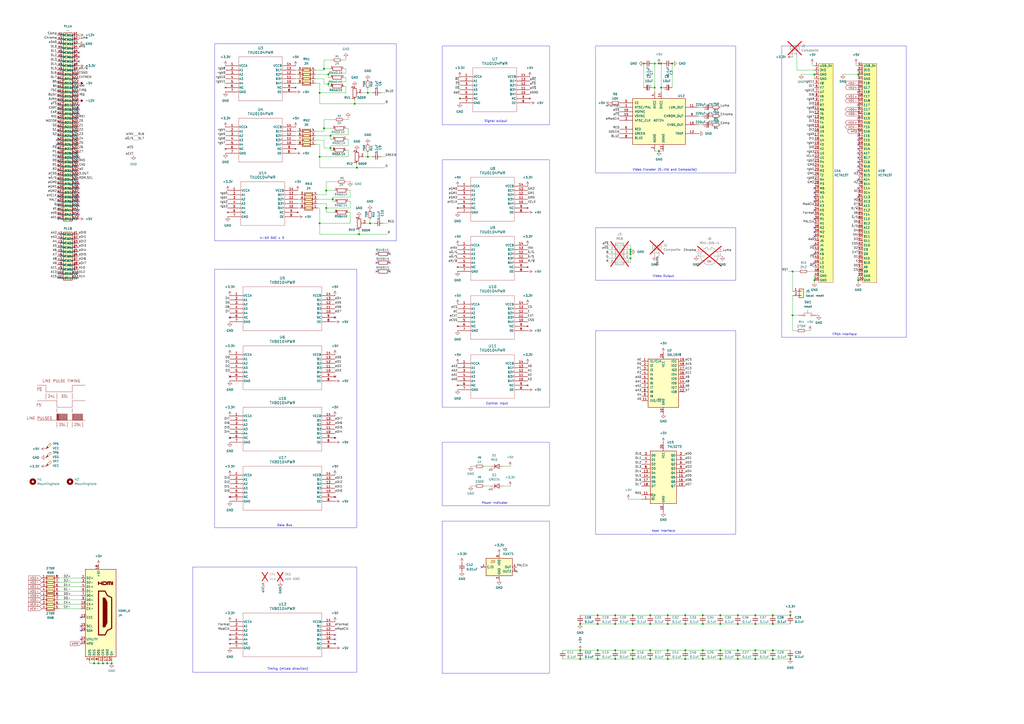
<source format=kicad_sch>
(kicad_sch (version 20250114) (generator "eeschema") (generator_version "9.0")
  (paper "A2")
  (title_block (date "2026-01-04"))
  (lib_symbols
    (symbol "74xx:74LS273"
      (property "Reference" "U" (at -7.62 16.51 0))
      (property "Value" "74LS273" (at -7.62 -16.51 0))
      (symbol "74LS273_1_0"
        (pin input line (at -12.7 12.7 0) (length 5.08) (name "D0") (number "3"))
        (pin input line (at -12.7 10.16 0) (length 5.08) (name "D1") (number "4"))
        (pin input line (at -12.7 7.62 0) (length 5.08) (name "D2") (number "7"))
        (pin input line (at -12.7 5.08 0) (length 5.08) (name "D3") (number "8"))
        (pin input line (at -12.7 2.54 0) (length 5.08) (name "D4") (number "13"))
        (pin input line (at -12.7 0 0) (length 5.08) (name "D5") (number "14"))
        (pin input line (at -12.7 -2.54 0) (length 5.08) (name "D6") (number "17"))
        (pin input line (at -12.7 -5.08 0) (length 5.08) (name "D7") (number "18"))
        (pin input clock (at -12.7 -10.16 0) (length 5.08) (name "Cp") (number "11"))
        (pin input line (at -12.7 -12.7 0) (length 5.08) (name "~{Mr}") (number "1"))
        (pin power_in line (at 0 20.32 270) (length 5.08) (name "VCC") (number "20"))
        (pin power_in line (at 0 -20.32 90) (length 5.08) (name "GND") (number "10"))
        (pin output line (at 12.7 12.7 180) (length 5.08) (name "Q0") (number "2"))
        (pin output line (at 12.7 10.16 180) (length 5.08) (name "Q1") (number "5"))
        (pin output line (at 12.7 7.62 180) (length 5.08) (name "Q2") (number "6"))
        (pin output line (at 12.7 5.08 180) (length 5.08) (name "Q3") (number "9"))
        (pin output line (at 12.7 2.54 180) (length 5.08) (name "Q4") (number "12"))
        (pin output line (at 12.7 0 180) (length 5.08) (name "Q5") (number "15"))
        (pin output line (at 12.7 -2.54 180) (length 5.08) (name "Q6") (number "16"))
        (pin output line (at 12.7 -5.08 180) (length 5.08) (name "Q7") (number "19"))
      )
    )
    (symbol "Card_Edge_1"
      (symbol "Card_Edge_1_1_1"
        (pin passive line (at -6.35 53.34 0) (length 3.81) (name "Pin_a1") (number "a1"))
        (pin passive line (at -6.35 50.8 0) (length 3.81) (name "Pin_a2") (number "a2"))
        (pin passive line (at -6.35 48.26 0) (length 3.81) (name "Pin_a3") (number "a3"))
        (pin passive line (at -6.35 45.72 0) (length 3.81) (name "Pin_a4") (number "a4"))
        (pin passive line (at -6.35 43.18 0) (length 3.81) (name "Pin_a5") (number "a5"))
        (pin passive line (at -6.35 40.64 0) (length 3.81) (name "Pin_a6") (number "a6"))
        (pin passive line (at -6.35 38.1 0) (length 3.81) (name "Pin_a7") (number "a7"))
        (pin passive line (at -6.35 35.56 0) (length 3.81) (name "Pin_a8") (number "a8"))
        (pin passive line (at -6.35 33.02 0) (length 3.81) (name "Pin_a9") (number "a9"))
        (pin passive line (at -6.35 30.48 0) (length 3.81) (name "Pin_a10") (number "a10"))
        (pin passive line (at -6.35 27.94 0) (length 3.81) (name "Pin_a11") (number "a11"))
        (pin passive line (at -6.35 25.4 0) (length 3.81) (name "Pin_a12") (number "a12"))
        (pin passive line (at -6.35 22.86 0) (length 3.81) (name "Pin_a13") (number "a13"))
        (pin passive line (at -6.35 20.32 0) (length 3.81) (name "Pin_a14") (number "a14"))
        (pin passive line (at -6.35 17.78 0) (length 3.81) (name "Pin_a15") (number "a15"))
        (pin passive line (at -6.35 15.24 0) (length 3.81) (name "Pin_a16") (number "a16"))
        (pin passive line (at -6.35 12.7 0) (length 3.81) (name "Pin_a17") (number "a17"))
        (pin passive line (at -6.35 10.16 0) (length 3.81) (name "Pin_a18") (number "a18"))
        (pin passive line (at -6.35 7.62 0) (length 3.81) (name "Pin_a19") (number "a19"))
        (pin passive line (at -6.35 5.08 0) (length 3.81) (name "Pin_a20") (number "a20"))
        (pin passive line (at -6.35 2.54 0) (length 3.81) (name "Pin_a21") (number "a21"))
        (pin passive line (at -6.35 0 0) (length 3.81) (name "Pin_a22") (number "a22"))
        (pin passive line (at -6.35 -2.54 0) (length 3.81) (name "Pin_a23") (number "a23"))
        (pin passive line (at -6.35 -5.08 0) (length 3.81) (name "Pin_a24") (number "a24"))
        (pin passive line (at -6.35 -7.62 0) (length 3.81) (name "Pin_a25") (number "a25"))
        (pin passive line (at -6.35 -10.16 0) (length 3.81) (name "Pin_a26") (number "a26"))
        (pin passive line (at -6.35 -12.7 0) (length 3.81) (name "Pin_a27") (number "a27"))
        (pin passive line (at -6.35 -15.24 0) (length 3.81) (name "Pin_a28") (number "a28"))
        (pin passive line (at -6.35 -17.78 0) (length 3.81) (name "Pin_a29") (number "a29"))
        (pin passive line (at -6.35 -20.32 0) (length 3.81) (name "Pin_a30") (number "a30"))
        (pin passive line (at -6.35 -22.86 0) (length 3.81) (name "Pin_a31") (number "a31"))
        (pin passive line (at -6.35 -25.4 0) (length 3.81) (name "Pin_a32") (number "a32"))
        (pin passive line (at -6.35 -27.94 0) (length 3.81) (name "Pin_a33") (number "a33"))
        (pin passive line (at -6.35 -30.48 0) (length 3.81) (name "Pin_a34") (number "a34"))
        (pin passive line (at -6.35 -33.02 0) (length 3.81) (name "Pin_a35") (number "a35"))
        (pin passive line (at -6.35 -35.56 0) (length 3.81) (name "Pin_a36") (number "a36"))
        (pin passive line (at -6.35 -38.1 0) (length 3.81) (name "Pin_a37") (number "a37"))
        (pin passive line (at -6.35 -40.64 0) (length 3.81) (name "Pin_a38") (number "a38"))
        (pin passive line (at -6.35 -43.18 0) (length 3.81) (name "Pin_a39") (number "a39"))
        (pin passive line (at -6.35 -45.72 0) (length 3.81) (name "Pin_a40") (number "a40"))
        (pin passive line (at -6.35 -48.26 0) (length 3.81) (name "Pin_a41") (number "a41"))
        (pin passive line (at -6.35 -50.8 0) (length 3.81) (name "Pin_a42") (number "a42"))
        (pin passive line (at -6.35 -53.34 0) (length 3.81) (name "Pin_a43") (number "a43"))
        (pin passive line (at 6.35 53.34 180) (length 3.81) (name "Pin_b1") (number "b1"))
        (pin passive line (at 6.35 50.8 180) (length 3.81) (name "Pin_b2") (number "b2"))
        (pin passive line (at 6.35 48.26 180) (length 3.81) (name "Pin_b3") (number "b3"))
        (pin passive line (at 6.35 45.72 180) (length 3.81) (name "Pin_b4") (number "b4"))
        (pin passive line (at 6.35 43.18 180) (length 3.81) (name "Pin_b5") (number "b5"))
        (pin passive line (at 6.35 40.64 180) (length 3.81) (name "Pin_b6") (number "b6"))
        (pin passive line (at 6.35 38.1 180) (length 3.81) (name "Pin_b7") (number "b7"))
        (pin passive line (at 6.35 35.56 180) (length 3.81) (name "Pin_b8") (number "b8"))
        (pin passive line (at 6.35 33.02 180) (length 3.81) (name "Pin_b9") (number "b9"))
        (pin passive line (at 6.35 30.48 180) (length 3.81) (name "Pin_b10") (number "b10"))
        (pin passive line (at 6.35 27.94 180) (length 3.81) (name "Pin_b11") (number "b11"))
        (pin passive line (at 6.35 25.4 180) (length 3.81) (name "Pin_b12") (number "b12"))
        (pin passive line (at 6.35 22.86 180) (length 3.81) (name "Pin_b13") (number "b13"))
        (pin passive line (at 6.35 20.32 180) (length 3.81) (name "Pin_b14") (number "b14"))
        (pin passive line (at 6.35 17.78 180) (length 3.81) (name "Pin_b15") (number "b15"))
        (pin passive line (at 6.35 15.24 180) (length 3.81) (name "Pin_b16") (number "b16"))
        (pin passive line (at 6.35 12.7 180) (length 3.81) (name "Pin_b17") (number "b17"))
        (pin passive line (at 6.35 10.16 180) (length 3.81) (name "Pin_b18") (number "b18"))
        (pin passive line (at 6.35 7.62 180) (length 3.81) (name "Pin_b19") (number "b19"))
        (pin passive line (at 6.35 5.08 180) (length 3.81) (name "Pin_b20") (number "b20"))
        (pin passive line (at 6.35 2.54 180) (length 3.81) (name "Pin_b21") (number "b21"))
        (pin passive line (at 6.35 0 180) (length 3.81) (name "Pin_b22") (number "b22"))
        (pin passive line (at 6.35 -2.54 180) (length 3.81) (name "Pin_b23") (number "b23"))
        (pin passive line (at 6.35 -5.08 180) (length 3.81) (name "Pin_b24") (number "b24"))
        (pin passive line (at 6.35 -7.62 180) (length 3.81) (name "Pin_b25") (number "b25"))
        (pin passive line (at 6.35 -10.16 180) (length 3.81) (name "Pin_b26") (number "b26"))
        (pin passive line (at 6.35 -12.7 180) (length 3.81) (name "Pin_b27") (number "b27"))
        (pin passive line (at 6.35 -15.24 180) (length 3.81) (name "Pin_b28") (number "b28"))
        (pin passive line (at 6.35 -17.78 180) (length 3.81) (name "Pin_b29") (number "b29"))
        (pin passive line (at 6.35 -20.32 180) (length 3.81) (name "Pin_b30") (number "b30"))
        (pin passive line (at 6.35 -22.86 180) (length 3.81) (name "Pin_b31") (number "b31"))
        (pin passive line (at 6.35 -25.4 180) (length 3.81) (name "Pin_b32") (number "b32"))
        (pin passive line (at 6.35 -27.94 180) (length 3.81) (name "Pin_b33") (number "b33"))
        (pin passive line (at 6.35 -30.48 180) (length 3.81) (name "Pin_b34") (number "b34"))
        (pin passive line (at 6.35 -33.02 180) (length 3.81) (name "Pin_b35") (number "b35"))
        (pin passive line (at 6.35 -35.56 180) (length 3.81) (name "Pin_b36") (number "b36"))
        (pin passive line (at 6.35 -38.1 180) (length 3.81) (name "Pin_b37") (number "b37"))
        (pin passive line (at 6.35 -40.64 180) (length 3.81) (name "Pin_b38") (number "b38"))
        (pin passive line (at 6.35 -43.18 180) (length 3.81) (name "Pin_b39") (number "b39"))
        (pin passive line (at 6.35 -45.72 180) (length 3.81) (name "Pin_b40") (number "b40"))
        (pin passive line (at 6.35 -48.26 180) (length 3.81) (name "Pin_b41") (number "b41"))
        (pin passive line (at 6.35 -50.8 180) (length 3.81) (name "Pin_b42") (number "b42"))
        (pin passive line (at 6.35 -53.34 180) (length 3.81) (name "Pin_b43") (number "b43"))
      )
      (symbol "Card_Edge_1_2_1"
        (pin passive line (at -6.35 12.7 0) (length 3.81) (name "Pin_c1") (number "c1"))
        (pin passive line (at -6.35 10.16 0) (length 3.81) (name "Pin_c2") (number "c2"))
        (pin passive line (at -6.35 7.62 0) (length 3.81) (name "Pin_c3") (number "c3"))
        (pin passive line (at -6.35 5.08 0) (length 3.81) (name "Pin_c4") (number "c4"))
        (pin passive line (at -6.35 2.54 0) (length 3.81) (name "Pin_c5") (number "c5"))
        (pin passive line (at -6.35 0 0) (length 3.81) (name "Pin_c6") (number "c6"))
        (pin passive line (at -6.35 -2.54 0) (length 3.81) (name "Pin_c7") (number "c7"))
        (pin passive line (at -6.35 -5.08 0) (length 3.81) (name "Pin_c8") (number "c8"))
        (pin passive line (at -6.35 -7.62 0) (length 3.81) (name "Pin_c9") (number "c9"))
        (pin passive line (at -6.35 -10.16 0) (length 3.81) (name "Pin_c10") (number "c10"))
        (pin passive line (at -6.35 -12.7 0) (length 3.81) (name "Pin_c11") (number "c11"))
        (pin passive line (at 6.35 12.7 180) (length 3.81) (name "Pin_d1") (number "d1"))
        (pin passive line (at 6.35 10.16 180) (length 3.81) (name "Pin_d2") (number "d2"))
        (pin passive line (at 6.35 7.62 180) (length 3.81) (name "Pin_d3") (number "d3"))
        (pin passive line (at 6.35 5.08 180) (length 3.81) (name "Pin_d4") (number "d4"))
        (pin passive line (at 6.35 2.54 180) (length 3.81) (name "Pin_d5") (number "d5"))
        (pin passive line (at 6.35 0 180) (length 3.81) (name "Pin_d6") (number "d6"))
        (pin passive line (at 6.35 -2.54 180) (length 3.81) (name "Pin_d7") (number "d7"))
        (pin passive line (at 6.35 -5.08 180) (length 3.81) (name "Pin_d8") (number "d8"))
        (pin passive line (at 6.35 -7.62 180) (length 3.81) (name "Pin_d9") (number "d9"))
        (pin passive line (at 6.35 -10.16 180) (length 3.81) (name "Pin_d10") (number "d10"))
        (pin passive line (at 6.35 -12.7 180) (length 3.81) (name "Pin_d11") (number "d11"))
      )
    )
    (symbol "Connector:HDMI_A"
      (property "Reference" "J" (at -6.35 26.67 0))
      (property "Value" "HDMI_A" (at 10.16 26.67 0))
      (symbol "HDMI_A_1_1"
        (pin passive line (at -10.16 20.32 0) (length 2.54) (name "D2+") (number "1"))
        (pin passive line (at -10.16 17.78 0) (length 2.54) (name "D2-") (number "3"))
        (pin passive line (at -10.16 15.24 0) (length 2.54) (name "D1+") (number "4"))
        (pin passive line (at -10.16 12.7 0) (length 2.54) (name "D1-") (number "6"))
        (pin passive line (at -10.16 10.16 0) (length 2.54) (name "D0+") (number "7"))
        (pin passive line (at -10.16 7.62 0) (length 2.54) (name "D0-") (number "9"))
        (pin passive line (at -10.16 5.08 0) (length 2.54) (name "CK+") (number "10"))
        (pin passive line (at -10.16 2.54 0) (length 2.54) (name "CK-") (number "12"))
        (pin bidirectional line (at -10.16 -2.54 0) (length 2.54) (name "CEC") (number "13"))
        (pin passive line (at -10.16 -7.62 0) (length 2.54) (name "SCL") (number "15"))
        (pin bidirectional line (at -10.16 -10.16 0) (length 2.54) (name "SDA") (number "16"))
        (pin passive line (at -10.16 -15.24 0) (length 2.54) (name "UTILITY") (number "14"))
        (pin passive line (at -10.16 -17.78 0) (length 2.54) (name "HPD") (number "19"))
        (pin power_in line (at -5.08 -27.94 90) (length 2.54) (name "D2S") (number "2"))
        (pin power_in line (at -2.54 -27.94 90) (length 2.54) (name "D1S") (number "5"))
        (pin power_in line (at 0 27.94 270) (length 2.54) (name "+5V") (number "18"))
        (pin power_in line (at 0 -27.94 90) (length 2.54) (name "D0S") (number "8"))
        (pin power_in line (at 2.54 -27.94 90) (length 2.54) (name "CKS") (number "11"))
        (pin power_in line (at 5.08 -27.94 90) (length 2.54) (name "GND") (number "17"))
        (pin passive line (at 7.62 -27.94 90) (length 2.54) (name "SH") (number "SH"))
      )
    )
    (symbol "Connector:Mini-DIN-4" (pin_names (offset 1.016))
      (property "Reference" "J" (at 0 6.35 0))
      (property "Value" "Mini-DIN-4" (at 0 -6.35 0))
      (symbol "Mini-DIN-4_1_1"
        (pin passive line (at -7.62 2.54 0) (length 2.54) (name "~") (number "4"))
        (pin passive line (at -7.62 0 0) (length 2.54) (name "~") (number "2"))
        (pin passive line (at 7.62 2.54 180) (length 2.54) (name "~") (number "3"))
        (pin passive line (at 7.62 0 180) (length 2.54) (name "~") (number "1"))
      )
    )
    (symbol "Connector:TestPoint" (pin_numbers (hide yes)) (pin_names (offset 0.762) (hide yes))
      (property "Reference" "TP" (at 0 6.858 0))
      (property "Value" "TestPoint" (at 0 5.08 0))
      (symbol "TestPoint_1_1"
        (pin passive line (at 0 0 90) (length 2.54) (name "1") (number "1"))
      )
    )
    (symbol "Connector:TestPoint_Probe" (pin_numbers (hide yes)) (pin_names (offset 0.762) (hide yes))
      (property "Reference" "TP" (at 1.651 5.842 0))
      (property "Value" "TestPoint_Probe" (at 1.651 4.064 0))
      (symbol "TestPoint_Probe_1_1"
        (pin passive line (at 0 0 90) (length 0) (name "1") (number "1"))
      )
    )
    (symbol "Connector_Generic:Conn_01x02" (pin_names (offset 1.016) (hide yes))
      (property "Reference" "J" (at 0 2.54 0))
      (property "Value" "Conn_01x02" (at 0 -5.08 0))
      (symbol "Conn_01x02_1_1"
        (pin passive line (at -5.08 0 0) (length 3.81) (name "Pin_1") (number "1"))
        (pin passive line (at -5.08 -2.54 0) (length 3.81) (name "Pin_2") (number "2"))
      )
    )
    (symbol "Connector_Generic:Conn_02x05_Odd_Even" (pin_names (offset 1.016) (hide yes))
      (property "Reference" "J" (at 1.27 7.62 0))
      (property "Value" "Conn_02x05_Odd_Even" (at 1.27 -7.62 0))
      (symbol "Conn_02x05_Odd_Even_1_1"
        (pin passive line (at -5.08 5.08 0) (length 3.81) (name "Pin_1") (number "1"))
        (pin passive line (at -5.08 2.54 0) (length 3.81) (name "Pin_3") (number "3"))
        (pin passive line (at -5.08 0 0) (length 3.81) (name "Pin_5") (number "5"))
        (pin passive line (at -5.08 -2.54 0) (length 3.81) (name "Pin_7") (number "7"))
        (pin passive line (at -5.08 -5.08 0) (length 3.81) (name "Pin_9") (number "9"))
        (pin passive line (at 7.62 5.08 180) (length 3.81) (name "Pin_2") (number "2"))
        (pin passive line (at 7.62 2.54 180) (length 3.81) (name "Pin_4") (number "4"))
        (pin passive line (at 7.62 0 180) (length 3.81) (name "Pin_6") (number "6"))
        (pin passive line (at 7.62 -2.54 180) (length 3.81) (name "Pin_8") (number "8"))
        (pin passive line (at 7.62 -5.08 180) (length 3.81) (name "Pin_10") (number "10"))
      )
    )
    (symbol "Device:C_Polarized_Small" (pin_numbers (hide yes)) (pin_names (offset 0.254) (hide yes))
      (property "Reference" "C" (at 0.254 1.778 0))
      (property "Value" "C_Polarized_Small" (at 0.254 -2.032 0))
      (symbol "C_Polarized_Small_1_1"
        (pin passive line (at 0 2.54 270) (length 1.8542) (name "~") (number "1"))
        (pin passive line (at 0 -2.54 90) (length 1.8542) (name "~") (number "2"))
      )
    )
    (symbol "Device:C_Small" (pin_numbers (hide yes)) (pin_names (offset 0.254) (hide yes))
      (property "Reference" "C" (at 0.254 1.778 0))
      (property "Value" "C_Small" (at 0.254 -2.032 0))
      (symbol "C_Small_1_1"
        (pin passive line (at 0 2.54 270) (length 2.032) (name "~") (number "1"))
        (pin passive line (at 0 -2.54 90) (length 2.032) (name "~") (number "2"))
      )
    )
    (symbol "Device:LED" (pin_numbers (hide yes)) (pin_names (offset 1.016) (hide yes))
      (property "Reference" "D" (at 0 2.54 0))
      (property "Value" "LED" (at 0 -2.54 0))
      (symbol "LED_1_1"
        (pin passive line (at -3.81 0 0) (length 2.54) (name "K") (number "1"))
        (pin passive line (at 3.81 0 180) (length 2.54) (name "A") (number "2"))
      )
    )
    (symbol "Device:R_Potentiometer_Trim" (pin_names (offset 1.016) (hide yes))
      (property "Reference" "RV" (at -4.445 0 90))
      (property "Value" "R_Potentiometer_Trim" (at -2.54 0 90))
      (symbol "R_Potentiometer_Trim_1_1"
        (pin passive line (at 0 3.81 270) (length 1.27) (name "1") (number "1"))
        (pin passive line (at 0 -3.81 90) (length 1.27) (name "3") (number "3"))
        (pin passive line (at 3.81 0 180) (length 1.27) (name "2") (number "2"))
      )
    )
    (symbol "Device:R_Small" (pin_numbers (hide yes)) (pin_names (offset 0.254) (hide yes))
      (property "Reference" "R" (at 0 0 90))
      (property "Value" "R_Small" (at 1.778 0 90))
      (symbol "R_Small_1_1"
        (pin passive line (at 0 2.54 270) (length 0.762) (name "~") (number "1"))
        (pin passive line (at 0 -2.54 90) (length 0.762) (name "~") (number "2"))
      )
    )
    (symbol "Dragon32_MKII:LINE_PULSE_DIAGRAM" (pin_numbers (hide yes)) (pin_names (offset 1.016) (hide yes))
      (property "Reference" "U" (at -10.16 -29.21 0))
      (property "Value" "LINE_PULSE_DIAGRAM" (at 5.08 -29.21 0))
      (symbol "LINE_PULSE_DIAGRAM_0_0"
        (text "~{FS}" (at -10.16 -5.08 0) (effects (font (size 1.524 1.524))))
        (text "FS'" (at -10.16 -13.97 0) (effects (font (size 1.524 1.524))))
        (text "LINE PULSES" (at -10.16 -21.59 0) (effects (font (size 1.524 1.524))))
        (text "24L" (at -3.175 -8.89 0) (effects (font (size 1.524 1.524))))
        (text "LINE PULSE TIMING" (at 2.54 0 0) (effects (font (size 1.524 1.524))))
        (text "25L" (at 3.175 -25.4 0) (effects (font (size 1.524 1.524))))
        (text "33L" (at 4.445 -8.89 0) (effects (font (size 1.524 1.524))))
        (text "25L" (at 12.065 -25.4 0) (effects (font (size 1.524 1.524))))
      )
    )
    (symbol "Library:AD724" (pin_names (offset 1.016))
      (property "Reference" "U" (at -13.97 13.97 0))
      (property "Value" "AD724" (at 12.7 13.97 0))
      (symbol "AD724_1_1"
        (pin input line (at -22.86 10.16 0) (length 7.62) (name "CE") (number "5"))
        (pin input line (at -22.86 7.62 0) (length 7.62) (name "NTSC/PAL") (number "1"))
        (pin input line (at -22.86 5.08 0) (length 7.62) (name "HSYNC") (number "16"))
        (pin input line (at -22.86 2.54 0) (length 7.62) (name "VSYNC") (number "15"))
        (pin input line (at -22.86 0 0) (length 7.62) (name "4FSC_CLK") (number "3"))
        (pin input line (at -22.86 -5.08 0) (length 7.62) (name "RED") (number "6"))
        (pin input line (at -22.86 -7.62 0) (length 7.62) (name "GREEN") (number "7"))
        (pin input line (at -22.86 -10.16 0) (length 7.62) (name "BLUE") (number "8"))
        (pin power_in line (at -2.54 16.51 270) (length 3.81) (name "AVCC") (number "4"))
        (pin power_in line (at -2.54 -17.78 90) (length 3.81) (name "AGND") (number "2"))
        (pin power_in line (at 1.27 16.51 270) (length 3.81) (name "DVCC") (number "14"))
        (pin power_in line (at 2.54 -17.78 90) (length 3.81) (name "DGND") (number "13"))
        (pin output line (at 22.86 7.62 180) (length 7.62) (name "LUM_OUT") (number "11"))
        (pin output line (at 22.86 2.54 180) (length 7.62) (name "CHROM_OUT") (number "9"))
        (pin output line (at 22.86 -2.54 180) (length 7.62) (name "CVBS_OUT") (number "10"))
        (pin input line (at 22.86 -7.62 180) (length 7.62) (name "TRAP") (number "12"))
      )
    )
    (symbol "Library:Card_Edge"
      (symbol "Card_Edge_1_1"
        (pin passive line (at -6.35 53.34 0) (length 3.81) (name "Pin_a1") (number "a1"))
        (pin passive line (at -6.35 50.8 0) (length 3.81) (name "Pin_a2") (number "a2"))
        (pin passive line (at -6.35 48.26 0) (length 3.81) (name "Pin_a3") (number "a3"))
        (pin passive line (at -6.35 45.72 0) (length 3.81) (name "Pin_a4") (number "a4"))
        (pin passive line (at -6.35 43.18 0) (length 3.81) (name "Pin_a5") (number "a5"))
        (pin passive line (at -6.35 40.64 0) (length 3.81) (name "Pin_a6") (number "a6"))
        (pin passive line (at -6.35 38.1 0) (length 3.81) (name "Pin_a7") (number "a7"))
        (pin passive line (at -6.35 35.56 0) (length 3.81) (name "Pin_a8") (number "a8"))
        (pin passive line (at -6.35 33.02 0) (length 3.81) (name "Pin_a9") (number "a9"))
        (pin passive line (at -6.35 30.48 0) (length 3.81) (name "Pin_a10") (number "a10"))
        (pin passive line (at -6.35 27.94 0) (length 3.81) (name "Pin_a11") (number "a11"))
        (pin passive line (at -6.35 25.4 0) (length 3.81) (name "Pin_a12") (number "a12"))
        (pin passive line (at -6.35 22.86 0) (length 3.81) (name "Pin_a13") (number "a13"))
        (pin passive line (at -6.35 20.32 0) (length 3.81) (name "Pin_a14") (number "a14"))
        (pin passive line (at -6.35 17.78 0) (length 3.81) (name "Pin_a15") (number "a15"))
        (pin passive line (at -6.35 15.24 0) (length 3.81) (name "Pin_a16") (number "a16"))
        (pin passive line (at -6.35 12.7 0) (length 3.81) (name "Pin_a17") (number "a17"))
        (pin passive line (at -6.35 10.16 0) (length 3.81) (name "Pin_a18") (number "a18"))
        (pin passive line (at -6.35 7.62 0) (length 3.81) (name "Pin_a19") (number "a19"))
        (pin passive line (at -6.35 5.08 0) (length 3.81) (name "Pin_a20") (number "a20"))
        (pin passive line (at -6.35 2.54 0) (length 3.81) (name "Pin_a21") (number "a21"))
        (pin passive line (at -6.35 0 0) (length 3.81) (name "Pin_a22") (number "a22"))
        (pin passive line (at -6.35 -2.54 0) (length 3.81) (name "Pin_a23") (number "a23"))
        (pin passive line (at -6.35 -5.08 0) (length 3.81) (name "Pin_a24") (number "a24"))
        (pin passive line (at -6.35 -7.62 0) (length 3.81) (name "Pin_a25") (number "a25"))
        (pin passive line (at -6.35 -10.16 0) (length 3.81) (name "Pin_a26") (number "a26"))
        (pin passive line (at -6.35 -12.7 0) (length 3.81) (name "Pin_a27") (number "a27"))
        (pin passive line (at -6.35 -15.24 0) (length 3.81) (name "Pin_a28") (number "a28"))
        (pin passive line (at -6.35 -17.78 0) (length 3.81) (name "Pin_a29") (number "a29"))
        (pin passive line (at -6.35 -20.32 0) (length 3.81) (name "Pin_a30") (number "a30"))
        (pin passive line (at -6.35 -22.86 0) (length 3.81) (name "Pin_a31") (number "a31"))
        (pin passive line (at -6.35 -25.4 0) (length 3.81) (name "Pin_a32") (number "a32"))
        (pin passive line (at -6.35 -27.94 0) (length 3.81) (name "Pin_a33") (number "a33"))
        (pin passive line (at -6.35 -30.48 0) (length 3.81) (name "Pin_a34") (number "a34"))
        (pin passive line (at -6.35 -33.02 0) (length 3.81) (name "Pin_a35") (number "a35"))
        (pin passive line (at -6.35 -35.56 0) (length 3.81) (name "Pin_a36") (number "a36"))
        (pin passive line (at -6.35 -38.1 0) (length 3.81) (name "Pin_a37") (number "a37"))
        (pin passive line (at -6.35 -40.64 0) (length 3.81) (name "Pin_a38") (number "a38"))
        (pin passive line (at -6.35 -43.18 0) (length 3.81) (name "Pin_a39") (number "a39"))
        (pin passive line (at -6.35 -45.72 0) (length 3.81) (name "Pin_a40") (number "a40"))
        (pin passive line (at -6.35 -48.26 0) (length 3.81) (name "Pin_a41") (number "a41"))
        (pin passive line (at -6.35 -50.8 0) (length 3.81) (name "Pin_a42") (number "a42"))
        (pin passive line (at -6.35 -53.34 0) (length 3.81) (name "Pin_a43") (number "a43"))
        (pin power_out line (at 6.35 53.34 180) (length 3.81) (name "Pin_b1") (number "b1"))
        (pin passive line (at 6.35 50.8 180) (length 3.81) (name "Pin_b2") (number "b2"))
        (pin power_out line (at 6.35 48.26 180) (length 3.81) (name "Pin_b3") (number "b3"))
        (pin passive line (at 6.35 45.72 180) (length 3.81) (name "Pin_b4") (number "b4"))
        (pin passive line (at 6.35 43.18 180) (length 3.81) (name "Pin_b5") (number "b5"))
        (pin passive line (at 6.35 40.64 180) (length 3.81) (name "Pin_b6") (number "b6"))
        (pin passive line (at 6.35 38.1 180) (length 3.81) (name "Pin_b7") (number "b7"))
        (pin power_out line (at 6.35 35.56 180) (length 3.81) (name "Pin_b8") (number "b8"))
        (pin passive line (at 6.35 33.02 180) (length 3.81) (name "Pin_b9") (number "b9"))
        (pin passive line (at 6.35 30.48 180) (length 3.81) (name "Pin_b10") (number "b10"))
        (pin passive line (at 6.35 27.94 180) (length 3.81) (name "Pin_b11") (number "b11"))
        (pin passive line (at 6.35 25.4 180) (length 3.81) (name "Pin_b12") (number "b12"))
        (pin passive line (at 6.35 22.86 180) (length 3.81) (name "Pin_b13") (number "b13"))
        (pin passive line (at 6.35 20.32 180) (length 3.81) (name "Pin_b14") (number "b14"))
        (pin passive line (at 6.35 17.78 180) (length 3.81) (name "Pin_b15") (number "b15"))
        (pin power_out line (at 6.35 15.24 180) (length 3.81) (name "Pin_b16") (number "b16"))
        (pin passive line (at 6.35 12.7 180) (length 3.81) (name "Pin_b17") (number "b17"))
        (pin passive line (at 6.35 10.16 180) (length 3.81) (name "Pin_b18") (number "b18"))
        (pin passive line (at 6.35 7.62 180) (length 3.81) (name "Pin_b19") (number "b19"))
        (pin passive line (at 6.35 5.08 180) (length 3.81) (name "Pin_b20") (number "b20"))
        (pin passive line (at 6.35 2.54 180) (length 3.81) (name "Pin_b21") (number "b21"))
        (pin passive line (at 6.35 0 180) (length 3.81) (name "Pin_b22") (number "b22"))
        (pin passive line (at 6.35 -2.54 180) (length 3.81) (name "Pin_b23") (number "b23"))
        (pin passive line (at 6.35 -5.08 180) (length 3.81) (name "Pin_b24") (number "b24"))
        (pin passive line (at 6.35 -7.62 180) (length 3.81) (name "Pin_b25") (number "b25"))
        (pin passive line (at 6.35 -10.16 180) (length 3.81) (name "Pin_b26") (number "b26"))
        (pin passive line (at 6.35 -12.7 180) (length 3.81) (name "Pin_b27") (number "b27"))
        (pin passive line (at 6.35 -15.24 180) (length 3.81) (name "Pin_b28") (number "b28"))
        (pin passive line (at 6.35 -17.78 180) (length 3.81) (name "Pin_b29") (number "b29"))
        (pin passive line (at 6.35 -20.32 180) (length 3.81) (name "Pin_b30") (number "b30"))
        (pin passive line (at 6.35 -22.86 180) (length 3.81) (name "Pin_b31") (number "b31"))
        (pin passive line (at 6.35 -25.4 180) (length 3.81) (name "Pin_b32") (number "b32"))
        (pin passive line (at 6.35 -27.94 180) (length 3.81) (name "Pin_b33") (number "b33"))
        (pin passive line (at 6.35 -30.48 180) (length 3.81) (name "Pin_b34") (number "b34"))
        (pin passive line (at 6.35 -33.02 180) (length 3.81) (name "Pin_b35") (number "b35"))
        (pin passive line (at 6.35 -35.56 180) (length 3.81) (name "Pin_b36") (number "b36"))
        (pin passive line (at 6.35 -38.1 180) (length 3.81) (name "Pin_b37") (number "b37"))
        (pin passive line (at 6.35 -40.64 180) (length 3.81) (name "Pin_b38") (number "b38"))
        (pin passive line (at 6.35 -43.18 180) (length 3.81) (name "Pin_b39") (number "b39"))
        (pin passive line (at 6.35 -45.72 180) (length 3.81) (name "Pin_b40") (number "b40"))
        (pin passive line (at 6.35 -48.26 180) (length 3.81) (name "Pin_b41") (number "b41"))
        (pin passive line (at 6.35 -50.8 180) (length 3.81) (name "Pin_b42") (number "b42"))
        (pin power_out line (at 6.35 -53.34 180) (length 3.81) (name "Pin_b43") (number "b43"))
      )
      (symbol "Card_Edge_2_1"
        (pin passive line (at -6.35 12.7 0) (length 3.81) (name "Pin_c1") (number "c1"))
        (pin passive line (at -6.35 10.16 0) (length 3.81) (name "Pin_c2") (number "c2"))
        (pin passive line (at -6.35 7.62 0) (length 3.81) (name "Pin_c3") (number "c3"))
        (pin passive line (at -6.35 5.08 0) (length 3.81) (name "Pin_c4") (number "c4"))
        (pin passive line (at -6.35 2.54 0) (length 3.81) (name "Pin_c5") (number "c5"))
        (pin passive line (at -6.35 0 0) (length 3.81) (name "Pin_c6") (number "c6"))
        (pin passive line (at -6.35 -2.54 0) (length 3.81) (name "Pin_c7") (number "c7"))
        (pin passive line (at -6.35 -5.08 0) (length 3.81) (name "Pin_c8") (number "c8"))
        (pin passive line (at -6.35 -7.62 0) (length 3.81) (name "Pin_c9") (number "c9"))
        (pin passive line (at -6.35 -10.16 0) (length 3.81) (name "Pin_c10") (number "c10"))
        (pin passive line (at -6.35 -12.7 0) (length 3.81) (name "Pin_c11") (number "c11"))
        (pin passive line (at 6.35 12.7 180) (length 3.81) (name "Pin_d1") (number "d1"))
        (pin passive line (at 6.35 10.16 180) (length 3.81) (name "Pin_d2") (number "d2"))
        (pin passive line (at 6.35 7.62 180) (length 3.81) (name "Pin_d3") (number "d3"))
        (pin passive line (at 6.35 5.08 180) (length 3.81) (name "Pin_d4") (number "d4"))
        (pin passive line (at 6.35 2.54 180) (length 3.81) (name "Pin_d5") (number "d5"))
        (pin passive line (at 6.35 0 180) (length 3.81) (name "Pin_d6") (number "d6"))
        (pin passive line (at 6.35 -2.54 180) (length 3.81) (name "Pin_d7") (number "d7"))
        (pin passive line (at 6.35 -5.08 180) (length 3.81) (name "Pin_d8") (number "d8"))
        (pin passive line (at 6.35 -7.62 180) (length 3.81) (name "Pin_d9") (number "d9"))
        (pin passive line (at 6.35 -10.16 180) (length 3.81) (name "Pin_d10") (number "d10"))
        (pin passive line (at 6.35 -12.7 180) (length 3.81) (name "Pin_d11") (number "d11"))
      )
    )
    (symbol "Library:TXB0104PWR" (pin_names (offset 0.254))
      (property "Reference" "U" (at 30.48 10.16 0))
      (property "Value" "TXB0104PWR" (at 30.48 7.62 0))
      (symbol "TXB0104PWR_0_1"
        (pin power_in line (at 0 0 0) (length 7.62) (name "VCCA") (number "1"))
        (pin bidirectional line (at 0 -2.54 0) (length 7.62) (name "A1") (number "2"))
        (pin bidirectional line (at 0 -5.08 0) (length 7.62) (name "A2") (number "3"))
        (pin bidirectional line (at 0 -7.62 0) (length 7.62) (name "A3") (number "4"))
        (pin bidirectional line (at 0 -10.16 0) (length 7.62) (name "A4") (number "5"))
        (pin power_in line (at 0 -15.24 0) (length 7.62) (name "GND") (number "7"))
        (pin power_in line (at 60.96 0 180) (length 7.62) (name "VCCB") (number "14"))
        (pin bidirectional line (at 60.96 -2.54 180) (length 7.62) (name "B1") (number "13"))
        (pin bidirectional line (at 60.96 -5.08 180) (length 7.62) (name "B2") (number "12"))
        (pin bidirectional line (at 60.96 -7.62 180) (length 7.62) (name "B3") (number "11"))
        (pin bidirectional line (at 60.96 -10.16 180) (length 7.62) (name "B4") (number "10"))
      )
      (symbol "TXB0104PWR_1_1"
        (pin no_connect line (at 0 -12.7 0) (length 7.62) (name "NC") (number "6"))
        (pin no_connect line (at 60.96 -12.7 180) (length 7.62) (name "NC") (number "9"))
        (pin input line (at 60.96 -15.24 180) (length 7.62) (name "OE") (number "8"))
      )
    )
    (symbol "Library:TXU0104PWR" (pin_names (offset 0.254))
      (property "Reference" "U" (at 20.32 10.16 0))
      (property "Value" "TXU0104PWR" (at 20.32 7.62 0))
      (symbol "TXU0104PWR_0_1"
        (pin power_in line (at 0 0 0) (length 7.62) (name "VCCA") (number "1"))
        (pin bidirectional line (at 0 -2.54 0) (length 7.62) (name "A1") (number "2"))
        (pin bidirectional line (at 0 -5.08 0) (length 7.62) (name "A2") (number "3"))
        (pin bidirectional line (at 0 -7.62 0) (length 7.62) (name "A3") (number "4"))
        (pin bidirectional line (at 0 -10.16 0) (length 7.62) (name "A4") (number "5"))
        (pin no_connect line (at 0 -12.7 0) (length 7.62) (name "NC") (number "6"))
        (pin power_in line (at 40.64 0 180) (length 7.62) (name "VCCB") (number "14"))
        (pin bidirectional line (at 40.64 -2.54 180) (length 7.62) (name "B1Y") (number "13"))
        (pin bidirectional line (at 40.64 -5.08 180) (length 7.62) (name "B2Y") (number "12"))
        (pin bidirectional line (at 40.64 -7.62 180) (length 7.62) (name "B3Y") (number "11"))
        (pin bidirectional line (at 40.64 -10.16 180) (length 7.62) (name "B4Y") (number "10"))
        (pin no_connect line (at 40.64 -12.7 180) (length 7.62) (name "NC") (number "9"))
      )
      (symbol "TXU0104PWR_1_1"
        (pin power_in line (at 0 -15.24 0) (length 7.62) (name "GND") (number "7"))
        (pin input line (at 40.64 -15.24 180) (length 7.62) (name "OE") (number "8"))
      )
    )
    (symbol "Library:XC7A15T"
      (property "Reference" "U" (at 0 0 0))
      (symbol "XC7A15T_1_0"
        (pin power_in line (at 0 0 0) (length 2.54) (name "USB_5V") (number "1"))
        (pin power_in line (at 0 -2.54 0) (length 2.54) (name "3V3") (number "2"))
        (pin passive line (at 0 -5.08 0) (length 2.54) (name "GND") (number "3"))
        (pin passive line (at 0 -7.62 0) (length 2.54) (name "GND") (number "4"))
        (pin bidirectional line (at 0 -10.16 0) (length 2.54) (name "V8") (number "5"))
        (pin bidirectional line (at 0 -12.7 0) (length 2.54) (name "V7") (number "6"))
        (pin bidirectional line (at 0 -15.24 0) (length 2.54) (name "U7") (number "7"))
        (pin bidirectional line (at 0 -17.78 0) (length 2.54) (name "V6") (number "8"))
        (pin bidirectional line (at 0 -20.32 0) (length 2.54) (name "T7") (number "9"))
        (pin bidirectional line (at 0 -22.86 0) (length 2.54) (name "R7") (number "10"))
        (pin bidirectional line (at 0 -25.4 0) (length 2.54) (name "R6") (number "11"))
        (pin bidirectional line (at 0 -27.94 0) (length 2.54) (name "T5") (number "12"))
        (pin bidirectional line (at 0 -30.48 0) (length 2.54) (name "R5") (number "13"))
        (pin bidirectional line (at 0 -33.02 0) (length 2.54) (name "T4") (number "14"))
        (pin bidirectional line (at 0 -35.56 0) (length 2.54) (name "U6") (number "15"))
        (pin bidirectional line (at 0 -38.1 0) (length 2.54) (name "U5") (number "16"))
        (pin bidirectional line (at 0 -40.64 0) (length 2.54) (name "V4") (number "17"))
        (pin bidirectional line (at 0 -43.18 0) (length 2.54) (name "U4") (number "18"))
        (pin bidirectional line (at 0 -45.72 0) (length 2.54) (name "V3") (number "19"))
        (pin bidirectional line (at 0 -48.26 0) (length 2.54) (name "V2") (number "20"))
        (pin bidirectional line (at 0 -50.8 0) (length 2.54) (name "U2") (number "21"))
        (pin bidirectional line (at 0 -53.34 0) (length 2.54) (name "U1") (number "22"))
        (pin bidirectional line (at 0 -55.88 0) (length 2.54) (name "P4") (number "23"))
        (pin bidirectional line (at 0 -58.42 0) (length 2.54) (name "T3") (number "24"))
        (pin bidirectional line (at 0 -60.96 0) (length 2.54) (name "R3") (number "25"))
        (pin bidirectional line (at 0 -63.5 0) (length 2.54) (name "T2") (number "26"))
        (pin bidirectional line (at 0 -66.04 0) (length 2.54) (name "N4") (number "27"))
        (pin bidirectional line (at 0 -68.58 0) (length 2.54) (name "P3") (number "28"))
        (pin bidirectional line (at 0 -71.12 0) (length 2.54) (name "M6") (number "29"))
        (pin bidirectional line (at 0 -73.66 0) (length 2.54) (name "M5") (number "30"))
        (pin bidirectional line (at 0 -76.2 0) (length 2.54) (name "L5") (number "31"))
        (pin bidirectional line (at 0 -78.74 0) (length 2.54) (name "L4") (number "32"))
        (pin bidirectional line (at 0 -81.28 0) (length 2.54) (name "K3") (number "33"))
        (pin bidirectional line (at 0 -83.82 0) (length 2.54) (name "K5") (number "34"))
        (pin bidirectional line (at 0 -86.36 0) (length 2.54) (name "P1") (number "35"))
        (pin bidirectional line (at 0 -88.9 0) (length 2.54) (name "R1") (number "36"))
        (pin bidirectional line (at 0 -91.44 0) (length 2.54) (name "N1") (number "37"))
        (pin bidirectional line (at 0 -93.98 0) (length 2.54) (name "N2") (number "38"))
        (pin bidirectional line (at 0 -96.52 0) (length 2.54) (name "M2") (number "39"))
        (pin bidirectional line (at 0 -99.06 0) (length 2.54) (name "M1") (number "40"))
        (pin bidirectional line (at 0 -101.6 0) (length 2.54) (name "J5") (number "41"))
        (pin bidirectional line (at 0 -104.14 0) (length 2.54) (name "J4") (number "42"))
        (pin bidirectional line (at 0 -106.68 0) (length 2.54) (name "J6") (number "43"))
        (pin bidirectional line (at 0 -109.22 0) (length 2.54) (name "K6") (number "44"))
        (pin bidirectional line (at 0 -111.76 0) (length 2.54) (name "L2") (number "45"))
        (pin bidirectional line (at 0 -114.3 0) (length 2.54) (name "L3") (number "46"))
        (pin bidirectional line (at 0 -116.84 0) (length 2.54) (name "K2") (number "47"))
        (pin bidirectional line (at 0 -119.38 0) (length 2.54) (name "K1") (number "48"))
        (pin passive line (at 0 -121.92 0) (length 2.54) (name "GND") (number "49"))
        (pin passive line (at 0 -124.46 0) (length 2.54) (name "GND") (number "50"))
      )
      (symbol "XC7A15T_1_1"
        (text_box "" (at 2.54 1.27 0) (size 8.255 -127) (margins 1.016 1.016 1.016 1.016) (fill (type color) (color 249 255 160 1)) (effects (font (size 1.27 1.27)) (justify left top)))
      )
      (symbol "XC7A15T_2_0"
        (pin power_in line (at -1.27 0 0) (length 2.54) (name "USB_5V") (number "51"))
        (pin power_in line (at -1.27 -2.54 0) (length 2.54) (name "3V3") (number "52"))
        (pin passive line (at -1.27 -5.08 0) (length 2.54) (name "GND") (number "53"))
        (pin passive line (at -1.27 -7.62 0) (length 2.54) (name "GND") (number "54"))
        (pin bidirectional line (at -1.27 -10.16 0) (length 2.54) (name "F18") (number "55"))
        (pin bidirectional line (at -1.27 -12.7 0) (length 2.54) (name "G17") (number "56"))
        (pin bidirectional line (at -1.27 -15.24 0) (length 2.54) (name "E18") (number "57"))
        (pin bidirectional line (at -1.27 -17.78 0) (length 2.54) (name "F17") (number "58"))
        (pin bidirectional line (at -1.27 -20.32 0) (length 2.54) (name "D18") (number "59"))
        (pin bidirectional line (at -1.27 -22.86 0) (length 2.54) (name "E17") (number "60"))
        (pin bidirectional line (at -1.27 -25.4 0) (length 2.54) (name "C17") (number "61"))
        (pin bidirectional line (at -1.27 -27.94 0) (length 2.54) (name "C18") (number "62"))
        (pin bidirectional line (at -1.27 -30.48 0) (length 2.54) (name "G15") (number "63"))
        (pin bidirectional line (at -1.27 -33.02 0) (length 2.54) (name "H16") (number "64"))
        (pin bidirectional line (at -1.27 -35.56 0) (length 2.54) (name "F15") (number "65"))
        (pin bidirectional line (at -1.27 -38.1 0) (length 2.54) (name "G16") (number "66"))
        (pin bidirectional line (at -1.27 -40.64 0) (length 2.54) (name "E16") (number "67"))
        (pin bidirectional line (at -1.27 -43.18 0) (length 2.54) (name "E15") (number "68"))
        (pin bidirectional line (at -1.27 -45.72 0) (length 2.54) (name "D16") (number "69"))
        (pin bidirectional line (at -1.27 -48.26 0) (length 2.54) (name "D15") (number "70"))
        (pin bidirectional line (at -1.27 -50.8 0) (length 2.54) (name "A17") (number "71"))
        (pin bidirectional line (at -1.27 -53.34 0) (length 2.54) (name "B17") (number "72"))
        (pin bidirectional line (at -1.27 -55.88 0) (length 2.54) (name "C16") (number "73"))
        (pin bidirectional line (at -1.27 -58.42 0) (length 2.54) (name "B16") (number "74"))
        (pin bidirectional line (at -1.27 -60.96 0) (length 2.54) (name "A15") (number "75"))
        (pin bidirectional line (at -1.27 -63.5 0) (length 2.54) (name "B15") (number "76"))
        (pin bidirectional line (at -1.27 -66.04 0) (length 2.54) (name "A14") (number "77"))
        (pin bidirectional line (at -1.27 -68.58 0) (length 2.54) (name "B14") (number "78"))
        (pin bidirectional line (at -1.27 -71.12 0) (length 2.54) (name "C14") (number "79"))
        (pin bidirectional line (at -1.27 -73.66 0) (length 2.54) (name "D14") (number "80"))
        (pin bidirectional line (at -1.27 -76.2 0) (length 2.54) (name "C13") (number "81"))
        (pin bidirectional line (at -1.27 -78.74 0) (length 2.54) (name "D13") (number "82"))
        (pin bidirectional line (at -1.27 -81.28 0) (length 2.54) (name "A13") (number "83"))
        (pin bidirectional line (at -1.27 -83.82 0) (length 2.54) (name "C12") (number "84"))
        (pin bidirectional line (at -1.27 -86.36 0) (length 2.54) (name "F14") (number "85"))
        (pin bidirectional line (at -1.27 -88.9 0) (length 2.54) (name "E13") (number "86"))
        (pin bidirectional line (at -1.27 -91.44 0) (length 2.54) (name "B12") (number "87"))
        (pin bidirectional line (at -1.27 -93.98 0) (length 2.54) (name "A12") (number "88"))
        (pin bidirectional line (at -1.27 -96.52 0) (length 2.54) (name "C11") (number "89"))
        (pin bidirectional line (at -1.27 -99.06 0) (length 2.54) (name "B11") (number "90"))
        (pin bidirectional line (at -1.27 -101.6 0) (length 2.54) (name "D11") (number "91"))
        (pin bidirectional line (at -1.27 -104.14 0) (length 2.54) (name "D10") (number "92"))
        (pin bidirectional line (at -1.27 -106.68 0) (length 2.54) (name "C9") (number "93"))
        (pin bidirectional line (at -1.27 -109.22 0) (length 2.54) (name "D9") (number "94"))
        (pin bidirectional line (at -1.27 -111.76 0) (length 2.54) (name "A10") (number "95"))
        (pin bidirectional line (at -1.27 -114.3 0) (length 2.54) (name "B10") (number "96"))
        (pin bidirectional line (at -1.27 -116.84 0) (length 2.54) (name "A9") (number "97"))
        (pin bidirectional line (at -1.27 -119.38 0) (length 2.54) (name "B9") (number "98"))
        (pin passive line (at -1.27 -121.92 0) (length 2.54) (name "GND") (number "99"))
        (pin passive line (at -1.27 -124.46 0) (length 2.54) (name "GND") (number "100"))
      )
      (symbol "XC7A15T_2_1"
        (text_box "" (at 1.27 1.27 0) (size 8.255 -127) (margins 1.016 1.016 1.016 1.016) (fill (type color) (color 249 255 160 1)) (effects (font (size 1.27 1.27)) (justify left top)))
      )
    )
    (symbol "Logic_Programmable:GAL16V8" (pin_names (offset 1.016))
      (property "Reference" "U" (at -8.89 16.51 0))
      (property "Value" "GAL16V8" (at 1.27 16.51 0))
      (symbol "GAL16V8_0_0"
        (pin power_in line (at 0 17.78 270) (length 3.81) (name "VCC") (number "20"))
        (pin power_in line (at 0 -17.78 90) (length 3.81) (name "GND") (number "10"))
      )
      (symbol "GAL16V8_1_1"
        (pin input line (at -12.7 12.7 0) (length 3.81) (name "I1/CLK") (number "1"))
        (pin input line (at -12.7 10.16 0) (length 3.81) (name "I2") (number "2"))
        (pin input line (at -12.7 7.62 0) (length 3.81) (name "I3") (number "3"))
        (pin input line (at -12.7 5.08 0) (length 3.81) (name "I4") (number "4"))
        (pin input line (at -12.7 2.54 0) (length 3.81) (name "I5") (number "5"))
        (pin input line (at -12.7 0 0) (length 3.81) (name "I6") (number "6"))
        (pin input line (at -12.7 -2.54 0) (length 3.81) (name "I7") (number "7"))
        (pin input line (at -12.7 -5.08 0) (length 3.81) (name "I8") (number "8"))
        (pin input line (at -12.7 -7.62 0) (length 3.81) (name "I9") (number "9"))
        (pin input line (at -12.7 -10.16 0) (length 3.81) (name "I10/~{OE}") (number "11"))
        (pin tri_state line (at 12.7 12.7 180) (length 3.81) (name "IO1") (number "19"))
        (pin tri_state line (at 12.7 10.16 180) (length 3.81) (name "IO2") (number "18"))
        (pin tri_state line (at 12.7 7.62 180) (length 3.81) (name "I03") (number "17"))
        (pin tri_state line (at 12.7 5.08 180) (length 3.81) (name "IO4") (number "16"))
        (pin tri_state line (at 12.7 2.54 180) (length 3.81) (name "IO5") (number "15"))
        (pin tri_state line (at 12.7 0 180) (length 3.81) (name "IO6") (number "14"))
        (pin tri_state line (at 12.7 -2.54 180) (length 3.81) (name "IO7") (number "13"))
        (pin tri_state line (at 12.7 -5.08 180) (length 3.81) (name "IO8") (number "12"))
      )
    )
    (symbol "Mechanical:MountingHole" (pin_names (offset 1.016)) (exclude_from_sim yes) (in_bom no)
      (property "Reference" "H" (at 0 5.08 0))
      (property "Value" "MountingHole" (at 0 3.175 0))
    )
    (symbol "Oscillator:XUX71"
      (property "Reference" "Y" (at -6.35 6.35 0))
      (property "Value" "XUX71" (at 5.08 6.35 0))
      (symbol "XUX71_1_1"
        (pin input line (at -10.16 0 0) (length 2.54) (name "E/D") (number "1"))
        (pin no_connect line (at -7.62 -2.54 0) (length 2.54) (hide yes) (name "NC") (number "2"))
        (pin power_in line (at 0 7.62 270) (length 2.54) (name "VDD") (number "6"))
        (pin power_in line (at 0 -7.62 90) (length 2.54) (name "GND") (number "3"))
        (pin output line (at 10.16 0 180) (length 2.54) (name "OUT") (number "4"))
        (pin output line (at 10.16 -2.54 180) (length 2.54) (name "OUT2") (number "5"))
      )
    )
    (symbol "PCM_Resistor_AKL:R_4x1206_Convex" (pin_names (offset 0.002) (hide yes))
      (property "Reference" "RN" (at 5.08 1.27 0))
      (property "Value" "R_4x1206_Convex" (at 5.08 -1.27 0))
      (symbol "R_4x1206_Convex_1_1"
        (pin passive line (at -5.08 5.08 270) (length 2.54) (name "R1.2") (number "8"))
        (pin passive line (at -5.08 -5.08 90) (length 2.54) (name "R1.1") (number "1"))
        (pin passive line (at -2.54 5.08 270) (length 2.54) (name "R2.2") (number "7"))
        (pin passive line (at -2.54 -5.08 90) (length 2.54) (name "R2.1") (number "2"))
        (pin passive line (at 0 5.08 270) (length 2.54) (name "R3.2") (number "6"))
        (pin passive line (at 0 -5.08 90) (length 2.54) (name "R3.1") (number "3"))
        (pin passive line (at 2.54 5.08 270) (length 2.54) (name "R4.2") (number "5"))
        (pin passive line (at 2.54 -5.08 90) (length 2.54) (name "R4.1") (number "4"))
      )
    )
    (symbol "PCM_Resistor_AKL:R_4x1206_Sep_Convex" (pin_names (offset 0.002) (hide yes))
      (property "Reference" "RN" (at 2.54 1.27 0))
      (property "Value" "R_4x1206_Sep_Convex" (at 2.54 -1.27 0))
      (symbol "R_4x1206_Sep_Convex_1_1"
        (pin passive line (at 0 3.81 270) (length 1.27) (name "R1.2") (number "8"))
        (pin passive line (at 0 -3.81 90) (length 1.27) (name "R1.1") (number "1"))
      )
      (symbol "R_4x1206_Sep_Convex_1_2"
        (pin passive line (at -2.54 -2.54 0) (length 0) (name "") (number "1"))
        (pin passive line (at 2.54 2.54 270) (length 0) (name "") (number "8"))
      )
      (symbol "R_4x1206_Sep_Convex_2_1"
        (pin passive line (at 0 3.81 270) (length 1.27) (name "R2.2") (number "7"))
        (pin passive line (at 0 -3.81 90) (length 1.27) (name "R2.1") (number "2"))
      )
      (symbol "R_4x1206_Sep_Convex_2_2"
        (pin passive line (at -2.54 -2.54 0) (length 0) (name "R2.1") (number "2"))
        (pin passive line (at 2.54 2.54 270) (length 0) (name "R2.2") (number "7"))
      )
      (symbol "R_4x1206_Sep_Convex_3_1"
        (pin passive line (at 0 3.81 270) (length 1.27) (name "R3.2") (number "6"))
        (pin passive line (at 0 -3.81 90) (length 1.27) (name "R3.1") (number "3"))
      )
      (symbol "R_4x1206_Sep_Convex_3_2"
        (pin passive line (at -2.54 -2.54 0) (length 0) (name "R3.1") (number "3"))
        (pin passive line (at 2.54 2.54 270) (length 0) (name "R3.2") (number "6"))
      )
      (symbol "R_4x1206_Sep_Convex_4_1"
        (pin passive line (at 0 3.81 270) (length 1.27) (name "R4.2") (number "5"))
        (pin passive line (at 0 -3.81 90) (length 1.27) (name "R4.1") (number "4"))
      )
      (symbol "R_4x1206_Sep_Convex_4_2"
        (pin passive line (at -2.54 -2.54 0) (length 0) (name "R4.1") (number "4"))
        (pin passive line (at 2.54 2.54 270) (length 0) (name "R4.2") (number "5"))
      )
    )
    (symbol "Switch:SW_Omron_B3FS" (pin_numbers (hide yes)) (pin_names (offset 1.016) (hide yes))
      (property "Reference" "SW" (at 1.27 2.54 0))
      (property "Value" "SW_Omron_B3FS" (at 0 -1.524 0))
      (symbol "SW_Omron_B3FS_0_1"
        (pin passive line (at -5.08 0 0) (length 2.54) (name "1") (number "1"))
        (pin passive line (at 5.08 0 180) (length 2.54) (name "2") (number "2"))
      )
    )
    (symbol "power:+12V" (power) (pin_numbers (hide yes)) (pin_names (offset 0) (hide yes))
      (property "Value" "+12V" (at 0 3.556 0))
      (symbol "+12V_1_1"
        (pin power_in line (at 0 0 90) (length 0) (name "~") (number "1"))
      )
    )
    (symbol "power:+3.3V" (power) (pin_numbers (hide yes)) (pin_names (offset 0) (hide yes))
      (property "Value" "+3.3V" (at 0 3.556 0))
      (symbol "+3.3V_1_1"
        (pin power_in line (at 0 0 90) (length 0) (name "~") (number "1"))
      )
    )
    (symbol "power:+5V" (power) (pin_numbers (hide yes)) (pin_names (offset 0) (hide yes))
      (property "Value" "+5V" (at 0 3.556 0))
      (symbol "+5V_1_1"
        (pin power_in line (at 0 0 90) (length 0) (name "~") (number "1"))
      )
    )
    (symbol "power:-12V" (power) (pin_numbers (hide yes)) (pin_names (offset 0) (hide yes))
      (property "Value" "-12V" (at 0 3.556 0))
      (symbol "-12V_0_0"
        (pin power_in line (at 0 0 90) (length 0) (name "~") (number "1"))
      )
    )
    (symbol "power:-5V" (power) (pin_numbers (hide yes)) (pin_names (offset 0) (hide yes))
      (property "Value" "-5V" (at 0 3.556 0))
      (symbol "-5V_0_0"
        (pin power_in line (at 0 0 90) (length 0) (name "~") (number "1"))
      )
    )
    (symbol "power:GND" (power) (pin_numbers (hide yes)) (pin_names (offset 0) (hide yes))
      (property "Value" "GND" (at 0 -3.81 0))
      (symbol "GND_1_1"
        (pin power_in line (at 0 0 270) (length 0) (name "~") (number "1"))
      )
    )
  )
  (rectangle (start 124.46 156.21) (end 207.01 306.07))
  (rectangle (start 345.44 26.67) (end 426.72 100.33))
  (rectangle (start 453.39 26.67) (end 525.78 195.58))
  (rectangle (start 111.76 328.93) (end 207.01 389.89))
  (rectangle (start 256.54 302.26) (end 318.77 390.525))
  (rectangle (start 256.54 256.54) (end 318.77 293.37))
  (rectangle (start 345.44 132.08) (end 426.72 162.56))
  (rectangle (start 256.54 26.67) (end 318.77 72.39))
  (rectangle (start 256.54 92.71) (end 318.77 236.22))
  (rectangle (start 345.44 191.77) (end 426.72 309.88))
  (rectangle (start 124.46 25.4) (end 229.87 139.7))
  (text "Signal output" (at 287.528 70.358 0) (effects (font (size 1.27 1.27))))
  (text "Data Bus" (at 165.1 304.8 0) (effects (font (size 1.27 1.27))))
  (text "4-bit DAC x 3" (at 157.734 138.176 0) (effects (font (size 1.27 1.27))))
  (text "Timing (mixed direction)" (at 166.878 388.112 0) (effects (font (size 1.27 1.27))))
  (text "Host Interface" (at 384.81 308.102 0) (effects (font (size 1.27 1.27))))
  (text "Power Indicator" (at 287.02 291.846 0) (effects (font (size 1.27 1.27))))
  (text "FPGA Interface" (at 489.966 194.056 0) (effects (font (size 1.27 1.27))))
  (text "Video Output" (at 384.81 160.274 0) (effects (font (size 1.27 1.27))))
  (text "Video Encoder (S-Vid and Composite)" (at 385.572 98.552 0) (effects (font (size 1.27 1.27))))
  (text "Control Input" (at 288.29 234.188 0) (effects (font (size 1.27 1.27))))
  (junction (at 365.76 144.78))
  (junction (at 367.03 361.95))
  (junction (at 377.19 356.87))
  (junction (at 407.67 377.19))
  (junction (at 189.23 120.65))
  (junction (at 382.27 87.63))
  (junction (at 190.5 43.18))
  (junction (at 397.51 356.87))
  (junction (at 367.03 356.87))
  (junction (at 346.71 382.27))
  (junction (at 472.44 43.18))
  (junction (at 389.89 36.83))
  (junction (at 379.73 36.83))
  (junction (at 377.19 377.19))
  (junction (at 459.74 182.88))
  (junction (at 377.19 361.95))
  (junction (at 427.99 377.19))
  (junction (at 387.35 382.27))
  (junction (at 187.96 39.878))
  (junction (at 448.31 356.87))
  (junction (at 185.42 53.848))
  (junction (at 497.84 43.18))
  (junction (at 427.99 361.95))
  (junction (at 205.74 60.198))
  (junction (at 185.42 129.54))
  (junction (at 373.38 36.83))
  (junction (at 438.15 356.87))
  (junction (at 336.55 361.95))
  (junction (at 417.83 356.87))
  (junction (at 356.87 361.95))
  (junction (at 214.63 129.54))
  (junction (at 346.71 377.19))
  (junction (at 417.83 361.95))
  (junction (at 365.76 149.86))
  (junction (at 438.15 377.19))
  (junction (at 458.47 356.87))
  (junction (at 185.42 90.932))
  (junction (at 62.23 384.81))
  (junction (at 346.71 361.95))
  (junction (at 458.47 382.27))
  (junction (at 356.87 356.87))
  (junction (at 191.77 85.852))
  (junction (at 189.23 110.49))
  (junction (at 383.54 36.83))
  (junction (at 64.77 384.81))
  (junction (at 407.67 361.95))
  (junction (at 383.54 50.8))
  (junction (at 377.19 382.27))
  (junction (at 387.35 361.95))
  (junction (at 336.55 382.27))
  (junction (at 407.67 356.87))
  (junction (at 367.03 382.27))
  (junction (at 59.69 384.81))
  (junction (at 365.76 146.05))
  (junction (at 356.87 382.27))
  (junction (at 379.73 50.8))
  (junction (at 427.99 382.27))
  (junction (at 207.01 97.282))
  (junction (at 417.83 382.27))
  (junction (at 57.15 384.81))
  (junction (at 365.76 147.32))
  (junction (at 497.84 162.56))
  (junction (at 472.44 162.56))
  (junction (at 448.31 377.19))
  (junction (at 438.15 361.95))
  (junction (at 190.5 48.768))
  (junction (at 382.27 36.83))
  (junction (at 427.99 356.87))
  (junction (at 336.55 377.19))
  (junction (at 367.03 377.19))
  (junction (at 346.71 356.87))
  (junction (at 193.04 115.57))
  (junction (at 191.77 78.74))
  (junction (at 448.31 382.27))
  (junction (at 448.31 361.95))
  (junction (at 356.87 377.19))
  (junction (at 397.51 382.27))
  (junction (at 407.67 382.27))
  (junction (at 397.51 361.95))
  (junction (at 397.51 377.19))
  (junction (at 438.15 382.27))
  (junction (at 187.96 74.422))
  (junction (at 417.83 377.19))
  (junction (at 387.35 356.87))
  (junction (at 54.61 384.81))
  (junction (at 459.74 157.48))
  (junction (at 213.36 90.932))
  (junction (at 213.36 53.848))
  (junction (at 208.28 135.89))
  (junction (at 387.35 377.19))
  (no_connect (at 133.35 218.44))
  (no_connect (at 497.84 91.44))
  (no_connect (at 45.72 116.84))
  (no_connect (at 497.84 109.22))
  (no_connect (at 133.35 368.3))
  (no_connect (at 497.84 53.34))
  (no_connect (at 46.99 363.22))
  (no_connect (at 472.44 134.62))
  (no_connect (at 497.84 93.98))
  (no_connect (at 45.72 109.22))
  (no_connect (at 218.44 157.48))
  (no_connect (at 472.44 114.3))
  (no_connect (at 497.84 83.82))
  (no_connect (at 45.72 35.56))
  (no_connect (at 226.06 157.48))
  (no_connect (at 133.35 184.15))
  (no_connect (at 45.72 60.96))
  (no_connect (at 497.84 104.14))
  (no_connect (at 45.72 111.76))
  (no_connect (at 194.31 368.3))
  (no_connect (at 133.35 254))
  (no_connect (at 45.72 106.68))
  (no_connect (at 45.72 121.92))
  (no_connect (at 194.31 184.15))
  (no_connect (at 497.84 114.3))
  (no_connect (at 45.72 119.38))
  (no_connect (at 497.84 86.36))
  (no_connect (at 497.84 96.52))
  (no_connect (at 279.4 328.93))
  (no_connect (at 194.31 254))
  (no_connect (at 45.72 33.02))
  (no_connect (at 472.44 127))
  (no_connect (at 497.84 40.64))
  (no_connect (at 46.99 370.84))
  (no_connect (at 497.84 99.06))
  (no_connect (at 497.84 78.74))
  (no_connect (at 497.84 68.58))
  (no_connect (at 218.44 152.4))
  (no_connect (at 133.35 288.29))
  (no_connect (at 472.44 152.4))
  (no_connect (at 45.72 114.3))
  (no_connect (at 472.44 116.84))
  (no_connect (at 472.44 137.16))
  (no_connect (at 45.72 91.44))
  (no_connect (at 497.84 88.9))
  (no_connect (at 472.44 142.24))
  (no_connect (at 497.84 81.28))
  (no_connect (at 133.35 370.84))
  (no_connect (at 497.84 60.96))
  (no_connect (at 472.44 132.08))
  (no_connect (at 472.44 109.22))
  (no_connect (at 45.72 30.48))
  (no_connect (at 46.99 358.14))
  (no_connect (at 33.02 83.82))
  (no_connect (at 299.72 331.47))
  (no_connect (at 194.31 288.29))
  (no_connect (at 45.72 63.5))
  (no_connect (at 218.44 147.32))
  (no_connect (at 226.06 147.32))
  (no_connect (at 45.72 124.46))
  (no_connect (at 472.44 147.32))
  (no_connect (at 226.06 152.4))
  (no_connect (at 33.02 81.28))
  (no_connect (at 46.99 365.76))
  (no_connect (at 194.31 218.44))
  (no_connect (at 194.31 370.84))
  (no_connect (at 472.44 121.92))
  (no_connect (at 472.44 111.76))
  (no_connect (at 45.72 66.04))
  (wire (pts (xy 377.19 356.87) (xy 387.35 356.87)))
  (wire (pts (xy 172.72 83.82) (xy 171.45 83.82)))
  (wire (pts (xy 193.04 115.57) (xy 193.04 116.84)))
  (wire (pts (xy 459.74 157.48) (xy 463.55 157.48)))
  (wire (pts (xy 187.96 40.64) (xy 187.96 39.878)))
  (wire (pts (xy 80.01 81.28) (xy 77.47 81.28)))
  (wire (pts (xy 182.88 43.18) (xy 190.5 43.18)))
  (wire (pts (xy 190.5 44.958) (xy 191.77 44.958)))
  (wire (pts (xy 187.96 34.798) (xy 193.04 34.798)))
  (wire (pts (xy 417.83 356.87) (xy 407.67 356.87)))
  (wire (pts (xy 191.77 78.232) (xy 191.77 78.74)))
  (wire (pts (xy 185.42 90.932) (xy 185.42 83.82)))
  (wire (pts (xy 203.2 114.3) (xy 193.04 114.3)))
  (wire (pts (xy 184.15 120.65) (xy 185.42 120.65)))
  (wire (pts (xy 427.99 382.27) (xy 417.83 382.27)))
  (wire (pts (xy 34.29 353.06) (xy 46.99 353.06)))
  (wire (pts (xy 172.72 48.26) (xy 171.45 48.26)))
  (wire (pts (xy 59.69 384.81) (xy 62.23 384.81)))
  (wire (pts (xy 185.42 90.932) (xy 185.42 97.282)))
  (wire (pts (xy 387.35 382.27) (xy 397.51 382.27)))
  (wire (pts (xy 472.44 40.64) (xy 462.28 40.64)))
  (wire (pts (xy 201.93 110.49) (xy 203.2 110.49)))
  (wire (pts (xy 200.66 44.958) (xy 200.66 47.498)))
  (wire (pts (xy 365.76 146.05) (xy 365.76 147.32)))
  (wire (pts (xy 59.69 383.54) (xy 59.69 384.81)))
  (wire (pts (xy 199.39 69.342) (xy 201.93 69.342)))
  (wire (pts (xy 389.89 36.83) (xy 389.89 50.8)))
  (wire (pts (xy 382.27 36.83) (xy 383.54 36.83)))
  (wire (pts (xy 191.77 87.122) (xy 193.04 87.122)))
  (wire (pts (xy 387.35 377.19) (xy 397.51 377.19)))
  (wire (pts (xy 497.84 162.56) (xy 497.84 163.83)))
  (wire (pts (xy 365.76 144.78) (xy 365.76 146.05)))
  (wire (pts (xy 448.31 356.87) (xy 438.15 356.87)))
  (wire (pts (xy 382.27 87.63) (xy 384.81 87.63)))
  (wire (pts (xy 185.42 48.26) (xy 185.42 53.848)))
  (wire (pts (xy 185.42 129.54) (xy 185.42 135.89)))
  (wire (pts (xy 182.88 78.74) (xy 191.77 78.74)))
  (wire (pts (xy 201.93 116.84) (xy 203.2 116.84)))
  (wire (pts (xy 189.23 110.49) (xy 189.23 105.41)))
  (wire (pts (xy 54.61 383.54) (xy 54.61 384.81)))
  (wire (pts (xy 448.31 382.27) (xy 438.15 382.27)))
  (wire (pts (xy 64.77 383.54) (xy 64.77 384.81)))
  (wire (pts (xy 208.28 135.89) (xy 224.79 135.89)))
  (wire (pts (xy 172.72 78.74) (xy 171.45 78.74)))
  (wire (pts (xy 185.42 53.848) (xy 185.42 60.198)))
  (wire (pts (xy 356.87 356.87) (xy 367.03 356.87)))
  (wire (pts (xy 200.66 47.498) (xy 190.5 47.498)))
  (wire (pts (xy 189.23 118.11) (xy 189.23 120.65)))
  (wire (pts (xy 191.77 84.582) (xy 191.77 85.852)))
  (wire (pts (xy 201.93 87.122) (xy 201.93 90.932)))
  (wire (pts (xy 378.46 36.83) (xy 379.73 36.83)))
  (wire (pts (xy 497.84 43.18) (xy 488.95 43.18)))
  (wire (pts (xy 193.04 116.84) (xy 194.31 116.84)))
  (wire (pts (xy 198.12 34.798) (xy 200.66 34.798)))
  (wire (pts (xy 379.73 87.63) (xy 382.27 87.63)))
  (wire (pts (xy 462.28 40.64) (xy 462.28 33.02)))
  (wire (pts (xy 200.66 39.878) (xy 200.66 42.418)))
  (wire (pts (xy 200.66 105.41) (xy 203.2 105.41)))
  (wire (pts (xy 182.88 48.26) (xy 185.42 48.26)))
  (wire (pts (xy 185.42 129.54) (xy 203.2 129.54)))
  (wire (pts (xy 438.15 382.27) (xy 427.99 382.27)))
  (wire (pts (xy 191.77 80.772) (xy 193.04 80.772)))
  (wire (pts (xy 384.81 36.83) (xy 383.54 36.83)))
  (wire (pts (xy 407.67 67.31) (xy 405.13 67.31)))
  (wire (pts (xy 191.77 78.74) (xy 191.77 80.772)))
  (wire (pts (xy 190.5 42.418) (xy 190.5 43.18)))
  (wire (pts (xy 213.36 88.392) (xy 213.36 90.932)))
  (wire (pts (xy 273.05 281.94) (xy 275.59 281.94)))
  (wire (pts (xy 417.83 361.95) (xy 427.99 361.95)))
  (wire (pts (xy 34.29 347.98) (xy 46.99 347.98)))
  (wire (pts (xy 365.76 149.86) (xy 365.76 152.4)))
  (wire (pts (xy 80.01 78.74) (xy 77.47 78.74)))
  (wire (pts (xy 172.72 76.2) (xy 171.45 76.2)))
  (wire (pts (xy 173.99 120.65) (xy 172.72 120.65)))
  (wire (pts (xy 187.96 39.878) (xy 187.96 34.798)))
  (wire (pts (xy 336.55 361.95) (xy 346.71 361.95)))
  (wire (pts (xy 182.88 76.2) (xy 187.96 76.2)))
  (wire (pts (xy 438.15 377.19) (xy 448.31 377.19)))
  (wire (pts (xy 367.03 382.27) (xy 377.19 382.27)))
  (wire (pts (xy 201.93 78.232) (xy 191.77 78.232)))
  (wire (pts (xy 346.71 361.95) (xy 356.87 361.95)))
  (wire (pts (xy 212.09 129.54) (xy 214.63 129.54)))
  (wire (pts (xy 54.61 384.81) (xy 57.15 384.81)))
  (wire (pts (xy 214.63 127) (xy 214.63 129.54)))
  (wire (pts (xy 377.19 382.27) (xy 387.35 382.27)))
  (wire (pts (xy 384.81 50.8) (xy 383.54 50.8)))
  (wire (pts (xy 200.66 34.798) (xy 200.66 33.528)))
  (wire (pts (xy 459.74 182.88) (xy 459.74 171.45)))
  (wire (pts (xy 220.98 53.848) (xy 223.52 53.848)))
  (wire (pts (xy 496.57 36.83) (xy 496.57 38.1)))
  (wire (pts (xy 383.54 50.8) (xy 383.54 53.34)))
  (wire (pts (xy 194.31 110.49) (xy 189.23 110.49)))
  (wire (pts (xy 387.35 356.87) (xy 397.51 356.87)))
  (wire (pts (xy 201.93 90.932) (xy 185.42 90.932)))
  (wire (pts (xy 397.51 377.19) (xy 407.67 377.19)))
  (wire (pts (xy 379.73 36.83) (xy 382.27 36.83)))
  (wire (pts (xy 427.99 356.87) (xy 417.83 356.87)))
  (wire (pts (xy 292.1 281.94) (xy 295.91 281.94)))
  (wire (pts (xy 207.01 97.282) (xy 223.52 97.282)))
  (wire (pts (xy 187.96 85.852) (xy 191.77 85.852)))
  (wire (pts (xy 201.93 80.772) (xy 201.93 84.582)))
  (wire (pts (xy 373.38 36.83) (xy 373.38 50.8)))
  (wire (pts (xy 427.99 361.95) (xy 438.15 361.95)))
  (wire (pts (xy 367.03 377.19) (xy 377.19 377.19)))
  (wire (pts (xy 184.15 113.03) (xy 189.23 113.03)))
  (wire (pts (xy 187.96 74.422) (xy 187.96 69.342)))
  (wire (pts (xy 463.55 182.88) (xy 459.74 182.88)))
  (wire (pts (xy 367.03 361.95) (xy 377.19 361.95)))
  (wire (pts (xy 201.93 123.19) (xy 203.2 123.19)))
  (wire (pts (xy 469.9 191.77) (xy 467.36 191.77)))
  (wire (pts (xy 57.15 384.81) (xy 59.69 384.81)))
  (wire (pts (xy 34.29 345.44) (xy 46.99 345.44)))
  (wire (pts (xy 220.98 90.932) (xy 223.52 90.932)))
  (wire (pts (xy 203.2 123.19) (xy 203.2 129.54)))
  (wire (pts (xy 336.55 377.19) (xy 326.39 377.19)))
  (wire (pts (xy 459.74 182.88) (xy 459.74 191.77)))
  (wire (pts (xy 190.5 47.498) (xy 190.5 48.768)))
  (wire (pts (xy 191.77 85.852) (xy 191.77 87.122)))
  (wire (pts (xy 62.23 383.54) (xy 62.23 384.81)))
  (wire (pts (xy 472.44 162.56) (xy 472.44 163.83)))
  (wire (pts (xy 184.15 118.11) (xy 189.23 118.11)))
  (wire (pts (xy 172.72 40.64) (xy 171.45 40.64)))
  (wire (pts (xy 365.76 142.24) (xy 365.76 144.78)))
  (wire (pts (xy 438.15 356.87) (xy 427.99 356.87)))
  (wire (pts (xy 172.72 43.18) (xy 171.45 43.18)))
  (wire (pts (xy 472.44 43.18) (xy 464.82 43.18)))
  (wire (pts (xy 187.96 81.28) (xy 187.96 85.852)))
  (wire (pts (xy 172.72 81.28) (xy 171.45 81.28)))
  (wire (pts (xy 336.55 382.27) (xy 346.71 382.27)))
  (wire (pts (xy 189.23 123.19) (xy 194.31 123.19)))
  (wire (pts (xy 397.51 382.27) (xy 407.67 382.27)))
  (wire (pts (xy 201.93 74.422) (xy 201.93 78.232)))
  (wire (pts (xy 182.88 45.72) (xy 187.96 45.72)))
  (wire (pts (xy 379.73 50.8) (xy 379.73 53.34)))
  (wire (pts (xy 200.66 87.122) (xy 201.93 87.122)))
  (wire (pts (xy 182.88 81.28) (xy 187.96 81.28)))
  (wire (pts (xy 407.67 62.23) (xy 405.13 62.23)))
  (wire (pts (xy 280.67 281.94) (xy 284.48 281.94)))
  (wire (pts (xy 365.76 147.32) (xy 365.76 149.86)))
  (wire (pts (xy 213.36 53.848) (xy 215.9 53.848)))
  (wire (pts (xy 189.23 105.41) (xy 195.58 105.41)))
  (wire (pts (xy 407.67 356.87) (xy 397.51 356.87)))
  (wire (pts (xy 356.87 377.19) (xy 367.03 377.19)))
  (wire (pts (xy 378.46 50.8) (xy 379.73 50.8)))
  (wire (pts (xy 377.19 361.95) (xy 387.35 361.95)))
  (wire (pts (xy 383.54 36.83) (xy 383.54 50.8)))
  (wire (pts (xy 205.74 60.198) (xy 223.52 60.198)))
  (wire (pts (xy 173.99 115.57) (xy 172.72 115.57)))
  (wire (pts (xy 438.15 361.95) (xy 448.31 361.95)))
  (wire (pts (xy 417.83 377.19) (xy 427.99 377.19)))
  (wire (pts (xy 210.82 90.932) (xy 213.36 90.932)))
  (wire (pts (xy 346.71 382.27) (xy 356.87 382.27)))
  (wire (pts (xy 203.2 116.84) (xy 203.2 120.65)))
  (wire (pts (xy 387.35 361.95) (xy 397.51 361.95)))
  (wire (pts (xy 57.15 383.54) (xy 57.15 384.81)))
  (wire (pts (xy 346.71 377.19) (xy 356.87 377.19)))
  (wire (pts (xy 189.23 110.49) (xy 189.23 113.03)))
  (wire (pts (xy 187.96 76.2) (xy 187.96 74.422)))
  (wire (pts (xy 417.83 382.27) (xy 407.67 382.27)))
  (wire (pts (xy 471.17 36.83) (xy 471.17 38.1)))
  (wire (pts (xy 187.96 39.878) (xy 191.77 39.878)))
  (wire (pts (xy 200.66 42.418) (xy 190.5 42.418)))
  (wire (pts (xy 284.48 270.51) (xy 280.67 270.51)))
  (wire (pts (xy 397.51 361.95) (xy 407.67 361.95)))
  (wire (pts (xy 273.05 270.51) (xy 275.59 270.51)))
  (wire (pts (xy 336.55 382.27) (xy 326.39 382.27)))
  (wire (pts (xy 459.74 168.91) (xy 459.74 157.48)))
  (wire (pts (xy 34.29 337.82) (xy 46.99 337.82)))
  (wire (pts (xy 207.01 94.742) (xy 207.01 97.282)))
  (wire (pts (xy 62.23 384.81) (xy 64.77 384.81)))
  (wire (pts (xy 200.66 80.772) (xy 201.93 80.772)))
  (wire (pts (xy 34.29 335.28) (xy 46.99 335.28)))
  (wire (pts (xy 185.42 97.282) (xy 207.01 97.282)))
  (wire (pts (xy 222.25 129.54) (xy 224.79 129.54)))
  (wire (pts (xy 468.63 157.48) (xy 472.44 157.48)))
  (wire (pts (xy 34.29 350.52) (xy 46.99 350.52)))
  (wire (pts (xy 182.88 83.82) (xy 185.42 83.82)))
  (wire (pts (xy 427.99 377.19) (xy 438.15 377.19)))
  (wire (pts (xy 356.87 382.27) (xy 367.03 382.27)))
  (wire (pts (xy 497.84 45.72) (xy 497.84 43.18)))
  (wire (pts (xy 448.31 356.87) (xy 458.47 356.87)))
  (wire (pts (xy 187.96 69.342) (xy 194.31 69.342)))
  (wire (pts (xy 407.67 72.39) (xy 405.13 72.39)))
  (wire (pts (xy 173.99 118.11) (xy 172.72 118.11)))
  (wire (pts (xy 185.42 60.198) (xy 205.74 60.198)))
  (wire (pts (xy 185.42 120.65) (xy 185.42 129.54)))
  (wire (pts (xy 356.87 361.95) (xy 367.03 361.95)))
  (wire (pts (xy 336.55 356.87) (xy 346.71 356.87)))
  (wire (pts (xy 213.36 51.308) (xy 213.36 53.848)))
  (wire (pts (xy 471.17 38.1) (xy 472.44 38.1)))
  (wire (pts (xy 457.2 157.48) (xy 459.74 157.48)))
  (wire (pts (xy 203.2 120.65) (xy 189.23 120.65)))
  (wire (pts (xy 377.19 377.19) (xy 387.35 377.19)))
  (wire (pts (xy 187.96 45.72) (xy 187.96 48.768)))
  (wire (pts (xy 203.2 110.49) (xy 203.2 114.3)))
  (wire (pts (xy 185.42 135.89) (xy 208.28 135.89)))
  (wire (pts (xy 187.96 48.768) (xy 190.5 48.768)))
  (wire (pts (xy 367.03 356.87) (xy 377.19 356.87)))
  (wire (pts (xy 472.44 45.72) (xy 472.44 43.18)))
  (wire (pts (xy 190.5 50.038) (xy 191.77 50.038)))
  (wire (pts (xy 346.71 356.87) (xy 356.87 356.87)))
  (wire (pts (xy 213.36 90.932) (xy 215.9 90.932)))
  (wire (pts (xy 205.74 57.658) (xy 205.74 60.198)))
  (wire (pts (xy 173.99 113.03) (xy 172.72 113.03)))
  (wire (pts (xy 182.88 40.64) (xy 187.96 40.64)))
  (wire (pts (xy 199.39 44.958) (xy 200.66 44.958)))
  (wire (pts (xy 292.1 270.51) (xy 295.91 270.51)))
  (wire (pts (xy 201.93 84.582) (xy 191.77 84.582)))
  (wire (pts (xy 199.39 39.878) (xy 200.66 39.878)))
  (wire (pts (xy 364.49 289.56) (xy 372.11 289.56)))
  (wire (pts (xy 200.66 74.422) (xy 201.93 74.422)))
  (wire (pts (xy 208.28 133.35) (xy 208.28 135.89)))
  (wire (pts (xy 190.5 43.18) (xy 190.5 44.958)))
  (wire (pts (xy 200.66 53.848) (xy 200.66 50.038)))
  (wire (pts (xy 193.04 74.422) (xy 187.96 74.422)))
  (wire (pts (xy 448.31 361.95) (xy 458.47 361.95)))
  (wire (pts (xy 34.29 342.9) (xy 46.99 342.9)))
  (wire (pts (xy 52.07 384.81) (xy 54.61 384.81)))
  (wire (pts (xy 190.5 48.768) (xy 190.5 50.038)))
  (wire (pts (xy 193.04 114.3) (xy 193.04 115.57)))
  (wire (pts (xy 209.55 53.848) (xy 213.36 53.848)))
  (wire (pts (xy 497.84 160.02) (xy 497.84 162.56)))
  (wire (pts (xy 496.57 38.1) (xy 497.84 38.1)))
  (wire (pts (xy 185.42 53.848) (xy 200.66 53.848)))
  (wire (pts (xy 199.39 50.038) (xy 200.66 50.038)))
  (wire (pts (xy 459.74 191.77) (xy 462.28 191.77)))
  (wire (pts (xy 472.44 160.02) (xy 472.44 162.56)))
  (wire (pts (xy 458.47 382.27) (xy 448.31 382.27)))
  (wire (pts (xy 407.67 377.19) (xy 417.83 377.19)))
  (wire (pts (xy 189.23 120.65) (xy 189.23 123.19)))
  (wire (pts (xy 448.31 377.19) (xy 458.47 377.19)))
  (wire (pts (xy 379.73 36.83) (xy 379.73 50.8)))
  (wire (pts (xy 336.55 377.19) (xy 346.71 377.19)))
  (wire (pts (xy 52.07 383.54) (xy 52.07 384.81)))
  (wire (pts (xy 474.98 182.88) (xy 473.71 182.88)))
  (wire (pts (xy 214.63 129.54) (xy 217.17 129.54)))
  (wire (pts (xy 201.93 69.342) (xy 201.93 68.072)))
  (wire (pts (xy 34.29 340.36) (xy 46.99 340.36)))
  (wire (pts (xy 407.67 361.95) (xy 417.83 361.95)))
  (wire (pts (xy 184.15 115.57) (xy 193.04 115.57)))
  (wire (pts (xy 172.72 45.72) (xy 171.45 45.72)))
  (label "eA0" (at 33.02 124.46 180))
  (label "ModClk" (at 472.44 119.38 180))
  (label "D1" (at 497.84 149.86 180))
  (label "rgb10" (at 472.44 53.34 180))
  (label "ModClk" (at 133.35 365.76 180))
  (label "DL1" (at 33.02 30.48 180))
  (label "Luma" (at 419.1 146.05 0))
  (label "eD4" (at 397.51 274.32 0))
  (label "~{A}{slash}G" (at 497.84 132.08 180))
  (label "DI6" (at 133.35 246.38 180))
  (label "DI5" (at 472.44 60.96 180))
  (label "DI0" (at 133.35 285.75 180))
  (label "e~{HS}" (at 359.41 64.77 180))
  (label "rgb8" (at 130.81 40.64 180))
  (label "ESND" (at 45.72 43.18 0))
  (label "S2" (at 33.02 78.74 180))
  (label "rgb6" (at 472.44 73.66 180))
  (label "D.OUT" (at 45.72 101.6 0))
  (label "S1" (at 33.02 76.2 180))
  (label "DI1" (at 472.44 81.28 180))
  (label "A11" (at 397.51 217.17 0))
  (label "A11" (at 33.02 156.21 180))
  (label "da0" (at 472.44 139.7 180))
  (label "Z5" (at 45.72 83.82 0))
  (label "EXT" (at 306.07 184.15 0))
  (label "DL2" (at 33.02 33.02 180))
  (label "A6" (at 33.02 146.05 180))
  (label "eA2" (at 372.11 224.79 180))
  (label "R" (at 224.79 135.89 0))
  (label "A7" (at 397.51 227.33 0))
  (label "BLUE" (at 359.41 80.01 180))
  (label "e~{RC}" (at 307.34 46.99 0))
  (label "CS" (at 497.84 157.48 180))
  (label "eEXT" (at 77.47 90.17 180))
  (label "DL0" (at 372.11 264.16 180))
  (label "e~{FS}" (at 33.02 60.96 180))
  (label "eDA0" (at 307.34 54.61 0))
  (label "e~{FS}" (at 353.06 142.24 180))
  (label "Format" (at 133.35 363.22 180))
  (label "eDA0" (at 33.02 25.4 180))
  (label "eE" (at 265.43 181.61 180))
  (label "rgb1" (at 132.08 115.57 180))
  (label "A5" (at 33.02 143.51 180))
  (label "AVMA" (at 33.02 58.42 180))
  (label "eD6" (at 194.31 179.07 0))
  (label "ROM.SEL" (at 45.72 104.14 0))
  (label "e~{A}{slash}S" (at 77.47 81.28 180))
  (label "eEXT" (at 265.43 184.15 180))
  (label "IRQ" (at 45.72 55.88 0))
  (label "eA2" (at 33.02 135.89 180))
  (label "eCS" (at 397.51 209.55 0))
  (label "eGM0" (at 265.43 110.49 180))
  (label "rgb5" (at 130.81 78.74 180))
  (label "eDI1" (at 194.31 283.21 0))
  (label "eVCLK" (at 33.02 114.3 180))
  (label "NMI" (at 45.72 50.8 0))
  (label "BA" (at 33.02 50.8 180))
  (label "e~{FS}" (at 307.34 49.53 0))
  (label "B" (at 223.52 60.198 0))
  (label "Chroma" (at 403.86 146.05 180))
  (label "GM2" (at 472.44 106.68 180))
  (label "P2" (at 372.11 217.17 180))
  (label "Chroma" (at 33.02 22.86 180))
  (label "Z3" (at 45.72 78.74 0))
  (label "eCS" (at 77.47 86.36 180))
  (label "eE" (at 33.02 121.92 180))
  (label "TSC" (at 33.02 53.34 180))
  (label "eINV" (at 265.43 144.78 180))
  (label "rgb2" (at 132.08 118.11 180))
  (label "P0" (at 33.02 86.36 180))
  (label "~{FS}" (at 266.7 49.53 180))
  (label "Z2" (at 45.72 76.2 0))
  (label "A9" (at 33.02 153.67 180))
  (label "CAS" (at 45.72 96.52 0))
  (label "e~{HS}" (at 45.72 27.94 0))
  (label "CK-" (at 36.83 353.06 0))
  (label "DL0" (at 33.02 27.94 180))
  (label "eDI5" (at 45.72 148.59 0))
  (label "CSS" (at 497.84 142.24 180))
  (label "A9" (at 397.51 219.71 0))
  (label "D1-" (at 36.83 342.9 0))
  (label "rgb8" (at 472.44 63.5 180))
  (label "~{HS}" (at 266.7 52.07 180))
  (label "Comp" (at 33.02 20.32 180))
  (label "DL2" (at 372.11 269.24 180))
  (label "rgb10" (at 130.81 45.72 180))
  (label "rgb3" (at 132.08 120.65 180))
  (label "EAR" (at 33.02 66.04 180))
  (label "rgb0" (at 472.44 104.14 180))
  (label "INV" (at 306.07 144.78 0))
  (label "eFormat" (at 359.41 62.23 180))
  (label "rgb3" (at 472.44 88.9 180))
  (label "eD1" (at 397.51 266.7 0))
  (label "CSS" (at 306.07 186.69 0))
  (label "RAS" (at 45.72 93.98 0))
  (label "PALClk" (at 472.44 129.54 180))
  (label "eA1" (at 372.11 222.25 180))
  (label "MOTOR" (at 33.02 71.12 180))
  (label "eDI3" (at 194.31 278.13 0))
  (label "GREEN" (at 359.41 77.47 180))
  (label "eVCLK" (at 265.43 118.11 180))
  (label "eA3" (at 265.43 213.36 180))
  (label "FIRQ" (at 45.72 53.34 0))
  (label "DI3" (at 472.44 71.12 180))
  (label "rgb4" (at 130.81 76.2 180))
  (label "DL6" (at 80.01 78.74 0))
  (label "DL4" (at 33.02 38.1 180))
  (label "D0+" (at 36.83 345.44 0))
  (label "BS" (at 33.02 48.26 180))
  (label "~{FS}" (at 472.44 149.86 180))
  (label "GM0" (at 306.07 115.57 0))
  (label "~{A}{slash}S" (at 497.84 127 180))
  (label "eDI7" (at 194.31 243.84 0))
  (label "D7" (at 497.84 119.38 180))
  (label "eA1" (at 33.02 127 180))
  (label "rgb9" (at 472.44 58.42 180))
  (label "WE" (at 45.72 99.06 0))
  (label "A0" (at 306.07 213.36 0))
  (label "A5" (at 372.11 232.41 180))
  (label "D6" (at 133.35 179.07 180))
  (label "D2-" (at 36.83 337.82 0))
  (label "DI3" (at 133.35 278.13 180))
  (label "Luma" (at 417.83 62.23 0))
  (label "A2" (at 306.07 218.44 0))
  (label "D3" (at 497.84 139.7 180))
  (label "DL5" (at 372.11 276.86 180))
  (label "A6" (at 397.51 224.79 0))
  (label "rgb9" (at 130.81 43.18 180))
  (label "A4" (at 372.11 229.87 180))
  (label "rgb11" (at 130.81 48.26 180))
  (label "eD0" (at 194.31 208.28 0))
  (label "eA3" (at 372.11 227.33 180))
  (label "D0" (at 133.35 208.28 180))
  (label "e~{A}{slash}G" (at 33.02 104.14 180))
  (label "A3" (at 497.84 101.6 180))
  (label "RAS" (at 372.11 287.02 180))
  (label "BLUE" (at 223.52 53.848 0))
  (label "eD2" (at 397.51 269.24 0))
  (label "R1" (at 33.02 96.52 180))
  (label "eDI6" (at 45.72 151.13 0))
  (label "DL7" (at 33.02 45.72 180))
  (label "eFormat" (at 194.31 363.22 0))
  (label "GM1" (at 472.44 101.6 180))
  (label "R{slash}~{W}" (at 497.84 121.92 180))
  (label "DI7" (at 133.35 243.84 180))
  (label "~{HS}" (at 472.44 144.78 180))
  (label "GREEN" (at 223.52 90.932 0))
  (label "rgb4" (at 472.44 83.82 180))
  (label "R2" (at 33.02 99.06 180))
  (label "A1" (at 497.84 111.76 180))
  (label "D0" (at 497.84 154.94 180))
  (label "eD3" (at 397.51 271.78 0))
  (label "D2" (at 497.84 144.78 180))
  (label "HALT" (at 33.02 116.84 180))
  (label "eD6" (at 397.51 279.4 0))
  (label "eCSS" (at 33.02 101.6 180))
  (label "eA0" (at 372.11 219.71 180))
  (label "A1" (at 306.07 215.9 0))
  (label "A8" (at 33.02 151.13 180))
  (label "Z7" (at 45.72 88.9 0))
  (label "DI7" (at 472.44 50.8 180))
  (label "rgb6" (at 130.81 81.28 180))
  (label "eDI4" (at 45.72 146.05 0))
  (label "DI6" (at 472.44 55.88 180))
  (label "~{RC}" (at 472.44 154.94 180))
  (label "DI1" (at 133.35 283.21 180))
  (label "GM1" (at 306.07 113.03 0))
  (label "eD5" (at 194.31 176.53 0))
  (label "eVCLK" (at 153.67 337.82 270))
  (label "eA0" (at 265.43 220.98 180))
  (label "eDI7" (at 45.72 153.67 0))
  (label "VCLK" (at 472.44 91.44 180))
  (label "D2+" (at 36.83 335.28 0))
  (label "eE" (at 372.11 209.55 180))
  (label "GM0" (at 472.44 96.52 180))
  (label "Comp" (at 382.27 148.59 270))
  (label "E" (at 497.84 152.4 180))
  (label "eGM1" (at 33.02 109.22 180))
  (label "D0-" (at 36.83 347.98 0))
  (label "CART" (at 33.02 63.5 180))
  (label "D3" (at 133.35 215.9 180))
  (label "DL7" (at 372.11 281.94 180))
  (label "D2" (at 133.35 213.36 180))
  (label "eDI1" (at 45.72 138.43 0))
  (label "da0" (at 266.7 54.61 180))
  (label "A4" (at 33.02 140.97 180))
  (label "eD7" (at 194.31 181.61 0))
  (label "A8" (at 397.51 222.25 0))
  (label "eA3" (at 33.02 138.43 180))
  (label "A13" (at 33.02 158.75 180))
  (label "D7" (at 133.35 181.61 180))
  (label "Z1" (at 45.72 73.66 0))
  (label "GM2" (at 306.07 110.49 0))
  (label "G" (at 353.06 149.86 180))
  (label "DL1" (at 372.11 266.7 180))
  (label "MIC" (at 33.02 68.58 180))
  (label "A15" (at 397.51 212.09 0))
  (label "eINV" (at 77.47 78.74 180))
  (label "rgb1" (at 472.44 99.06 180))
  (label "PALClk" (at 299.72 328.93 0))
  (label "D1+" (at 36.83 340.36 0))
  (label "eDI0" (at 194.31 285.75 0))
  (label "rgb0" (at 132.08 113.03 180))
  (label "RST" (at 457.2 157.48 180))
  (label "INV" (at 497.84 137.16 180))
  (label "RST" (at 45.72 68.58 0))
  (label "Chroma" (at 417.83 67.31 0))
  (label "EXTMEN" (at 45.72 45.72 0))
  (label "rgb7" (at 472.44 68.58 180))
  (label "D6" (at 497.84 124.46 180))
  (label "R" (at 353.06 152.4 180))
  (label "D5" (at 133.35 176.53 180))
  (label "Comp" (at 417.83 72.39 0))
  (label "A15" (at 33.02 161.29 180))
  (label "eDI4" (at 194.31 251.46 0))
  (label "A13" (at 397.51 214.63 0))
  (label "eA1" (at 265.43 218.44 180))
  (label "e~{HS}" (at 307.34 52.07 0))
  (label "eD0" (at 397.51 264.16 0))
  (label "A3" (at 306.07 220.98 0))
  (label "eR{slash}~{W}" (at 265.43 152.4 180))
  (label "eD7" (at 397.51 281.94 0))
  (label "A0" (at 497.84 116.84 180))
  (label "DL6" (at 372.11 279.4 180))
  (label "E" (at 306.07 181.61 0))
  (label "DL4" (at 372.11 274.32 180))
  (label "Format" (at 472.44 124.46 180))
  (label "e~{FS}" (at 359.41 67.31 180))
  (label "DI4" (at 133.35 251.46 180))
  (label "eGM2" (at 265.43 115.57 180))
  (label "eA2" (at 265.43 215.9 180))
  (label "DI5" (at 133.35 248.92 180))
  (label "D5" (at 497.84 129.54 180))
  (label "DL3" (at 372.11 271.78 180))
  (label "A12" (at 45.72 158.75 0))
  (label "rgb11" (at 472.44 48.26 180))
  (label "eDI0" (at 45.72 135.89 0))
  (label "P1" (at 372.11 214.63 180))
  (label "rgb7" (at 130.81 83.82 180))
  (label "eDI6" (at 194.31 246.38 0))
  (label "A7" (at 33.02 148.59 180))
  (label "DL7" (at 80.01 81.28 0))
  (label "eD3" (at 194.31 215.9 0))
  (label "P0" (at 372.11 212.09 180))
  (label "eDI2" (at 45.72 140.97 0))
  (label "~{A}{slash}S" (at 306.07 149.86 0))
  (label "eModClk" (at 194.31 365.76 0))
  (label "A2" (at 497.84 106.68 180))
  (label "G" (at 223.52 97.282 0))
  (label "eDI2" (at 194.31 280.67 0))
  (label "P1" (at 33.02 88.9 180))
  (label "EXT" (at 497.84 147.32 180))
  (label "CK+" (at 36.83 350.52 0))
  (label "DL6" (at 33.02 43.18 180))
  (label "eGM1" (at 265.43 113.03 180))
  (label "D4" (at 497.84 134.62 180))
  (label "eD5" (at 397.51 276.86 0))
  (label "R{slash}~{W}" (at 306.07 152.4 0))
  (label "eR{slash}~{W}" (at 45.72 40.64 0))
  (label "eD2" (at 194.31 213.36 0))
  (label "Z6" (at 45.72 86.36 0))
  (label "Luma" (at 45.72 22.86 0))
  (label "~{RC}" (at 266.7 46.99 180))
  (label "DI4" (at 472.44 66.04 180))
  (label "D1" (at 133.35 210.82 180))
  (label "eGM0" (at 33.02 106.68 180))
  (label "e~{HS}" (at 353.06 144.78 180))
  (label "R0" (at 33.02 93.98 180))
  (label "rgb2" (at 472.44 93.98 180))
  (label "DL3" (at 33.02 35.56 180))
  (label "VCLK" (at 306.07 118.11 0))
  (label "e~{A}{slash}G" (at 265.43 147.32 180))
  (label "eGM2" (at 33.02 111.76 180))
  (label "Z0" (at 45.72 71.12 0))
  (label "rgb5" (at 472.44 78.74 180))
  (label "eCS" (at 265.43 179.07 180))
  (label "P2" (at 33.02 91.44 180))
  (label "eCSS" (at 265.43 186.69 180))
  (label "A10" (at 45.72 156.21 0))
  (label "DI2" (at 472.44 76.2 180))
  (label "eModClk" (at 359.41 69.85 180))
  (label "DI2" (at 133.35 280.67 180))
  (label "DI0" (at 472.44 86.36 180))
  (label "CS" (at 306.07 179.07 0))
  (label "Q" (at 33.02 119.38 180))
  (label "eD4" (at 194.31 173.99 0))
  (label "~{A}{slash}G" (at 306.07 147.32 0))
  (label "eDI3" (at 45.72 143.51 0))
  (label "DL5" (at 33.02 40.64 180))
  (label "A14" (at 45.72 161.29 0))
  (label "BUSY" (at 33.02 55.88 180))
  (label "B" (at 353.06 147.32 180))
  (label "eD1" (at 194.31 210.82 0))
  (label "eDI5" (at 194.31 248.92 0))
  (label "RED" (at 359.41 74.93 180))
  (label "S0" (at 33.02 73.66 180))
  (label "e~{A}{slash}S" (at 265.43 149.86 180))
  (label "Z4" (at 45.72 81.28 0))
  (label "RED" (at 224.79 129.54 0))
  (label "D4" (at 133.35 173.99 180))
  (global_label "VD0+" (shape output) (at 497.84 63.5 180) (property "Intersheetrefs" "${INTERSHEET_REFS}" (effects (hide yes))))
  (global_label "VD1+" (shape input) (at 24.13 340.36 180) (property "Intersheetrefs" "${INTERSHEET_REFS}" (effects (hide yes))))
  (global_label "VD0+" (shape input) (at 24.13 345.44 180) (property "Intersheetrefs" "${INTERSHEET_REFS}" (effects (hide yes))))
  (global_label "VD0-" (shape output) (at 497.84 66.04 180) (property "Intersheetrefs" "${INTERSHEET_REFS}" (effects (hide yes))))
  (global_label "HPD" (shape output) (at 497.84 76.2 180) (property "Intersheetrefs" "${INTERSHEET_REFS}" (effects (hide yes))))
  (global_label "HPD" (shape input) (at 46.99 373.38 180) (property "Intersheetrefs" "${INTERSHEET_REFS}" (effects (hide yes))))
  (global_label "VD2-" (shape input) (at 24.13 337.82 180) (property "Intersheetrefs" "${INTERSHEET_REFS}" (effects (hide yes))))
  (global_label "VD0-" (shape input) (at 24.13 347.98 180) (property "Intersheetrefs" "${INTERSHEET_REFS}" (effects (hide yes))))
  (global_label "VD1+" (shape output) (at 497.84 55.88 180) (property "Intersheetrefs" "${INTERSHEET_REFS}" (effects (hide yes))))
  (global_label "VCK-" (shape output) (at 497.84 73.66 180) (property "Intersheetrefs" "${INTERSHEET_REFS}" (effects (hide yes))))
  (global_label "VD1-" (shape input) (at 24.13 342.9 180) (property "Intersheetrefs" "${INTERSHEET_REFS}" (effects (hide yes))))
  (global_label "VD1-" (shape output) (at 497.84 58.42 180) (property "Intersheetrefs" "${INTERSHEET_REFS}" (effects (hide yes))))
  (global_label "VD2-" (shape output) (at 497.84 48.26 180) (property "Intersheetrefs" "${INTERSHEET_REFS}" (effects (hide yes))))
  (global_label "VCK-" (shape input) (at 24.13 353.06 180) (property "Intersheetrefs" "${INTERSHEET_REFS}" (effects (hide yes))))
  (global_label "VCK+" (shape input) (at 24.13 350.52 180) (property "Intersheetrefs" "${INTERSHEET_REFS}" (effects (hide yes))))
  (global_label "VD2+" (shape input) (at 24.13 335.28 180) (property "Intersheetrefs" "${INTERSHEET_REFS}" (effects (hide yes))))
  (global_label "VD2+" (shape output) (at 497.84 50.8 180) (property "Intersheetrefs" "${INTERSHEET_REFS}" (effects (hide yes))))
  (global_label "VCK+" (shape output) (at 497.84 71.12 180) (property "Intersheetrefs" "${INTERSHEET_REFS}" (effects (hide yes))))
  (symbol (lib_id "Connector:TestPoint_Probe") (at 26.67 260.35 0) (unit 1) (in_bom no)
    (property "Reference" "TP5" (at 30.48 257.4925 0) (effects (justify left)))
    (property "Value" "VCC" (at 30.48 260.0325 0) (effects (justify left)))
    (property "Footprint" "TestPoint:TestPoint_Loop_D3.80mm_Drill2.0mm" (effects (hide yes)))
  )
  (symbol (lib_id "Device:R_Small") (at 415.29 67.31 270) (unit 1)
    (property "Reference" "R5" (at 415.29 69.088 90))
    (property "Value" "75R" (at 415.29 65.532 90))
    (property "Footprint" "PCM_Resistor_SMD_AKL:R_0603_1608Metric" (effects (hide yes)))
    (property "DigiKey" "RMCF0603FT75R0CT-ND" (effects (hide yes)))
    (property "alt" "20K" (effects (hide yes)))
    (property "LCSC" "C4275" (effects (hide yes)))
  )
  (symbol (lib_id "power:GND") (at 405.13 77.47 90) (unit 1)
    (property "Reference" "#PWR057" (effects (hide yes)))
    (property "Value" "GND" (at 408.94 77.4699 90) (effects (justify right)))
    (property "Description" "Power symbol creates a global label with name \"GND\" , ground" (effects (hide yes)))
  )
  (symbol (lib_id "power:+5V") (at 171.45 53.34 270) (unit 1)
    (property "Reference" "#PWR072" (effects (hide yes)))
    (property "Value" "+5V" (at 175.26 53.3399 90) (effects (justify left)))
    (property "Description" "Power symbol creates a global label with name \"+5V\"" (effects (hide yes)))
  )
  (symbol (lib_id "Connector:Mini-DIN-4") (at 411.48 148.59 0) (unit 1) (dnp yes)
    (property "Reference" "J6" (at 411.4977 138.43 0))
    (property "Value" "Mini-DIN-4" (at 411.4977 140.97 0))
    (property "Footprint" "Library:MINI-DIN-4" (effects (hide yes)))
    (property "Datasheet" "http://service.powerdynamics.com/ec/Catalog17/Section%2011.pdf" (effects (hide yes)))
    (property "Description" "4-pin Mini-DIN connector" (effects (hide yes)))
  )
  (symbol (lib_id "Oscillator:XUX71") (at 289.56 328.93 0) (unit 1)
    (property "Reference" "Y2" (at 291.7033 318.77 0) (effects (justify left)))
    (property "Value" "XUX71" (at 291.7033 321.31 0) (effects (justify left)))
    (property "Footprint" "Oscillator:Oscillator_SMD_IDT_JU6-6_7.0x5.0mm_P2.54mm" (effects (hide yes)))
    (property "Datasheet" "https://www.renesas.com/us/en/document/dst/xu-family-low-phase-noise-quartz-based-pll-oscillators-datasheet" (effects (hide yes)))
    (property "Description" "Low phase noise, quartz-based PLL oscillator, 0.016-1500 MHz, complementary output" (effects (hide yes)))
    (property "Mouser" "972-XLH735004433619X" (effects (hide yes)))
    (property "LCSC" "C1883841" (effects (hide yes)))
  )
  (symbol (lib_id "Device:R_Small") (at 198.12 105.41 90) (mirror x) (unit 1)
    (property "Reference" "R3" (at 198.374 103.378 90) (effects (font (size 1.016 1.016))))
    (property "Value" "2K" (at 198.12 107.188 90))
    (property "Footprint" "PCM_Resistor_SMD_AKL:R_0603_1608Metric" (effects (hide yes)))
    (property "Description" "Resistor, small symbol" (effects (hide yes)))
    (property "LCSC" "C22975" (effects (hide yes)))
    (property "DigiKey" "RNCF0603TKY2K00CT-ND" (effects (hide yes)))
  )
  (symbol (lib_id "power:+3.3V") (at 306.07 142.24 0) (unit 1)
    (property "Reference" "#PWR040" (effects (hide yes)))
    (property "Value" "+3.3V" (at 306.07 137.16 0))
    (property "Description" "Power symbol creates a global label with name \"+3.3V\"" (effects (hide yes)))
  )
  (symbol (lib_id "power:+3.3V") (at 130.81 38.1 0) (unit 1)
    (property "Reference" "#PWR05" (effects (hide yes)))
    (property "Value" "+3.3V" (at 130.81 33.02 0))
    (property "Description" "Power symbol creates a global label with name \"+3.3V\"" (effects (hide yes)))
  )
  (symbol (lib_id "PCM_Resistor_AKL:R_4x1206_Convex") (at 177.8 78.74 90) (unit 1)
    (property "Reference" "RN2" (at 177.8 69.85 90))
    (property "Value" "2K" (at 177.8 72.39 90))
    (property "Footprint" "PCM_Resistor_SMD_AKL:R_Array_Convex_4x1206" (effects (hide yes)))
    (property "Description" "4x1206 SMD Resistor Network, Isolated, European Symbol, Alternate KiCad Library" (effects (hide yes)))
    (property "DigiKey" "13-YC324-FK-072KLCT-ND" (effects (hide yes)))
    (property "LCSC" "C876929" (effects (hide yes)))
  )
  (symbol (lib_id "Device:C_Small") (at 387.35 379.73 0) (unit 1)
    (property "Reference" "C41" (at 389.89 378.4662 0) (effects (justify left)))
    (property "Value" "0.1uF" (at 389.89 381.0062 0) (effects (justify left)))
    (property "Footprint" "Capacitor_SMD:C_0603_1608Metric" (effects (hide yes)))
    (property "Description" "Unpolarized capacitor, small symbol" (effects (hide yes)))
    (property "LCSC" "C14663" (effects (hide yes)))
  )
  (symbol (lib_id "power:+5V") (at 265.43 176.53 0) (unit 1)
    (property "Reference" "#PWR042" (effects (hide yes)))
    (property "Value" "+5V" (at 265.43 171.45 0))
    (property "Description" "Power symbol creates a global label with name \"+5V\"" (effects (hide yes)))
  )
  (symbol (lib_id "Device:C_Small") (at 438.15 359.41 0) (unit 1)
    (property "Reference" "C37" (at 440.69 358.1462 0) (effects (justify left)))
    (property "Value" "0.1uF" (at 440.69 360.6862 0) (effects (justify left)))
    (property "Footprint" "Capacitor_SMD:C_0603_1608Metric" (effects (hide yes)))
    (property "Description" "Unpolarized capacitor, small symbol" (effects (hide yes)))
    (property "LCSC" "C14663" (effects (hide yes)))
  )
  (symbol (lib_id "Device:C_Small") (at 218.44 90.932 90) (mirror x) (unit 1)
    (property "Reference" "C9" (at 220.472 86.995 0) (effects (justify right)))
    (property "Value" "0.1uF" (at 218.44 89.154 0) (effects (justify right)))
    (property "Footprint" "Capacitor_SMD:C_0603_1608Metric" (effects (hide yes)))
    (property "LCSC" "C14663" (effects (hide yes)))
  )
  (symbol (lib_id "power:+3.3V") (at 133.35 205.74 0) (unit 1)
    (property "Reference" "#PWR023" (effects (hide yes)))
    (property "Value" "+3.3V" (at 133.35 200.66 0))
    (property "Description" "Power symbol creates a global label with name \"+3.3V\"" (effects (hide yes)))
  )
  (symbol (lib_id "power:GND") (at 132.08 125.73 0) (unit 1)
    (property "Reference" "#PWR079" (effects (hide yes)))
    (property "Value" "GND" (at 132.08 130.81 0))
    (property "Description" "Power symbol creates a global label with name \"GND\" , ground" (effects (hide yes)))
  )
  (symbol (lib_id "Library:AD724") (at 382.27 69.85 0) (unit 1)
    (property "Reference" "U12" (at 393.192 55.626 0) (effects (justify left)))
    (property "Value" "AD724" (at 378.968 69.85 0) (effects (justify left)))
    (property "Footprint" "Package_SO:SOIC-16W_7.5x10.3mm_P1.27mm" (effects (hide yes)))
    (property "Datasheet" "https://www.analog.com/media/en/technical-documentation/data-sheets/AD725.pdf" (effects (hide yes)))
    (property "Description" "Low Cost RGB to NTSC/PAL Encoder with Luma Trap Port" (effects (hide yes)))
  )
  (symbol (lib_id "Device:C_Small") (at 417.83 359.41 0) (unit 1)
    (property "Reference" "C35" (at 420.37 358.1462 0) (effects (justify left)))
    (property "Value" "0.1uF" (at 420.37 360.6862 0) (effects (justify left)))
    (property "Footprint" "Capacitor_SMD:C_0603_1608Metric" (effects (hide yes)))
    (property "Description" "Unpolarized capacitor, small symbol" (effects (hide yes)))
    (property "LCSC" "C14663" (effects (hide yes)))
  )
  (symbol (lib_id "Device:C_Small") (at 458.47 379.73 0) (unit 1)
    (property "Reference" "C30" (at 461.01 378.4662 0) (effects (justify left)))
    (property "Value" "0.1uF" (at 461.01 381.0062 0) (effects (justify left)))
    (property "Footprint" "Capacitor_SMD:C_0603_1608Metric" (effects (hide yes)))
    (property "Description" "Unpolarized capacitor, small symbol" (effects (hide yes)))
    (property "LCSC" "C14663" (effects (hide yes)))
  )
  (symbol (lib_id "power:GND") (at 336.55 361.95 0) (unit 1)
    (property "Reference" "#PWR0130" (effects (hide yes)))
    (property "Value" "GND" (at 336.55 367.03 0))
    (property "Description" "Power symbol creates a global label with name \"GND\" , ground" (effects (hide yes)))
  )
  (symbol (lib_id "Device:C_Small") (at 458.47 359.41 0) (unit 1)
    (property "Reference" "C39" (at 461.01 358.1462 0) (effects (justify left)))
    (property "Value" "0.1uF" (at 461.01 360.6862 0) (effects (justify left)))
    (property "Footprint" "Capacitor_SMD:C_0603_1608Metric" (effects (hide yes)))
    (property "Description" "Unpolarized capacitor, small symbol" (effects (hide yes)))
    (property "LCSC" "C14663" (effects (hide yes)))
  )
  (symbol (lib_id "Device:C_Polarized_Small") (at 375.92 50.8 270) (unit 1)
    (property "Reference" "C1" (at 376.4661 44.45 90))
    (property "Value" "10uF" (at 376.4661 46.99 90))
    (property "Footprint" "Capacitor_Tantalum_SMD:CP_EIA-3216-18_Kemet-A" (effects (hide yes)))
    (property "Datasheet" "https://search.kemet.com/download/datasheet/T491A106K006AT" (effects (hide yes)))
    (property "Description" "Polarized capacitor, small symbol" (effects (hide yes)))
    (property "DigiKey" "399-3683-1-ND" (effects (hide yes)))
    (property "LCSC" "C215889" (effects (hide yes)))
  )
  (symbol (lib_id "Library:TXB0104PWR") (at 133.35 171.45 0) (unit 1)
    (property "Reference" "U5" (at 163.83 161.29 0) (effects (font (size 1.524 1.524))))
    (property "Value" "TXB0104PWR" (at 163.83 163.83 0) (effects (font (size 1.524 1.524))))
    (property "Footprint" "Library:TSSOP_0104PWR" (effects (hide yes)))
    (property "Datasheet" "TXB0104PWR" (effects (hide yes)))
    (property "DigiKey" "296-21929-1-ND" (effects (hide yes)))
    (property "LCSC" "C60708" (effects (hide yes)))
  )
  (symbol (lib_id "PCM_Resistor_AKL:R_4x1206_Sep_Convex") (at 198.12 123.19 90) (mirror x) (unit 1)
    (property "Reference" "RN6" (at 196.596 125.476 90))
    (property "Value" "1K" (at 200.406 125.476 90))
    (property "Footprint" "PCM_Resistor_SMD_AKL:R_Array_Convex_4x1206" (effects (hide yes)))
    (property "Description" "4x1206 SMD Resistor Network, Isolated, European Symbol, Alternate KiCad Library" (effects (hide yes)))
    (property "DigiKey" "13-YC324-FK-071KLCT-ND" (effects (hide yes)))
    (property "LCSC" "C876921" (effects (hide yes)))
  )
  (symbol (lib_id "Library:TXB0104PWR") (at 133.35 275.59 0) (unit 1)
    (property "Reference" "U17" (at 163.83 265.43 0) (effects (font (size 1.524 1.524))))
    (property "Value" "TXB0104PWR" (at 163.83 267.97 0) (effects (font (size 1.524 1.524))))
    (property "Footprint" "Library:TSSOP_0104PWR" (effects (hide yes)))
    (property "Datasheet" "TXB0104PWR" (effects (hide yes)))
    (property "DigiKey" "296-21929-1-ND" (effects (hide yes)))
    (property "LCSC" "C60708" (effects (hide yes)))
  )
  (symbol (lib_id "power:GND") (at 133.35 186.69 0) (unit 1)
    (property "Reference" "#PWR026" (effects (hide yes)))
    (property "Value" "GND" (at 133.35 191.77 0))
    (property "Description" "Power symbol creates a global label with name \"GND\" , ground" (effects (hide yes)))
  )
  (symbol (lib_id "Library:TXU0104PWR") (at 265.43 107.95 0) (unit 1)
    (property "Reference" "U8" (at 285.75 97.79 0) (effects (font (size 1.524 1.524))))
    (property "Value" "TXU0104PWR" (at 285.75 100.33 0) (effects (font (size 1.524 1.524))))
    (property "Footprint" "Library:TSSOP_0104PWR" (effects (hide yes)))
    (property "Datasheet" "TXU0104PWR" (effects (hide yes)))
    (property "DigiKey" "296-TXU0104PWRCT-ND" (effects (hide yes)))
    (property "LCSC" "C2938871" (effects (hide yes)))
  )
  (symbol (lib_id "PCM_Resistor_AKL:R_4x1206_Sep_Convex") (at 196.85 80.772 90) (mirror x) (unit 3)
    (property "Reference" "RN5" (at 195.326 83.058 90))
    (property "Value" "1K" (at 199.136 83.058 90))
    (property "Footprint" "PCM_Resistor_SMD_AKL:R_Array_Convex_4x1206" (effects (hide yes)))
    (property "Description" "4x1206 SMD Resistor Network, Isolated, European Symbol, Alternate KiCad Library" (effects (hide yes)))
    (property "DigiKey" "13-YC324-FK-071KLCT-ND" (effects (hide yes)))
    (property "LCSC" "C876921" (effects (hide yes)))
  )
  (symbol (lib_id "power:+3.3V") (at 458.47 356.87 0) (unit 1)
    (property "Reference" "#PWR0104" (effects (hide yes)))
    (property "Value" "+3.3V" (at 458.47 351.79 0))
    (property "Description" "Power symbol creates a global label with name \"+3.3V\"" (effects (hide yes)))
  )
  (symbol (lib_id "PCM_Resistor_AKL:R_4x1206_Convex") (at 29.21 350.52 270) (unit 1)
    (property "Reference" "RN8" (at 29.21 358.394 90))
    (property "Value" "270R" (at 29.21 355.854 90))
    (property "Footprint" "PCM_Resistor_SMD_AKL:R_Array_Convex_4x1206" (effects (hide yes)))
    (property "Description" "4x1206 SMD Resistor Network, Isolated, European Symbol, Alternate KiCad Library" (effects (hide yes)))
    (property "DigiKey" "13-YC324-FK-072KLCT-ND" (effects (hide yes)))
    (property "LCSC" "C876929" (effects (hide yes)))
  )
  (symbol (lib_id "power:GND") (at 133.35 256.54 0) (unit 1)
    (property "Reference" "#PWR095" (effects (hide yes)))
    (property "Value" "GND" (at 133.35 261.62 0))
    (property "Description" "Power symbol creates a global label with name \"GND\" , ground" (effects (hide yes)))
  )
  (symbol (lib_id "Device:C_Polarized_Small") (at 410.21 72.39 90) (unit 1)
    (property "Reference" "C2" (at 412.242 70.866 90))
    (property "Value" "220uF" (at 406.4 70.866 90))
    (property "Footprint" "Capacitor_Tantalum_SMD:CP_EIA-3528-21_Kemet-B" (effects (hide yes)))
    (property "Datasheet" "https://search.kemet.com/download/datasheet/T490B227M006ATE300" (effects (hide yes)))
    (property "Description" "Polarized capacitor, small symbol" (effects (hide yes)))
    (property "DigiKey" "399-T490B227M006ATE300CT-ND" (effects (hide yes)))
    (property "LCSC" "C2887903" (effects (hide yes)))
  )
  (symbol (lib_id "power:+3.3V") (at 133.35 171.45 0) (unit 1)
    (property "Reference" "#PWR022" (effects (hide yes)))
    (property "Value" "+3.3V" (at 133.35 166.37 0))
    (property "Description" "Power symbol creates a global label with name \"+3.3V\"" (effects (hide yes)))
  )
  (symbol (lib_id "power:+5V") (at 382.27 36.83 0) (unit 1)
    (property "Reference" "#PWR054" (effects (hide yes)))
    (property "Value" "+5V" (at 382.27 31.496 0))
    (property "Description" "Power symbol creates a global label with name \"+5V\"" (effects (hide yes)))
  )
  (symbol (lib_id "PCM_Resistor_AKL:R_4x1206_Sep_Convex") (at 222.25 147.32 90) (unit 2)
    (property "Reference" "RN4" (at 220.472 145.034 90))
    (property "Value" "1K" (at 224.282 145.034 90))
    (property "Footprint" "PCM_Resistor_SMD_AKL:R_Array_Convex_4x1206" (effects (hide yes)))
    (property "Description" "4x1206 SMD Resistor Network, Isolated, European Symbol, Alternate KiCad Library" (effects (hide yes)))
    (property "DigiKey" "13-YC324-FK-071KLCT-ND" (effects (hide yes)))
    (property "LCSC" "C876921" (effects (hide yes)))
  )
  (symbol (lib_id "Device:C_Small") (at 407.67 379.73 0) (unit 1)
    (property "Reference" "C25" (at 410.21 378.4662 0) (effects (justify left)))
    (property "Value" "0.1uF" (at 410.21 381.0062 0) (effects (justify left)))
    (property "Footprint" "Capacitor_SMD:C_0603_1608Metric" (effects (hide yes)))
    (property "Description" "Unpolarized capacitor, small symbol" (effects (hide yes)))
    (property "LCSC" "C14663" (effects (hide yes)))
  )
  (symbol (lib_id "Device:C_Small") (at 387.35 359.41 0) (unit 1)
    (property "Reference" "C32" (at 389.89 358.1462 0) (effects (justify left)))
    (property "Value" "0.1uF" (at 389.89 360.6862 0) (effects (justify left)))
    (property "Footprint" "Capacitor_SMD:C_0603_1608Metric" (effects (hide yes)))
    (property "Description" "Unpolarized capacitor, small symbol" (effects (hide yes)))
    (property "LCSC" "C14663" (effects (hide yes)))
  )
  (symbol (lib_id "Device:LED") (at 288.29 270.51 0) (unit 1)
    (property "Reference" "D1" (at 286.7025 264.16 0))
    (property "Value" "RED" (at 286.7025 266.7 0))
    (property "Footprint" "PCM_Diode_SMD_AKL:D_0805_2012Metric" (effects (hide yes)))
    (property "Description" "Light emitting diode" (effects (hide yes)))
    (property "Sim.Pins" "1=K 2=A" (effects (hide yes)))
    (property "LCSC" "C84256" (effects (hide yes)))
  )
  (symbol (lib_id "power:GND") (at 379.73 148.59 0) (mirror y) (unit 1)
    (property "Reference" "#PWR062" (effects (hide yes)))
    (property "Value" "GND" (at 379.73 153.416 0))
    (property "Description" "Power symbol creates a global label with name \"GND\" , ground" (effects (hide yes)))
  )
  (symbol (lib_id "Library:TXB0104PWR") (at 133.35 205.74 0) (unit 1)
    (property "Reference" "U6" (at 163.83 195.58 0) (effects (font (size 1.524 1.524))))
    (property "Value" "TXB0104PWR" (at 163.83 198.12 0) (effects (font (size 1.524 1.524))))
    (property "Footprint" "Library:TSSOP_0104PWR" (effects (hide yes)))
    (property "Datasheet" "TXB0104PWR" (effects (hide yes)))
    (property "DigiKey" "296-21929-1-ND" (effects (hide yes)))
    (property "LCSC" "C60708" (effects (hide yes)))
  )
  (symbol (lib_id "power:GND") (at 203.2 105.41 0) (mirror y) (unit 1)
    (property "Reference" "#PWR051" (effects (hide yes)))
    (property "Value" "GND" (at 205.74 106.6799 0) (effects (justify right)))
    (property "Description" "Power symbol creates a global label with name \"GND\" , ground" (effects (hide yes)))
  )
  (symbol (lib_id "Device:C_Small") (at 356.87 359.41 0) (unit 1)
    (property "Reference" "C20" (at 359.41 358.1462 0) (effects (justify left)))
    (property "Value" "0.1uF" (at 359.41 360.6862 0) (effects (justify left)))
    (property "Footprint" "Capacitor_SMD:C_0603_1608Metric" (effects (hide yes)))
    (property "Description" "Unpolarized capacitor, small symbol" (effects (hide yes)))
    (property "LCSC" "C14663" (effects (hide yes)))
  )
  (symbol (lib_id "power:+5V") (at 194.31 290.83 270) (unit 1)
    (property "Reference" "#PWR0101" (effects (hide yes)))
    (property "Value" "+5V" (at 198.12 290.8299 90) (effects (justify left)))
    (property "Description" "Power symbol creates a global label with name \"+5V\"" (effects (hide yes)))
  )
  (symbol (lib_id "Device:C_Polarized_Small") (at 387.35 50.8 90) (unit 1)
    (property "Reference" "C8" (at 386.8039 44.45 90))
    (property "Value" "10uF" (at 386.8039 46.99 90))
    (property "Footprint" "Capacitor_Tantalum_SMD:CP_EIA-3216-18_Kemet-A" (effects (hide yes)))
    (property "Datasheet" "https://search.kemet.com/download/datasheet/T491A106K006AT" (effects (hide yes)))
    (property "Description" "Polarized capacitor, small symbol" (effects (hide yes)))
    (property "DigiKey" "399-3683-1-ND" (effects (hide yes)))
    (property "LCSC" "C215889" (effects (hide yes)))
  )
  (symbol (lib_id "Device:C_Small") (at 377.19 379.73 0) (unit 1)
    (property "Reference" "C17" (at 379.73 378.4662 0) (effects (justify left)))
    (property "Value" "0.1uF" (at 379.73 381.0062 0) (effects (justify left)))
    (property "Footprint" "Capacitor_SMD:C_0603_1608Metric" (effects (hide yes)))
    (property "Description" "Unpolarized capacitor, small symbol" (effects (hide yes)))
    (property "LCSC" "C14663" (effects (hide yes)))
  )
  (symbol (lib_id "Connector_Generic:Conn_02x05_Odd_Even") (at 358.14 147.32 0) (unit 1) (dnp yes)
    (property "Reference" "J3" (at 359.41 135.89 0))
    (property "Value" "RGB" (at 359.41 138.43 0))
    (property "Footprint" "Connector_IDC:IDC-Header_2x05_P2.54mm_Latch_Horizontal" (effects (hide yes)))
    (property "Description" "Generic connector, double row, 02x05, odd/even pin numbering scheme (row 1 odd numbers, row 2 even numbers), script generated (kicad-library-utils/schlib/autogen/connector/)" (effects (hide yes)))
  )
  (symbol (lib_id "power:+5V") (at 45.72 127 270) (unit 1)
    (property "Reference" "#PWR031" (effects (hide yes)))
    (property "Value" "+5V" (at 49.53 126.9999 90) (effects (justify left)))
    (property "Description" "Power symbol creates a global label with name \"+5V\"" (effects (hide yes)))
  )
  (symbol (lib_id "power:+3.3V") (at 45.72 38.1 270) (unit 1)
    (property "Reference" "#PWR03" (effects (hide yes)))
    (property "Value" "+3.3V" (at 49.53 38.0999 90) (effects (justify left)))
    (property "Description" "Power symbol creates a global label with name \"+3.3V\"" (effects (hide yes)))
  )
  (symbol (lib_id "power:GND") (at 267.97 331.47 0) (unit 1)
    (property "Reference" "#PWR0120" (effects (hide yes)))
    (property "Value" "GND" (at 267.97 335.788 0))
    (property "Description" "Power symbol creates a global label with name \"GND\" , ground" (effects (hide yes)))
  )
  (symbol (lib_id "Logic_Programmable:GAL16V8") (at 384.81 222.25 0) (unit 1)
    (property "Reference" "U2" (at 386.9533 203.2 0) (effects (justify left)))
    (property "Value" "GAL16V8" (at 386.9533 205.74 0) (effects (justify left)))
    (property "Footprint" "Library:PLCC-20_THT-Socket" (effects (hide yes)))
    (property "Description" "Programmable Logic Array, DIP-20/SOIC-20/PLCC-20" (effects (hide yes)))
  )
  (symbol (lib_id "power:+5V") (at 336.55 377.19 0) (unit 1)
    (property "Reference" "#PWR0102" (effects (hide yes)))
    (property "Value" "+5V" (at 336.5501 373.38 90) (effects (justify left)))
    (property "Description" "Power symbol creates a global label with name \"+5V\"" (effects (hide yes)))
  )
  (symbol (lib_id "Library:TXU0104PWR") (at 266.7 44.45 0) (unit 1)
    (property "Reference" "U7" (at 287.02 34.29 0) (effects (font (size 1.524 1.524))))
    (property "Value" "TXU0104PWR" (at 287.02 36.83 0) (effects (font (size 1.524 1.524))))
    (property "Footprint" "Library:TSSOP_0104PWR" (effects (hide yes)))
    (property "Datasheet" "TXU0104PWR" (effects (hide yes)))
    (property "DigiKey" "296-TXU0104PWRCT-ND" (effects (hide yes)))
    (property "LCSC" "C2938871" (effects (hide yes)))
  )
  (symbol (lib_id "Device:R_Potentiometer_Trim") (at 208.28 129.54 0) (mirror x) (unit 1)
    (property "Reference" "RV3" (at 205.994 133.35 0) (effects (justify right)))
    (property "Value" "500R" (at 214.884 133.604 0) (effects (justify right)))
    (property "Footprint" "Potentiometer_SMD:Potentiometer_Bourns_3314J_Vertical" (effects (hide yes)))
    (property "Description" "Trim-potentiometer" (effects (hide yes)))
    (property "DigiKey" "3314J-501ECT-ND" (effects (hide yes)))
    (property "LCSC" "C123873" (effects (hide yes)))
  )
  (symbol (lib_id "power:GND") (at 130.81 53.34 0) (unit 1)
    (property "Reference" "#PWR06" (effects (hide yes)))
    (property "Value" "GND" (at 130.81 58.42 0))
    (property "Description" "Power symbol creates a global label with name \"GND\" , ground" (effects (hide yes)))
  )
  (symbol (lib_id "Library:TXU0104PWR") (at 130.81 73.66 0) (unit 1)
    (property "Reference" "U4" (at 151.13 63.5 0) (effects (font (size 1.524 1.524))))
    (property "Value" "TXU0104PWR" (at 151.13 66.04 0) (effects (font (size 1.524 1.524))))
    (property "Footprint" "Library:TSSOP_0104PWR" (effects (hide yes)))
    (property "Datasheet" "TXU0104PWR" (effects (hide yes)))
    (property "DigiKey" "296-TXU0104PWRCT-ND" (effects (hide yes)))
    (property "LCSC" "C2938871" (effects (hide yes)))
  )
  (symbol (lib_id "PCM_Resistor_AKL:R_4x1206_Sep_Convex") (at 196.85 74.422 90) (mirror x) (unit 4)
    (property "Reference" "RN5" (at 194.818 76.708 90))
    (property "Value" "1K" (at 198.882 76.708 90))
    (property "Footprint" "PCM_Resistor_SMD_AKL:R_Array_Convex_4x1206" (effects (hide yes)))
    (property "Description" "4x1206 SMD Resistor Network, Isolated, European Symbol, Alternate KiCad Library" (effects (hide yes)))
    (property "DigiKey" "13-YC324-FK-071KLCT-ND" (effects (hide yes)))
    (property "LCSC" "C876921" (effects (hide yes)))
  )
  (symbol (lib_id "Device:C_Small") (at 346.71 359.41 0) (unit 1)
    (property "Reference" "C19" (at 349.25 358.1462 0) (effects (justify left)))
    (property "Value" "0.1uF" (at 349.25 360.6862 0) (effects (justify left)))
    (property "Footprint" "Capacitor_SMD:C_0603_1608Metric" (effects (hide yes)))
    (property "Description" "Unpolarized capacitor, small symbol" (effects (hide yes)))
    (property "LCSC" "C14663" (effects (hide yes)))
  )
  (symbol (lib_id "power:GND") (at 207.01 87.122 0) (mirror x) (unit 1)
    (property "Reference" "#PWR084" (effects (hide yes)))
    (property "Value" "GND" (at 207.01 82.042 0))
    (property "Description" "Power symbol creates a global label with name \"GND\" , ground" (effects (hide yes)))
  )
  (symbol (lib_id "Library:TXU0104PWR") (at 265.43 210.82 0) (unit 1)
    (property "Reference" "U11" (at 285.75 200.66 0) (effects (font (size 1.524 1.524))))
    (property "Value" "TXU0104PWR" (at 285.75 203.2 0) (effects (font (size 1.524 1.524))))
    (property "Footprint" "Library:TSSOP_0104PWR" (effects (hide yes)))
    (property "Datasheet" "TXU0104PWR" (effects (hide yes)))
    (property "DigiKey" "296-TXU0104PWRCT-ND" (effects (hide yes)))
    (property "LCSC" "C2938871" (effects (hide yes)))
  )
  (symbol (lib_id "power:GND") (at 133.35 375.92 0) (unit 1)
    (property "Reference" "#PWR068" (effects (hide yes)))
    (property "Value" "GND" (at 133.35 381 0))
    (property "Description" "Power symbol creates a global label with name \"GND\" , ground" (effects (hide yes)))
  )
  (symbol (lib_id "PCM_Resistor_AKL:R_4x1206_Sep_Convex") (at 195.58 44.958 90) (mirror x) (unit 3)
    (property "Reference" "RN4" (at 193.294 47.498 90))
    (property "Value" "1K" (at 197.358 47.498 90))
    (property "Footprint" "PCM_Resistor_SMD_AKL:R_Array_Convex_4x1206" (effects (hide yes)))
    (property "Description" "4x1206 SMD Resistor Network, Isolated, European Symbol, Alternate KiCad Library" (effects (hide yes)))
    (property "DigiKey" "13-YC324-FK-071KLCT-ND" (effects (hide yes)))
    (property "LCSC" "C876921" (effects (hide yes)))
  )
  (symbol (lib_id "Device:R_Potentiometer_Trim") (at 207.01 90.932 0) (mirror x) (unit 1)
    (property "Reference" "RV2" (at 204.724 94.996 0) (effects (justify right)))
    (property "Value" "500R" (at 212.852 94.996 0) (effects (justify right)))
    (property "Footprint" "Potentiometer_SMD:Potentiometer_Bourns_3314J_Vertical" (effects (hide yes)))
    (property "Description" "Trim-potentiometer" (effects (hide yes)))
    (property "DigiKey" "3314J-501ECT-ND" (effects (hide yes)))
    (property "LCSC" "C123873" (effects (hide yes)))
  )
  (symbol (lib_id "power:+3.3V") (at 133.35 360.68 0) (unit 1)
    (property "Reference" "#PWR067" (effects (hide yes)))
    (property "Value" "+3.3V" (at 133.35 355.6 0))
    (property "Description" "Power symbol creates a global label with name \"+3.3V\"" (effects (hide yes)))
  )
  (symbol (lib_id "power:-12V") (at 45.72 58.42 270) (unit 1)
    (property "Reference" "#PWR04" (effects (hide yes)))
    (property "Value" "-12V" (at 49.53 58.4199 90) (effects (justify left)))
    (property "Description" "Power symbol creates a global label with name \"-12V\"" (effects (hide yes)))
  )
  (symbol (lib_id "power:+3.3V") (at 266.7 44.45 0) (unit 1)
    (property "Reference" "#PWR030" (effects (hide yes)))
    (property "Value" "+3.3V" (at 266.7 39.37 0))
    (property "Description" "Power symbol creates a global label with name \"+3.3V\"" (effects (hide yes)))
  )
  (symbol (lib_id "power:+3.3V") (at 295.91 281.94 0) (unit 1)
    (property "Reference" "#PWR060" (effects (hide yes)))
    (property "Value" "+3.3V" (at 295.91 276.86 0))
    (property "Description" "Power symbol creates a global label with name \"+3.3V\"" (effects (hide yes)))
  )
  (symbol (lib_id "PCM_Resistor_AKL:R_4x1206_Sep_Convex") (at 222.25 152.4 90) (unit 2)
    (property "Reference" "RN5" (at 220.726 150.114 90))
    (property "Value" "1K" (at 224.536 150.114 90))
    (property "Footprint" "PCM_Resistor_SMD_AKL:R_Array_Convex_4x1206" (effects (hide yes)))
    (property "Description" "4x1206 SMD Resistor Network, Isolated, European Symbol, Alternate KiCad Library" (effects (hide yes)))
    (property "DigiKey" "13-YC324-FK-071KLCT-ND" (effects (hide yes)))
    (property "LCSC" "C876921" (effects (hide yes)))
  )
  (symbol (lib_id "Device:C_Small") (at 326.39 379.73 0) (unit 1)
    (property "Reference" "C11" (at 328.93 378.4662 0) (effects (justify left)))
    (property "Value" "0.1uF" (at 328.93 381.0062 0) (effects (justify left)))
    (property "Footprint" "Capacitor_SMD:C_0603_1608Metric" (effects (hide yes)))
    (property "Description" "Unpolarized capacitor, small symbol" (effects (hide yes)))
    (property "LCSC" "C14663" (effects (hide yes)))
  )
  (symbol (lib_id "power:GND") (at 382.27 87.63 0) (unit 1)
    (property "Reference" "#PWR052" (effects (hide yes)))
    (property "Value" "GND" (at 382.27 92.456 0))
    (property "Description" "Power symbol creates a global label with name \"GND\" , ground" (effects (hide yes)))
  )
  (symbol (lib_id "power:+3.3V") (at 306.07 176.53 0) (unit 1)
    (property "Reference" "#PWR044" (effects (hide yes)))
    (property "Value" "+3.3V" (at 306.07 171.45 0))
    (property "Description" "Power symbol creates a global label with name \"+3.3V\"" (effects (hide yes)))
  )
  (symbol (lib_id "power:+5V") (at 306.07 123.19 270) (unit 1)
    (property "Reference" "#PWR035" (effects (hide yes)))
    (property "Value" "+5V" (at 309.88 123.1899 90) (effects (justify left)))
    (property "Description" "Power symbol creates a global label with name \"+5V\"" (effects (hide yes)))
  )
  (symbol (lib_id "Device:R_Small") (at 195.58 34.798 90) (mirror x) (unit 1)
    (property "Reference" "R1" (at 195.58 32.766 90) (effects (font (size 1.016 1.016))))
    (property "Value" "2K" (at 195.58 36.83 90))
    (property "Footprint" "PCM_Resistor_SMD_AKL:R_0603_1608Metric" (effects (hide yes)))
    (property "Description" "Resistor, small symbol" (effects (hide yes)))
    (property "LCSC" "C22975" (effects (hide yes)))
    (property "DigiKey" "RNCF0603TKY2K00CT-ND" (effects (hide yes)))
  )
  (symbol (lib_id "Device:C_Small") (at 218.44 53.848 90) (mirror x) (unit 1)
    (property "Reference" "C6" (at 220.472 49.911 0) (effects (justify right)))
    (property "Value" "0.1uF" (at 218.44 52.07 0) (effects (justify right)))
    (property "Footprint" "Capacitor_SMD:C_0603_1608Metric" (effects (hide yes)))
    (property "LCSC" "C14663" (effects (hide yes)))
  )
  (symbol (lib_id "Device:C_Small") (at 387.35 36.83 90) (unit 1)
    (property "Reference" "C3" (at 389.382 40.767 0) (effects (justify right)))
    (property "Value" "0.1uF" (at 387.35 38.608 0) (effects (justify right)))
    (property "Footprint" "Capacitor_SMD:C_0603_1608Metric" (effects (hide yes)))
    (property "LCSC" "C14663" (effects (hide yes)))
  )
  (symbol (lib_id "power:+5V") (at 171.45 88.9 270) (unit 1)
    (property "Reference" "#PWR077" (effects (hide yes)))
    (property "Value" "+5V" (at 175.26 88.8999 90) (effects (justify left)))
    (property "Description" "Power symbol creates a global label with name \"+5V\"" (effects (hide yes)))
  )
  (symbol (lib_id "power:+5V") (at 496.57 36.83 0) (unit 1)
    (property "Reference" "#PWR012" (effects (hide yes)))
    (property "Value" "+5V" (at 496.57 31.75 0))
    (property "Description" "Power symbol creates a global label with name \"+5V\"" (effects (hide yes)))
  )
  (symbol (lib_id "power:GND") (at 273.05 270.51 0) (unit 1)
    (property "Reference" "#PWR061" (effects (hide yes)))
    (property "Value" "GND" (at 273.05 274.828 0))
    (property "Description" "Power symbol creates a global label with name \"GND\" , ground" (effects (hide yes)))
  )
  (symbol (lib_id "Device:C_Small") (at 397.51 359.41 0) (unit 1)
    (property "Reference" "C33" (at 400.05 358.1462 0) (effects (justify left)))
    (property "Value" "0.1uF" (at 400.05 360.6862 0) (effects (justify left)))
    (property "Footprint" "Capacitor_SMD:C_0603_1608Metric" (effects (hide yes)))
    (property "Description" "Unpolarized capacitor, small symbol" (effects (hide yes)))
    (property "LCSC" "C14663" (effects (hide yes)))
  )
  (symbol (lib_id "power:+5V") (at 194.31 205.74 0) (unit 1)
    (property "Reference" "#PWR025" (effects (hide yes)))
    (property "Value" "+5V" (at 194.31 200.66 0))
    (property "Description" "Power symbol creates a global label with name \"+5V\"" (effects (hide yes)))
  )
  (symbol (lib_id "Device:R_Small") (at 415.29 62.23 270) (unit 1)
    (property "Reference" "R7" (at 415.29 64.008 90))
    (property "Value" "75R" (at 415.29 60.452 90))
    (property "Footprint" "PCM_Resistor_SMD_AKL:R_0603_1608Metric" (effects (hide yes)))
    (property "DigiKey" "RMCF0603FT75R0CT-ND" (effects (hide yes)))
    (property "alt" "20K" (effects (hide yes)))
    (property "LCSC" "C4275" (effects (hide yes)))
  )
  (symbol (lib_id "power:GND") (at 265.43 226.06 0) (unit 1)
    (property "Reference" "#PWR047" (effects (hide yes)))
    (property "Value" "GND" (at 265.43 231.14 0))
    (property "Description" "Power symbol creates a global label with name \"GND\" , ground" (effects (hide yes)))
  )
  (symbol (lib_id "Device:C_Small") (at 417.83 379.73 0) (unit 1)
    (property "Reference" "C26" (at 420.37 378.4662 0) (effects (justify left)))
    (property "Value" "0.1uF" (at 420.37 381.0062 0) (effects (justify left)))
    (property "Footprint" "Capacitor_SMD:C_0603_1608Metric" (effects (hide yes)))
    (property "Description" "Unpolarized capacitor, small symbol" (effects (hide yes)))
    (property "LCSC" "C14663" (effects (hide yes)))
  )
  (symbol (lib_id "Library:TXU0104PWR") (at 132.08 110.49 0) (unit 1)
    (property "Reference" "U14" (at 152.4 100.33 0) (effects (font (size 1.524 1.524))))
    (property "Value" "TXU0104PWR" (at 152.4 102.87 0) (effects (font (size 1.524 1.524))))
    (property "Footprint" "Library:TSSOP_0104PWR" (effects (hide yes)))
    (property "Datasheet" "TXU0104PWR" (effects (hide yes)))
    (property "DigiKey" "296-TXU0104PWRCT-ND" (effects (hide yes)))
    (property "LCSC" "C2938871" (effects (hide yes)))
  )
  (symbol (lib_id "power:+3.3V") (at 289.56 321.31 0) (unit 1)
    (property "Reference" "#PWR0117" (effects (hide yes)))
    (property "Value" "+3.3V" (at 289.56 316.23 0))
    (property "Description" "Power symbol creates a global label with name \"+3.3V\"" (effects (hide yes)))
  )
  (symbol (lib_id "Device:C_Small") (at 267.97 328.93 0) (unit 1)
    (property "Reference" "C42" (at 270.51 327.6662 0) (effects (justify left)))
    (property "Value" "0.01uF" (at 270.51 330.2062 0) (effects (justify left)))
    (property "Footprint" "Capacitor_SMD:C_0603_1608Metric" (effects (hide yes)))
    (property "Description" "Unpolarized capacitor, small symbol" (effects (hide yes)))
    (property "LCSC" "C57112" (effects (hide yes)))
  )
  (symbol (lib_id "power:+3.3V") (at 133.35 241.3 0) (unit 1)
    (property "Reference" "#PWR094" (effects (hide yes)))
    (property "Value" "+3.3V" (at 133.35 236.22 0))
    (property "Description" "Power symbol creates a global label with name \"+3.3V\"" (effects (hide yes)))
  )
  (symbol (lib_id "power:GND") (at 273.05 281.94 0) (unit 1)
    (property "Reference" "#PWR071" (effects (hide yes)))
    (property "Value" "GND" (at 273.05 286.258 0))
    (property "Description" "Power symbol creates a global label with name \"GND\" , ground" (effects (hide yes)))
  )
  (symbol (lib_id "Connector:TestPoint") (at 153.67 337.82 0) (unit 1) (in_bom no) (dnp yes)
    (property "Reference" "TP1" (at 156.21 333.2479 0) (effects (justify left)))
    (property "Value" "vclk" (at 156.21 335.7879 0) (effects (justify left)))
    (property "Footprint" "TestPoint:TestPoint_Pad_D1.5mm" (effects (hide yes)))
    (property "Description" "test point" (effects (hide yes)))
  )
  (symbol (lib_id "Device:C_Small") (at 397.51 379.73 0) (unit 1)
    (property "Reference" "C40" (at 400.05 378.4662 0) (effects (justify left)))
    (property "Value" "0.1uF" (at 400.05 381.0062 0) (effects (justify left)))
    (property "Footprint" "Capacitor_SMD:C_0603_1608Metric" (effects (hide yes)))
    (property "Description" "Unpolarized capacitor, small symbol" (effects (hide yes)))
    (property "LCSC" "C14663" (effects (hide yes)))
  )
  (symbol (lib_id "PCM_Resistor_AKL:R_4x1206_Sep_Convex") (at 198.12 110.49 90) (mirror x) (unit 4)
    (property "Reference" "RN6" (at 196.596 112.776 90))
    (property "Value" "1K" (at 200.406 112.776 90))
    (property "Footprint" "PCM_Resistor_SMD_AKL:R_Array_Convex_4x1206" (effects (hide yes)))
    (property "Description" "4x1206 SMD Resistor Network, Isolated, European Symbol, Alternate KiCad Library" (effects (hide yes)))
    (property "DigiKey" "13-YC324-FK-071KLCT-ND" (effects (hide yes)))
    (property "LCSC" "C876921" (effects (hide yes)))
  )
  (symbol (lib_id "Library:XC7A15T") (at 499.11 38.1 0) (unit 2) (in_bom no)
    (property "Reference" "U1" (at 509.27 99.0599 0) (effects (justify left)))
    (property "Value" "XC7A15T" (at 509.27 101.5999 0) (effects (justify left)))
    (property "Footprint" "Library:QMTECH_XC7A15T" (effects (hide yes)))
  )
  (symbol (lib_id "power:+5V") (at 471.17 36.83 0) (unit 1)
    (property "Reference" "#PWR010" (effects (hide yes)))
    (property "Value" "+5V" (at 471.17 31.75 0))
    (property "Description" "Power symbol creates a global label with name \"+5V\"" (effects (hide yes)))
  )
  (symbol (lib_id "Device:C_Small") (at 375.92 36.83 90) (unit 1)
    (property "Reference" "C7" (at 377.952 40.767 0) (effects (justify right)))
    (property "Value" "0.1uF" (at 375.92 38.608 0) (effects (justify right)))
    (property "Footprint" "Capacitor_SMD:C_0603_1608Metric" (effects (hide yes)))
    (property "LCSC" "C14663" (effects (hide yes)))
  )
  (symbol (lib_id "power:+3.3V") (at 306.07 107.95 0) (unit 1)
    (property "Reference" "#PWR0122" (effects (hide yes)))
    (property "Value" "+3.3V" (at 306.07 102.87 0))
    (property "Description" "Power symbol creates a global label with name \"+3.3V\"" (effects (hide yes)))
  )
  (symbol (lib_id "power:GND") (at 265.43 123.19 0) (unit 1)
    (property "Reference" "#PWR037" (effects (hide yes)))
    (property "Value" "GND" (at 265.43 128.27 0))
    (property "Description" "Power symbol creates a global label with name \"GND\" , ground" (effects (hide yes)))
  )
  (symbol (lib_id "power:+5V") (at 171.45 73.66 0) (unit 1)
    (property "Reference" "#PWR076" (effects (hide yes)))
    (property "Value" "+5V" (at 171.45 68.58 0))
    (property "Description" "Power symbol creates a global label with name \"+5V\"" (effects (hide yes)))
  )
  (symbol (lib_id "power:GND") (at 384.81 240.03 0) (unit 1)
    (property "Reference" "#PWR066" (effects (hide yes)))
    (property "Value" "GND" (at 384.81 244.348 0))
    (property "Description" "Power symbol creates a global label with name \"GND\" , ground" (effects (hide yes)))
  )
  (symbol (lib_id "power:GND") (at 472.44 163.83 0) (unit 1)
    (property "Reference" "#PWR020" (effects (hide yes)))
    (property "Value" "GND" (at 472.44 168.148 0))
    (property "Description" "Power symbol creates a global label with name \"GND\" , ground" (effects (hide yes)))
  )
  (symbol (lib_id "Switch:SW_Omron_B3FS") (at 468.63 182.88 0) (unit 1)
    (property "Reference" "SW1" (at 468.63 175.26 0))
    (property "Value" "reset" (at 468.63 177.8 0))
    (property "Footprint" "Button_Switch_SMD:SW_Tactile_SPST_NO_Straight_CK_PTS636Sx25SMTRLFS" (effects (hide yes)))
    (property "Datasheet" "https://omronfs.omron.com/en_US/ecb/products/pdf/en-b3fs.pdf" (effects (hide yes)))
    (property "Description" "Omron B3FS 6x6mm single pole normally-open tactile switch" (effects (hide yes)))
  )
  (symbol (lib_id "Device:C_Small") (at 407.67 359.41 0) (unit 1)
    (property "Reference" "C34" (at 410.21 358.1462 0) (effects (justify left)))
    (property "Value" "0.1uF" (at 410.21 360.6862 0) (effects (justify left)))
    (property "Footprint" "Capacitor_SMD:C_0603_1608Metric" (effects (hide yes)))
    (property "Description" "Unpolarized capacitor, small symbol" (effects (hide yes)))
    (property "LCSC" "C14663" (effects (hide yes)))
  )
  (symbol (lib_id "power:+5V") (at 194.31 275.59 0) (unit 1)
    (property "Reference" "#PWR0100" (effects (hide yes)))
    (property "Value" "+5V" (at 194.31 270.51 0))
    (property "Description" "Power symbol creates a global label with name \"+5V\"" (effects (hide yes)))
  )
  (symbol (lib_id "power:GND") (at 205.74 50.038 0) (mirror x) (unit 1)
    (property "Reference" "#PWR082" (effects (hide yes)))
    (property "Value" "GND" (at 205.74 44.958 0))
    (property "Description" "Power symbol creates a global label with name \"GND\" , ground" (effects (hide yes)))
  )
  (symbol (lib_id "PCM_Resistor_AKL:R_4x1206_Sep_Convex") (at 198.12 116.84 90) (mirror x) (unit 3)
    (property "Reference" "RN6" (at 196.596 119.126 90))
    (property "Value" "1K" (at 200.406 119.126 90))
    (property "Footprint" "PCM_Resistor_SMD_AKL:R_Array_Convex_4x1206" (effects (hide yes)))
    (property "Description" "4x1206 SMD Resistor Network, Isolated, European Symbol, Alternate KiCad Library" (effects (hide yes)))
    (property "DigiKey" "13-YC324-FK-071KLCT-ND" (effects (hide yes)))
    (property "LCSC" "C876921" (effects (hide yes)))
  )
  (symbol (lib_id "power:+5V") (at 354.33 59.69 90) (unit 1)
    (property "Reference" "#PWR056" (effects (hide yes)))
    (property "Value" "+5V" (at 351.028 59.69 90) (effects (justify left)))
    (property "Description" "Power symbol creates a global label with name \"+5V\"" (effects (hide yes)))
  )
  (symbol (lib_id "Device:C_Small") (at 336.55 379.73 0) (unit 1)
    (property "Reference" "C12" (at 339.09 378.4662 0) (effects (justify left)))
    (property "Value" "0.1uF" (at 339.09 381.0062 0) (effects (justify left)))
    (property "Footprint" "Capacitor_SMD:C_0603_1608Metric" (effects (hide yes)))
    (property "Description" "Unpolarized capacitor, small symbol" (effects (hide yes)))
    (property "LCSC" "C14663" (effects (hide yes)))
  )
  (symbol (lib_id "power:+5V") (at 307.34 59.69 270) (unit 1)
    (property "Reference" "#PWR033" (effects (hide yes)))
    (property "Value" "+5V" (at 311.15 59.6899 90) (effects (justify left)))
    (property "Description" "Power symbol creates a global label with name \"+5V\"" (effects (hide yes)))
  )
  (symbol (lib_id "Device:R_Small") (at 356.87 59.69 90) (unit 1)
    (property "Reference" "R6" (at 356.87 54.61 90))
    (property "Value" "10K" (at 356.87 57.15 90))
    (property "Footprint" "PCM_Resistor_SMD_AKL:R_0603_1608Metric" (effects (hide yes)))
    (property "DigiKey" "RMCF0603JT10K0CT-ND" (effects (hide yes)))
    (property "alt" "20K" (effects (hide yes)))
    (property "LCSC" "C25804" (effects (hide yes)))
  )
  (symbol (lib_id "power:GND") (at 45.72 25.4 90) (mirror x) (unit 1)
    (property "Reference" "#PWR02" (effects (hide yes)))
    (property "Value" "GND" (at 49.53 25.3999 90) (effects (justify right)))
    (property "Description" "Power symbol creates a global label with name \"GND\" , ground" (effects (hide yes)))
  )
  (symbol (lib_id "power:GND") (at 26.67 265.43 270) (unit 1)
    (property "Reference" "#PWR034" (effects (hide yes)))
    (property "Value" "GND" (at 22.86 265.4299 90) (effects (justify right)))
    (property "Description" "Power symbol creates a global label with name \"GND\" , ground" (effects (hide yes)))
  )
  (symbol (lib_id "Dragon32_MKII:LINE_PULSE_DIAGRAM") (at 33.02 220.98 0) (unit 1) (exclude_from_sim yes) (in_bom no) (on_board no)
    (property "Reference" "Z1" (effects (hide yes)))
    (property "Value" "LINE_PULSE_DIAGRAM" (effects (hide yes)))
  )
  (symbol (lib_id "power:GND") (at 474.98 182.88 0) (unit 1)
    (property "Reference" "#PWR075" (effects (hide yes)))
    (property "Value" "GND" (at 474.98 187.198 0))
    (property "Description" "Power symbol creates a global label with name \"GND\" , ground" (effects (hide yes)))
  )
  (symbol (lib_id "power:+5V") (at 57.15 327.66 0) (unit 1)
    (property "Reference" "#PWR015" (effects (hide yes)))
    (property "Value" "+5V" (at 57.15 322.58 0))
    (property "Description" "Power symbol creates a global label with name \"+5V\"" (effects (hide yes)))
  )
  (symbol (lib_id "PCM_Resistor_AKL:R_4x1206_Sep_Convex") (at 195.58 39.878 90) (mirror x) (unit 4)
    (property "Reference" "RN4" (at 193.294 42.164 90))
    (property "Value" "1K" (at 197.612 42.164 90))
    (property "Footprint" "PCM_Resistor_SMD_AKL:R_Array_Convex_4x1206" (effects (hide yes)))
    (property "Description" "4x1206 SMD Resistor Network, Isolated, European Symbol, Alternate KiCad Library" (effects (hide yes)))
    (property "DigiKey" "13-YC324-FK-071KLCT-ND" (effects (hide yes)))
    (property "LCSC" "C876921" (effects (hide yes)))
  )
  (symbol (lib_id "power:+5V") (at 172.72 125.73 270) (unit 1)
    (property "Reference" "#PWR081" (effects (hide yes)))
    (property "Value" "+5V" (at 176.53 125.7299 90) (effects (justify left)))
    (property "Description" "Power symbol creates a global label with name \"+5V\"" (effects (hide yes)))
  )
  (symbol (lib_id "PCM_Resistor_AKL:R_4x1206_Convex") (at 177.8 43.18 90) (unit 1)
    (property "Reference" "RN1" (at 177.8 34.29 90))
    (property "Value" "2K" (at 177.8 36.83 90))
    (property "Footprint" "PCM_Resistor_SMD_AKL:R_Array_Convex_4x1206" (effects (hide yes)))
    (property "Description" "4x1206 SMD Resistor Network, Isolated, European Symbol, Alternate KiCad Library" (effects (hide yes)))
    (property "DigiKey" "13-YC324-FK-072KLCT-ND" (effects (hide yes)))
    (property "LCSC" "C876929" (effects (hide yes)))
  )
  (symbol (lib_id "power:GND") (at 265.43 191.77 0) (unit 1)
    (property "Reference" "#PWR043" (effects (hide yes)))
    (property "Value" "GND" (at 265.43 196.85 0))
    (property "Description" "Power symbol creates a global label with name \"GND\" , ground" (effects (hide yes)))
  )
  (symbol (lib_id "Device:R_Small") (at 213.36 48.768 0) (mirror y) (unit 1)
    (property "Reference" "R10" (at 215.392 48.768 90) (effects (font (size 1.016 1.016))))
    (property "Value" "75R" (at 211.328 48.768 90))
    (property "Footprint" "PCM_Resistor_SMD_AKL:R_0603_1608Metric" (effects (hide yes)))
    (property "Description" "Resistor, small symbol" (effects (hide yes)))
    (property "LCSC" "C4275" (effects (hide yes)))
    (property "DigiKey" "RMCF0603FT75R0CT-ND" (effects (hide yes)))
  )
  (symbol (lib_id "power:GND") (at 77.47 90.17 0) (unit 1)
    (property "Reference" "#PWR019" (effects (hide yes)))
    (property "Value" "GND" (at 77.47 95.25 0))
    (property "Description" "Power symbol creates a global label with name \"GND\" , ground" (effects (hide yes)))
  )
  (symbol (lib_id "power:GND") (at 213.36 83.312 0) (mirror x) (unit 1)
    (property "Reference" "#PWR08" (effects (hide yes)))
    (property "Value" "GND" (at 213.36 78.232 0))
    (property "Description" "Power symbol creates a global label with name \"GND\" , ground" (effects (hide yes)))
  )
  (symbol (lib_id "Device:R_Small") (at 415.29 72.39 270) (unit 1)
    (property "Reference" "R4" (at 415.29 74.168 90))
    (property "Value" "75R" (at 415.29 70.612 90))
    (property "Footprint" "PCM_Resistor_SMD_AKL:R_0603_1608Metric" (effects (hide yes)))
    (property "DigiKey" "RMCF0603FT75R0CT-ND" (effects (hide yes)))
    (property "alt" "20K" (effects (hide yes)))
    (property "LCSC" "C4275" (effects (hide yes)))
  )
  (symbol (lib_id "Device:R_Small") (at 466.09 157.48 90) (unit 1)
    (property "Reference" "R13" (at 466.09 152.4 90) (effects (font (size 1.016 1.016))))
    (property "Value" "2K2" (at 466.09 154.94 90))
    (property "Footprint" "PCM_Resistor_SMD_AKL:R_0603_1608Metric" (effects (hide yes)))
    (property "Description" "Resistor, small symbol" (effects (hide yes)))
    (property "DigiKey" "RMCF0603FT1K00CT-ND" (effects (hide yes)))
    (property "LCSC" "C21190" (effects (hide yes)))
  )
  (symbol (lib_id "power:+3.3V") (at 306.07 210.82 0) (unit 1)
    (property "Reference" "#PWR048" (effects (hide yes)))
    (property "Value" "+3.3V" (at 306.07 205.74 0))
    (property "Description" "Power symbol creates a global label with name \"+3.3V\"" (effects (hide yes)))
  )
  (symbol (lib_id "PCM_Resistor_AKL:R_4x1206_Convex") (at 179.07 115.57 90) (unit 1)
    (property "Reference" "RN3" (at 179.07 106.68 90))
    (property "Value" "2K" (at 179.07 109.22 90))
    (property "Footprint" "PCM_Resistor_SMD_AKL:R_Array_Convex_4x1206" (effects (hide yes)))
    (property "Description" "4x1206 SMD Resistor Network, Isolated, European Symbol, Alternate KiCad Library" (effects (hide yes)))
    (property "DigiKey" "13-YC324-FK-072KLCT-ND" (effects (hide yes)))
    (property "LCSC" "C876929" (effects (hide yes)))
  )
  (symbol (lib_id "Connector_Generic:Conn_01x02") (at 464.82 168.91 0) (unit 1) (in_bom no)
    (property "Reference" "J5" (at 467.36 168.9099 0) (effects (justify left)))
    (property "Value" "local reset" (at 467.36 171.4499 0) (effects (justify left)))
    (property "Footprint" "Jumper:SolderJumper-2_P1.3mm_Open_Pad1.0x1.5mm" (effects (hide yes)))
  )
  (symbol (lib_id "Library:TXU0104PWR") (at 265.43 142.24 0) (unit 1)
    (property "Reference" "U9" (at 285.75 132.08 0) (effects (font (size 1.524 1.524))))
    (property "Value" "TXU0104PWR" (at 285.75 134.62 0) (effects (font (size 1.524 1.524))))
    (property "Footprint" "Library:TSSOP_0104PWR" (effects (hide yes)))
    (property "Datasheet" "TXU0104PWR" (effects (hide yes)))
    (property "DigiKey" "296-TXU0104PWRCT-ND" (effects (hide yes)))
    (property "LCSC" "C2938871" (effects (hide yes)))
  )
  (symbol (lib_id "power:GND") (at 265.43 157.48 0) (unit 1)
    (property "Reference" "#PWR039" (effects (hide yes)))
    (property "Value" "GND" (at 265.43 162.56 0))
    (property "Description" "Power symbol creates a global label with name \"GND\" , ground" (effects (hide yes)))
  )
  (symbol (lib_id "power:GND") (at 365.76 146.05 90) (unit 1)
    (property "Reference" "#PWR064" (effects (hide yes)))
    (property "Value" "GND" (at 369.57 146.0499 90) (effects (justify right)))
    (property "Description" "Power symbol creates a global label with name \"GND\" , ground" (effects (hide yes)))
  )
  (symbol (lib_id "power:+3.3V") (at 132.08 110.49 0) (unit 1)
    (property "Reference" "#PWR078" (effects (hide yes)))
    (property "Value" "+3.3V" (at 132.08 105.41 0))
    (property "Description" "Power symbol creates a global label with name \"+3.3V\"" (effects (hide yes)))
  )
  (symbol (lib_id "power:GND") (at 213.36 46.228 0) (mirror x) (unit 1)
    (property "Reference" "#PWR07" (effects (hide yes)))
    (property "Value" "GND" (at 213.36 41.148 0))
    (property "Description" "Power symbol creates a global label with name \"GND\" , ground" (effects (hide yes)))
  )
  (symbol (lib_id "power:+12V") (at 45.72 20.32 270) (unit 1)
    (property "Reference" "#PWR01" (effects (hide yes)))
    (property "Value" "+12V" (at 49.53 20.3199 90) (effects (justify left)))
    (property "Description" "Power symbol creates a global label with name \"+12V\"" (effects (hide yes)))
  )
  (symbol (lib_id "Device:R_Small") (at 278.13 281.94 90) (unit 1)
    (property "Reference" "R9" (at 278.13 276.86 90) (effects (font (size 1.016 1.016))))
    (property "Value" "330R" (at 278.13 279.4 90))
    (property "Footprint" "PCM_Resistor_SMD_AKL:R_0603_1608Metric" (effects (hide yes)))
    (property "Description" "Resistor, small symbol" (effects (hide yes)))
    (property "DigiKey" "RMCF0603JT330RCT-ND" (effects (hide yes)))
    (property "LCSC" "C23138" (effects (hide yes)))
  )
  (symbol (lib_id "power:GND") (at 389.89 36.83 90) (unit 1)
    (property "Reference" "#PWR055" (effects (hide yes)))
    (property "Value" "GND" (at 393.7 36.8299 90) (effects (justify right)))
    (property "Description" "Power symbol creates a global label with name \"GND\" , ground" (effects (hide yes)))
  )
  (symbol (lib_id "Library:TXU0104PWR") (at 265.43 176.53 0) (unit 1)
    (property "Reference" "U10" (at 285.75 166.37 0) (effects (font (size 1.524 1.524))))
    (property "Value" "TXU0104PWR" (at 285.75 168.91 0) (effects (font (size 1.524 1.524))))
    (property "Footprint" "Library:TSSOP_0104PWR" (effects (hide yes)))
    (property "Datasheet" "TXU0104PWR" (effects (hide yes)))
    (property "DigiKey" "296-TXU0104PWRCT-ND" (effects (hide yes)))
    (property "LCSC" "C2938871" (effects (hide yes)))
  )
  (symbol (lib_id "power:-5V") (at 45.72 48.26 270) (unit 1)
    (property "Reference" "#PWR017" (effects (hide yes)))
    (property "Value" "-5V" (at 49.53 48.2599 90) (effects (justify left)))
    (property "Description" "Power symbol creates a global label with name \"-5V\"" (effects (hide yes)))
  )
  (symbol (lib_id "power:GND") (at 200.66 33.528 0) (mirror x) (unit 1)
    (property "Reference" "#PWR016" (effects (hide yes)))
    (property "Value" "GND" (at 200.66 28.448 0))
    (property "Description" "Power symbol creates a global label with name \"GND\" , ground" (effects (hide yes)))
  )
  (symbol (lib_id "Library:Card_Edge") (at 39.37 73.66 0) (unit 1) (in_bom no)
    (property "Reference" "PL1" (at 39.37 15.24 0))
    (property "Value" "~" (at 39.37 17.78 0))
    (property "Footprint" "Library:Card_Edge" (effects (hide yes)))
  )
  (symbol (lib_id "Device:C_Polarized_Small") (at 410.21 67.31 90) (unit 1)
    (property "Reference" "C4" (at 412.242 65.786 90))
    (property "Value" "220uF" (at 406.4 65.786 90))
    (property "Footprint" "Capacitor_Tantalum_SMD:CP_EIA-3528-21_Kemet-B" (effects (hide yes)))
    (property "Datasheet" "https://search.kemet.com/download/datasheet/T490B227M006ATE300" (effects (hide yes)))
    (property "Description" "Polarized capacitor, small symbol" (effects (hide yes)))
    (property "DigiKey" "399-T490B227M006ATE300CT-ND" (effects (hide yes)))
    (property "LCSC" "C2887903" (effects (hide yes)))
  )
  (symbol (lib_id "Connector:TestPoint") (at 162.56 337.82 0) (unit 1) (in_bom no) (dnp yes)
    (property "Reference" "TP2" (at 165.1 333.2479 0) (effects (justify left)))
    (property "Value" "vclk GND" (at 165.1 335.7879 0) (effects (justify left)))
    (property "Footprint" "TestPoint:TestPoint_Pad_D1.5mm" (effects (hide yes)))
    (property "Description" "test point" (effects (hide yes)))
  )
  (symbol (lib_id "power:+5V") (at 384.81 256.54 0) (unit 1)
    (property "Reference" "#PWR086" (effects (hide yes)))
    (property "Value" "+5V" (at 384.81 251.206 0))
    (property "Description" "Power symbol creates a global label with name \"+5V\"" (effects (hide yes)))
  )
  (symbol (lib_id "power:GND") (at 373.38 36.83 270) (unit 1)
    (property "Reference" "#PWR053" (effects (hide yes)))
    (property "Value" "GND" (at 369.57 36.8299 90) (effects (justify right)))
    (property "Description" "Power symbol creates a global label with name \"GND\" , ground" (effects (hide yes)))
  )
  (symbol (lib_id "Device:C_Small") (at 427.99 359.41 0) (unit 1)
    (property "Reference" "C36" (at 430.53 358.1462 0) (effects (justify left)))
    (property "Value" "0.1uF" (at 430.53 360.6862 0) (effects (justify left)))
    (property "Footprint" "Capacitor_SMD:C_0603_1608Metric" (effects (hide yes)))
    (property "Description" "Unpolarized capacitor, small symbol" (effects (hide yes)))
    (property "LCSC" "C14663" (effects (hide yes)))
  )
  (symbol (lib_id "power:+5V") (at 265.43 107.95 0) (unit 1)
    (property "Reference" "#PWR0121" (effects (hide yes)))
    (property "Value" "+5V" (at 265.43 102.87 0))
    (property "Description" "Power symbol creates a global label with name \"+5V\"" (effects (hide yes)))
  )
  (symbol (lib_id "Device:LED") (at 288.29 281.94 0) (unit 1)
    (property "Reference" "D2" (at 286.7025 275.59 0))
    (property "Value" "GREEN" (at 286.7025 278.13 0))
    (property "Footprint" "PCM_Diode_SMD_AKL:D_0805_2012Metric" (effects (hide yes)))
    (property "Description" "Light emitting diode" (effects (hide yes)))
    (property "Sim.Pins" "1=K 2=A" (effects (hide yes)))
    (property "LCSC" "C2297" (effects (hide yes)))
  )
  (symbol (lib_id "Device:C_Small") (at 438.15 379.73 0) (unit 1)
    (property "Reference" "C28" (at 440.69 378.4662 0) (effects (justify left)))
    (property "Value" "0.1uF" (at 440.69 381.0062 0) (effects (justify left)))
    (property "Footprint" "Capacitor_SMD:C_0603_1608Metric" (effects (hide yes)))
    (property "Description" "Unpolarized capacitor, small symbol" (effects (hide yes)))
    (property "LCSC" "C14663" (effects (hide yes)))
  )
  (symbol (lib_id "Device:R_Small") (at 278.13 270.51 90) (unit 1)
    (property "Reference" "R8" (at 278.13 265.43 90) (effects (font (size 1.016 1.016))))
    (property "Value" "1K" (at 278.13 267.97 90))
    (property "Footprint" "PCM_Resistor_SMD_AKL:R_0603_1608Metric" (effects (hide yes)))
    (property "Description" "Resistor, small symbol" (effects (hide yes)))
    (property "DigiKey" "RMCF0603FT1K00CT-ND" (effects (hide yes)))
    (property "LCSC" "C21190" (effects (hide yes)))
  )
  (symbol (lib_id "Device:C_Small") (at 448.31 379.73 0) (unit 1)
    (property "Reference" "C29" (at 450.85 378.4662 0) (effects (justify left)))
    (property "Value" "0.1uF" (at 450.85 381.0062 0) (effects (justify left)))
    (property "Footprint" "Capacitor_SMD:C_0603_1608Metric" (effects (hide yes)))
    (property "Description" "Unpolarized capacitor, small symbol" (effects (hide yes)))
    (property "LCSC" "C14663" (effects (hide yes)))
  )
  (symbol (lib_id "power:+5V") (at 364.49 289.56 0) (unit 1)
    (property "Reference" "#PWR088" (effects (hide yes)))
    (property "Value" "+5V" (at 364.49 284.226 0))
    (property "Description" "Power symbol creates a global label with name \"+5V\"" (effects (hide yes)))
  )
  (symbol (lib_id "power:+5V") (at 194.31 220.98 270) (unit 1)
    (property "Reference" "#PWR029" (effects (hide yes)))
    (property "Value" "+5V" (at 198.12 220.9799 90) (effects (justify left)))
    (property "Description" "Power symbol creates a global label with name \"+5V\"" (effects (hide yes)))
  )
  (symbol (lib_id "power:+5V") (at 295.91 270.51 0) (unit 1)
    (property "Reference" "#PWR059" (effects (hide yes)))
    (property "Value" "+5V" (at 295.91 265.176 0))
    (property "Description" "Power symbol creates a global label with name \"+5V\"" (effects (hide yes)))
  )
  (symbol (lib_id "power:GND") (at 403.86 148.59 0) (unit 1)
    (property "Reference" "#PWR011" (effects (hide yes)))
    (property "Value" "GND" (at 403.86 153.416 0))
    (property "Description" "Power symbol creates a global label with name \"GND\" , ground" (effects (hide yes)))
  )
  (symbol (lib_id "power:GND") (at 133.35 290.83 0) (unit 1)
    (property "Reference" "#PWR097" (effects (hide yes)))
    (property "Value" "GND" (at 133.35 295.91 0))
    (property "Description" "Power symbol creates a global label with name \"GND\" , ground" (effects (hide yes)))
  )
  (symbol (lib_id "power:+5V") (at 384.81 204.47 0) (unit 1)
    (property "Reference" "#PWR065" (effects (hide yes)))
    (property "Value" "+5V" (at 384.81 199.136 0))
    (property "Description" "Power symbol creates a global label with name \"+5V\"" (effects (hide yes)))
  )
  (symbol (lib_id "power:+5V") (at 26.67 260.35 90) (unit 1)
    (property "Reference" "#PWR036" (effects (hide yes)))
    (property "Value" "+5V" (at 22.86 260.3499 90) (effects (justify left)))
    (property "Description" "Power symbol creates a global label with name \"+5V\"" (effects (hide yes)))
  )
  (symbol (lib_id "Device:C_Small") (at 346.71 379.73 0) (unit 1)
    (property "Reference" "C13" (at 349.25 378.4662 0) (effects (justify left)))
    (property "Value" "0.1uF" (at 349.25 381.0062 0) (effects (justify left)))
    (property "Footprint" "Capacitor_SMD:C_0603_1608Metric" (effects (hide yes)))
    (property "Description" "Unpolarized capacitor, small symbol" (effects (hide yes)))
    (property "LCSC" "C14663" (effects (hide yes)))
  )
  (symbol (lib_name "Card_Edge_1") (lib_id "Library:Card_Edge") (at 39.37 148.59 0) (unit 2) (in_bom no)
    (property "Reference" "PL1" (at 39.37 132.588 0))
    (property "Value" "~" (at 39.37 92.71 0))
    (property "Footprint" "Library:Card_Edge" (effects (hide yes)))
  )
  (symbol (lib_id "Library:XC7A15T") (at 472.44 38.1 0) (unit 1) (in_bom no)
    (property "Reference" "U1" (at 483.87 99.0599 0) (effects (justify left)))
    (property "Value" "XC7A15T" (at 483.87 101.5999 0) (effects (justify left)))
    (property "Footprint" "Library:QMTECH_XC7A15T" (effects (hide yes)))
  )
  (symbol (lib_id "Device:R_Small") (at 196.85 69.342 90) (mirror x) (unit 1)
    (property "Reference" "R2" (at 196.85 67.31 90) (effects (font (size 1.016 1.016))))
    (property "Value" "2K" (at 196.85 71.374 90))
    (property "Footprint" "PCM_Resistor_SMD_AKL:R_0603_1608Metric" (effects (hide yes)))
    (property "Description" "Resistor, small symbol" (effects (hide yes)))
    (property "LCSC" "C22975" (effects (hide yes)))
    (property "DigiKey" "RNCF0603TKY2K00CT-ND" (effects (hide yes)))
  )
  (symbol (lib_id "power:GND") (at 64.77 384.81 0) (unit 1)
    (property "Reference" "#PWR018" (effects (hide yes)))
    (property "Value" "GND" (at 64.77 389.128 0))
    (property "Description" "Power symbol creates a global label with name \"GND\" , ground" (effects (hide yes)))
  )
  (symbol (lib_id "Device:C_Small") (at 427.99 379.73 0) (unit 1)
    (property "Reference" "C27" (at 430.53 378.4662 0) (effects (justify left)))
    (property "Value" "0.1uF" (at 430.53 381.0062 0) (effects (justify left)))
    (property "Footprint" "Capacitor_SMD:C_0603_1608Metric" (effects (hide yes)))
    (property "Description" "Unpolarized capacitor, small symbol" (effects (hide yes)))
    (property "LCSC" "C14663" (effects (hide yes)))
  )
  (symbol (lib_id "Connector_Generic:Conn_01x02") (at 379.73 143.51 90) (unit 1) (dnp yes)
    (property "Reference" "J1" (at 384.81 142.2399 90) (effects (justify right)))
    (property "Value" "Composite" (at 384.81 144.7799 90) (effects (justify right)))
    (property "Footprint" "Library:CUI_RCJ-041" (effects (hide yes)))
    (property "Description" "Generic connector, single row, 01x02, script generated (kicad-library-utils/schlib/autogen/connector/)" (effects (hide yes)))
  )
  (symbol (lib_id "power:+3.3V") (at 130.81 73.66 0) (unit 1)
    (property "Reference" "#PWR073" (effects (hide yes)))
    (property "Value" "+3.3V" (at 130.81 68.58 0))
    (property "Description" "Power symbol creates a global label with name \"+3.3V\"" (effects (hide yes)))
  )
  (symbol (lib_id "power:GND") (at 266.7 59.69 0) (unit 1)
    (property "Reference" "#PWR0116" (effects (hide yes)))
    (property "Value" "GND" (at 266.7 64.77 0))
    (property "Description" "Power symbol creates a global label with name \"GND\" , ground" (effects (hide yes)))
  )
  (symbol (lib_id "power:GND") (at 497.84 163.83 0) (unit 1)
    (property "Reference" "#PWR021" (effects (hide yes)))
    (property "Value" "GND" (at 497.84 168.148 0))
    (property "Description" "Power symbol creates a global label with name \"GND\" , ground" (effects (hide yes)))
  )
  (symbol (lib_id "power:GND") (at 130.81 88.9 0) (unit 1)
    (property "Reference" "#PWR074" (effects (hide yes)))
    (property "Value" "GND" (at 130.81 93.98 0))
    (property "Description" "Power symbol creates a global label with name \"GND\" , ground" (effects (hide yes)))
  )
  (symbol (lib_id "Device:C_Polarized_Small") (at 410.21 62.23 90) (unit 1)
    (property "Reference" "C5" (at 412.242 60.706 90))
    (property "Value" "220uF" (at 406.4 60.706 90))
    (property "Footprint" "Capacitor_Tantalum_SMD:CP_EIA-3528-21_Kemet-B" (effects (hide yes)))
    (property "Datasheet" "https://search.kemet.com/download/datasheet/T490B227M006ATE300" (effects (hide yes)))
    (property "Description" "Polarized capacitor, small symbol" (effects (hide yes)))
    (property "DigiKey" "399-T490B227M006ATE300CT-ND" (effects (hide yes)))
    (property "LCSC" "C2887903" (effects (hide yes)))
  )
  (symbol (lib_id "power:GND") (at 162.56 337.82 0) (unit 1)
    (property "Reference" "#PWR058" (effects (hide yes)))
    (property "Value" "GND" (at 162.5599 340.36 90) (effects (justify right)))
    (property "Description" "Power symbol creates a global label with name \"GND\" , ground" (effects (hide yes)))
  )
  (symbol (lib_id "power:GND") (at 201.93 68.072 0) (mirror x) (unit 1)
    (property "Reference" "#PWR050" (effects (hide yes)))
    (property "Value" "GND" (effects (hide yes)))
    (property "Description" "Power symbol creates a global label with name \"GND\" , ground" (effects (hide yes)))
  )
  (symbol (lib_id "Mechanical:MountingHole") (at 19.05 279.4 0) (unit 1) (exclude_from_sim yes) (in_bom no)
    (property "Reference" "H1" (at 21.59 278.1299 0) (effects (justify left)))
    (property "Value" "MountingHole" (at 21.59 280.6699 0) (effects (justify left)))
    (property "Footprint" "MountingHole:MountingHole_3.2mm_M3" (effects (hide yes)))
    (property "Description" "Mounting Hole without connection" (effects (hide yes)))
  )
  (symbol (lib_id "power:+5V") (at 265.43 142.24 0) (unit 1)
    (property "Reference" "#PWR038" (effects (hide yes)))
    (property "Value" "+5V" (at 265.43 137.16 0))
    (property "Description" "Power symbol creates a global label with name \"+5V\"" (effects (hide yes)))
  )
  (symbol (lib_id "power:+5V") (at 171.45 38.1 0) (unit 1)
    (property "Reference" "#PWR063" (effects (hide yes)))
    (property "Value" "+5V" (at 171.45 33.02 0))
    (property "Description" "Power symbol creates a global label with name \"+5V\"" (effects (hide yes)))
  )
  (symbol (lib_id "Device:R_Potentiometer_Trim") (at 205.74 53.848 0) (mirror x) (unit 1)
    (property "Reference" "RV1" (at 203.454 56.642 0) (effects (justify right)))
    (property "Value" "500R" (at 212.344 56.642 0) (effects (justify right)))
    (property "Footprint" "Potentiometer_SMD:Potentiometer_Bourns_3314J_Vertical" (effects (hide yes)))
    (property "Description" "Trim-potentiometer" (effects (hide yes)))
    (property "DigiKey" "3314J-501ECT-ND" (effects (hide yes)))
    (property "LCSC" "C123873" (effects (hide yes)))
  )
  (symbol (lib_id "Connector:TestPoint_Probe") (at 26.67 265.43 0) (unit 1) (in_bom no)
    (property "Reference" "TP6" (at 30.48 262.5725 0) (effects (justify left)))
    (property "Value" "VSS" (at 30.48 265.1125 0) (effects (justify left)))
    (property "Footprint" "TestPoint:TestPoint_Loop_D3.80mm_Drill2.0mm" (effects (hide yes)))
  )
  (symbol (lib_id "power:+5V") (at 172.72 110.49 0) (unit 1)
    (property "Reference" "#PWR080" (effects (hide yes)))
    (property "Value" "+5V" (at 172.72 105.41 0))
    (property "Description" "Power symbol creates a global label with name \"+5V\"" (effects (hide yes)))
  )
  (symbol (lib_id "power:GND") (at 208.28 125.73 0) (mirror x) (unit 1)
    (property "Reference" "#PWR085" (effects (hide yes)))
    (property "Value" "GND" (at 208.28 120.65 0))
    (property "Description" "Power symbol creates a global label with name \"GND\" , ground" (effects (hide yes)))
  )
  (symbol (lib_id "power:GND") (at 488.95 43.18 0) (unit 1)
    (property "Reference" "#PWR0114" (effects (hide yes)))
    (property "Value" "GND" (at 488.95 47.244 0))
    (property "Description" "Power symbol creates a global label with name \"GND\" , ground" (effects (hide yes)))
  )
  (symbol (lib_id "power:+5V") (at 194.31 171.45 0) (unit 1)
    (property "Reference" "#PWR024" (effects (hide yes)))
    (property "Value" "+5V" (at 194.31 166.37 0))
    (property "Description" "Power symbol creates a global label with name \"+5V\"" (effects (hide yes)))
  )
  (symbol (lib_id "power:+3.3V") (at 267.97 326.39 0) (unit 1)
    (property "Reference" "#PWR0119" (effects (hide yes)))
    (property "Value" "+3.3V" (at 267.97 321.31 0))
    (property "Description" "Power symbol creates a global label with name \"+3.3V\"" (effects (hide yes)))
  )
  (symbol (lib_id "Device:R_Small") (at 464.82 191.77 90) (unit 1)
    (property "Reference" "R14" (at 464.82 186.69 90) (effects (font (size 1.016 1.016))))
    (property "Value" "270R" (at 464.82 189.23 90))
    (property "Footprint" "PCM_Resistor_SMD_AKL:R_0603_1608Metric" (effects (hide yes)))
    (property "Description" "Resistor, small symbol" (effects (hide yes)))
    (property "DigiKey" "RMCF0603FT1K00CT-ND" (effects (hide yes)))
    (property "LCSC" "C21190" (effects (hide yes)))
  )
  (symbol (lib_id "PCM_Resistor_AKL:R_4x1206_Sep_Convex") (at 196.85 87.122 90) (mirror x) (unit 1)
    (property "Reference" "RN5" (at 195.072 89.408 90))
    (property "Value" "1K" (at 199.136 89.408 90))
    (property "Footprint" "PCM_Resistor_SMD_AKL:R_Array_Convex_4x1206" (effects (hide yes)))
    (property "Description" "4x1206 SMD Resistor Network, Isolated, European Symbol, Alternate KiCad Library" (effects (hide yes)))
    (property "DigiKey" "13-YC324-FK-071KLCT-ND" (effects (hide yes)))
    (property "LCSC" "C876921" (effects (hide yes)))
  )
  (symbol (lib_id "Device:C_Small") (at 336.55 359.41 0) (unit 1)
    (property "Reference" "C18" (at 339.09 358.1462 0) (effects (justify left)))
    (property "Value" "0.1uF" (at 339.09 360.6862 0) (effects (justify left)))
    (property "Footprint" "Capacitor_SMD:C_0603_1608Metric" (effects (hide yes)))
    (property "Description" "Unpolarized capacitor, small symbol" (effects (hide yes)))
    (property "LCSC" "C14663" (effects (hide yes)))
  )
  (symbol (lib_id "power:+5V") (at 194.31 375.92 270) (unit 1)
    (property "Reference" "#PWR070" (effects (hide yes)))
    (property "Value" "+5V" (at 198.12 375.9199 90) (effects (justify left)))
    (property "Description" "Power symbol creates a global label with name \"+5V\"" (effects (hide yes)))
  )
  (symbol (lib_id "Device:C_Small") (at 219.71 129.54 90) (mirror x) (unit 1)
    (property "Reference" "C10" (at 221.742 125.603 0) (effects (justify right)))
    (property "Value" "0.1uF" (at 219.71 127.762 0) (effects (justify right)))
    (property "Footprint" "Capacitor_SMD:C_0603_1608Metric" (effects (hide yes)))
    (property "LCSC" "C14663" (effects (hide yes)))
  )
  (symbol (lib_id "power:+5V") (at 306.07 226.06 270) (unit 1)
    (property "Reference" "#PWR049" (effects (hide yes)))
    (property "Value" "+5V" (at 309.88 226.0599 90) (effects (justify left)))
    (property "Description" "Power symbol creates a global label with name \"+5V\"" (effects (hide yes)))
  )
  (symbol (lib_id "Device:C_Small") (at 448.31 359.41 0) (unit 1)
    (property "Reference" "C38" (at 450.85 358.1462 0) (effects (justify left)))
    (property "Value" "0.1uF" (at 450.85 360.6862 0) (effects (justify left)))
    (property "Footprint" "Capacitor_SMD:C_0603_1608Metric" (effects (hide yes)))
    (property "Description" "Unpolarized capacitor, small symbol" (effects (hide yes)))
    (property "LCSC" "C14663" (effects (hide yes)))
  )
  (symbol (lib_id "Device:C_Small") (at 367.03 359.41 0) (unit 1)
    (property "Reference" "C21" (at 369.57 358.1462 0) (effects (justify left)))
    (property "Value" "0.1uF" (at 369.57 360.6862 0) (effects (justify left)))
    (property "Footprint" "Capacitor_SMD:C_0603_1608Metric" (effects (hide yes)))
    (property "Description" "Unpolarized capacitor, small symbol" (effects (hide yes)))
    (property "LCSC" "C14663" (effects (hide yes)))
  )
  (symbol (lib_id "Library:TXB0104PWR") (at 133.35 241.3 0) (unit 1)
    (property "Reference" "U16" (at 163.83 231.14 0) (effects (font (size 1.524 1.524))))
    (property "Value" "TXB0104PWR" (at 163.83 233.68 0) (effects (font (size 1.524 1.524))))
    (property "Footprint" "Library:TSSOP_0104PWR" (effects (hide yes)))
    (property "Datasheet" "TXB0104PWR" (effects (hide yes)))
    (property "DigiKey" "296-21929-1-ND" (effects (hide yes)))
    (property "LCSC" "C60708" (effects (hide yes)))
  )
  (symbol (lib_id "power:+5V") (at 194.31 186.69 270) (unit 1)
    (property "Reference" "#PWR028" (effects (hide yes)))
    (property "Value" "+5V" (at 198.12 186.6899 90) (effects (justify left)))
    (property "Description" "Power symbol creates a global label with name \"+5V\"" (effects (hide yes)))
  )
  (symbol (lib_id "PCM_Resistor_AKL:R_4x1206_Sep_Convex") (at 195.58 50.038 90) (mirror x) (unit 1)
    (property "Reference" "RN4" (at 193.548 52.324 90))
    (property "Value" "1K" (at 197.358 52.324 90))
    (property "Footprint" "PCM_Resistor_SMD_AKL:R_Array_Convex_4x1206" (effects (hide yes)))
    (property "Description" "4x1206 SMD Resistor Network, Isolated, European Symbol, Alternate KiCad Library" (effects (hide yes)))
    (property "DigiKey" "13-YC324-FK-071KLCT-ND" (effects (hide yes)))
    (property "LCSC" "C876921" (effects (hide yes)))
  )
  (symbol (lib_id "power:+5V") (at 194.31 360.68 0) (unit 1)
    (property "Reference" "#PWR069" (effects (hide yes)))
    (property "Value" "+5V" (at 194.31 355.6 0))
    (property "Description" "Power symbol creates a global label with name \"+5V\"" (effects (hide yes)))
  )
  (symbol (lib_id "Library:TXB0104PWR") (at 133.35 360.68 0) (unit 1)
    (property "Reference" "U13" (at 163.83 350.52 0) (effects (font (size 1.524 1.524))))
    (property "Value" "TXB0104PWR" (at 163.83 353.06 0) (effects (font (size 1.524 1.524))))
    (property "Footprint" "Library:TSSOP_0104PWR" (effects (hide yes)))
    (property "Datasheet" "TXB0104PWR" (effects (hide yes)))
    (property "DigiKey" "296-21929-1-ND" (effects (hide yes)))
    (property "LCSC" "C60708" (effects (hide yes)))
  )
  (symbol (lib_id "power:+5V") (at 194.31 241.3 0) (unit 1)
    (property "Reference" "#PWR098" (effects (hide yes)))
    (property "Value" "+5V" (at 194.31 236.22 0))
    (property "Description" "Power symbol creates a global label with name \"+5V\"" (effects (hide yes)))
  )
  (symbol (lib_id "power:+5V") (at 306.07 157.48 270) (unit 1)
    (property "Reference" "#PWR041" (effects (hide yes)))
    (property "Value" "+5V" (at 309.88 157.4799 90) (effects (justify left)))
    (property "Description" "Power symbol creates a global label with name \"+5V\"" (effects (hide yes)))
  )
  (symbol (lib_id "power:+5V") (at 194.31 256.54 270) (unit 1)
    (property "Reference" "#PWR099" (effects (hide yes)))
    (property "Value" "+5V" (at 198.12 256.5399 90) (effects (justify left)))
    (property "Description" "Power symbol creates a global label with name \"+5V\"" (effects (hide yes)))
  )
  (symbol (lib_id "power:GND") (at 464.82 43.18 0) (unit 1)
    (property "Reference" "#PWR0113" (effects (hide yes)))
    (property "Value" "GND" (at 464.82 47.498 0))
    (property "Description" "Power symbol creates a global label with name \"GND\" , ground" (effects (hide yes)))
  )
  (symbol (lib_id "power:GND") (at 133.35 220.98 0) (unit 1)
    (property "Reference" "#PWR027" (effects (hide yes)))
    (property "Value" "GND" (at 133.35 226.06 0))
    (property "Description" "Power symbol creates a global label with name \"GND\" , ground" (effects (hide yes)))
  )
  (symbol (lib_id "Device:C_Small") (at 356.87 379.73 0) (unit 1)
    (property "Reference" "C15" (at 359.41 378.4662 0) (effects (justify left)))
    (property "Value" "0.1uF" (at 359.41 381.0062 0) (effects (justify left)))
    (property "Footprint" "Capacitor_SMD:C_0603_1608Metric" (effects (hide yes)))
    (property "Description" "Unpolarized capacitor, small symbol" (effects (hide yes)))
    (property "LCSC" "C14663" (effects (hide yes)))
  )
  (symbol (lib_id "power:+5V") (at 265.43 210.82 0) (unit 1)
    (property "Reference" "#PWR046" (effects (hide yes)))
    (property "Value" "+5V" (at 265.43 205.74 0))
    (property "Description" "Power symbol creates a global label with name \"+5V\"" (effects (hide yes)))
  )
  (symbol (lib_id "power:+5V") (at 469.9 191.77 0) (unit 1)
    (property "Reference" "#PWR083" (effects (hide yes)))
    (property "Value" "+5V" (at 469.9 186.69 0))
    (property "Description" "Power symbol creates a global label with name \"+5V\"" (effects (hide yes)))
  )
  (symbol (lib_id "PCM_Resistor_AKL:R_4x1206_Sep_Convex") (at 222.25 157.48 90) (unit 2)
    (property "Reference" "RN6" (at 220.726 155.194 90))
    (property "Value" "1K" (at 224.536 155.194 90))
    (property "Footprint" "PCM_Resistor_SMD_AKL:R_Array_Convex_4x1206" (effects (hide yes)))
    (property "Description" "4x1206 SMD Resistor Network, Isolated, European Symbol, Alternate KiCad Library" (effects (hide yes)))
    (property "DigiKey" "13-YC324-FK-071KLCT-ND" (effects (hide yes)))
    (property "LCSC" "C876921" (effects (hide yes)))
  )
  (symbol (lib_id "power:GND") (at 384.81 297.18 0) (unit 1)
    (property "Reference" "#PWR087" (effects (hide yes)))
    (property "Value" "GND" (at 384.81 301.498 0))
    (property "Description" "Power symbol creates a global label with name \"GND\" , ground" (effects (hide yes)))
  )
  (symbol (lib_id "power:GND") (at 419.1 148.59 0) (unit 1)
    (property "Reference" "#PWR0115" (effects (hide yes)))
    (property "Value" "GND" (at 419.1 153.416 0))
    (property "Description" "Power symbol creates a global label with name \"GND\" , ground" (effects (hide yes)))
  )
  (symbol (lib_id "Connector_Generic:Conn_01x02") (at 459.74 27.94 90) (unit 1) (dnp yes)
    (property "Reference" "J2" (at 464.82 26.6699 90) (effects (justify right)))
    (property "Value" "Composite" (at 464.82 29.2099 90) (effects (justify right)))
    (property "Footprint" "Connector_PinHeader_2.54mm:PinHeader_1x02_P2.54mm_Vertical" (effects (hide yes)))
    (property "Description" "Generic connector, single row, 01x02, script generated (kicad-library-utils/schlib/autogen/connector/)" (effects (hide yes)))
  )
  (symbol (lib_id "Device:C_Small") (at 377.19 359.41 0) (unit 1)
    (property "Reference" "C22" (at 379.73 358.1462 0) (effects (justify left)))
    (property "Value" "0.1uF" (at 379.73 360.6862 0) (effects (justify left)))
    (property "Footprint" "Capacitor_SMD:C_0603_1608Metric" (effects (hide yes)))
    (property "Description" "Unpolarized capacitor, small symbol" (effects (hide yes)))
    (property "LCSC" "C14663" (effects (hide yes)))
  )
  (symbol (lib_id "power:+5V") (at 307.34 44.45 0) (unit 1)
    (property "Reference" "#PWR032" (effects (hide yes)))
    (property "Value" "+5V" (at 307.34 39.37 0))
    (property "Description" "Power symbol creates a global label with name \"+5V\"" (effects (hide yes)))
  )
  (symbol (lib_id "PCM_Resistor_AKL:R_4x1206_Convex") (at 29.21 340.36 270) (unit 1)
    (property "Reference" "RN9" (at 29.21 332.232 90))
    (property "Value" "270R" (at 29.21 329.692 90))
    (property "Footprint" "PCM_Resistor_SMD_AKL:R_Array_Convex_4x1206" (effects (hide yes)))
    (property "Description" "4x1206 SMD Resistor Network, Isolated, European Symbol, Alternate KiCad Library" (effects (hide yes)))
    (property "DigiKey" "13-YC324-FK-072KLCT-ND" (effects (hide yes)))
    (property "LCSC" "C876929" (effects (hide yes)))
  )
  (symbol (lib_id "power:GND") (at 214.63 121.92 0) (mirror x) (unit 1)
    (property "Reference" "#PWR09" (effects (hide yes)))
    (property "Value" "GND" (at 214.63 116.84 0))
    (property "Description" "Power symbol creates a global label with name \"GND\" , ground" (effects (hide yes)))
  )
  (symbol (lib_id "Device:R_Small") (at 213.36 85.852 0) (mirror y) (unit 1)
    (property "Reference" "R11" (at 215.392 85.852 90) (effects (font (size 1.016 1.016))))
    (property "Value" "75R" (at 211.328 85.852 90))
    (property "Footprint" "PCM_Resistor_SMD_AKL:R_0603_1608Metric" (effects (hide yes)))
    (property "Description" "Resistor, small symbol" (effects (hide yes)))
    (property "LCSC" "C4275" (effects (hide yes)))
    (property "DigiKey" "RMCF0603FT75R0CT-ND" (effects (hide yes)))
  )
  (symbol (lib_id "Device:R_Small") (at 214.63 124.46 0) (mirror y) (unit 1)
    (property "Reference" "R12" (at 216.662 124.46 90) (effects (font (size 1.016 1.016))))
    (property "Value" "75R" (at 212.598 124.46 90))
    (property "Footprint" "PCM_Resistor_SMD_AKL:R_0603_1608Metric" (effects (hide yes)))
    (property "Description" "Resistor, small symbol" (effects (hide yes)))
    (property "LCSC" "C4275" (effects (hide yes)))
    (property "DigiKey" "RMCF0603FT75R0CT-ND" (effects (hide yes)))
  )
  (symbol (lib_id "power:GND") (at 289.56 336.55 0) (unit 1)
    (property "Reference" "#PWR0118" (effects (hide yes)))
    (property "Value" "GND" (at 289.56 340.868 0))
    (property "Description" "Power symbol creates a global label with name \"GND\" , ground" (effects (hide yes)))
  )
  (symbol (lib_id "power:+5V") (at 306.07 191.77 270) (unit 1)
    (property "Reference" "#PWR045" (effects (hide yes)))
    (property "Value" "+5V" (at 309.88 191.7699 90) (effects (justify left)))
    (property "Description" "Power symbol creates a global label with name \"+5V\"" (effects (hide yes)))
  )
  (symbol (lib_id "Mechanical:MountingHole") (at 40.64 279.4 0) (unit 1) (exclude_from_sim yes) (in_bom no)
    (property "Reference" "H2" (at 43.18 278.1299 0) (effects (justify left)))
    (property "Value" "MountingHole" (at 43.18 280.6699 0) (effects (justify left)))
    (property "Footprint" "MountingHole:MountingHole_3.2mm_M3" (effects (hide yes)))
    (property "Description" "Mounting Hole without connection" (effects (hide yes)))
  )
  (symbol (lib_id "power:+3.3V") (at 133.35 275.59 0) (unit 1)
    (property "Reference" "#PWR096" (effects (hide yes)))
    (property "Value" "+3.3V" (at 133.35 270.51 0))
    (property "Description" "Power symbol creates a global label with name \"+3.3V\"" (effects (hide yes)))
  )
  (symbol (lib_id "power:+3.3V") (at 459.74 33.02 90) (unit 1)
    (property "Reference" "#PWR014" (effects (hide yes)))
    (property "Value" "+3.3V" (at 455.93 33.0199 90) (effects (justify left)))
    (property "Description" "Power symbol creates a global label with name \"+3.3V\"" (effects (hide yes)))
  )
  (symbol (lib_id "74xx:74LS273") (at 384.81 276.86 0) (unit 1)
    (property "Reference" "U15" (at 386.9533 256.54 0) (effects (justify left)))
    (property "Value" "74LS273" (at 386.9533 259.08 0) (effects (justify left)))
    (property "Footprint" "PCM_Package_SO_AKL:TSSOP-20_4.4x6.5mm_P0.65mm" (effects (hide yes)))
    (property "Datasheet" "http://www.ti.com/lit/gpn/sn74LS273" (effects (hide yes)))
    (property "Description" "8-bit D Flip-Flop, reset" (effects (hide yes)))
    (property "DigiKey" "1727-7301-1-ND" (effects (hide yes)))
    (property "LCSC" "C484754" (effects (hide yes)))
  )
  (symbol (lib_id "Library:TXU0104PWR") (at 130.81 38.1 0) (unit 1)
    (property "Reference" "U3" (at 151.13 27.94 0) (effects (font (size 1.524 1.524))))
    (property "Value" "TXU0104PWR" (at 151.13 30.48 0) (effects (font (size 1.524 1.524))))
    (property "Footprint" "Library:TSSOP_0104PWR" (effects (hide yes)))
    (property "Datasheet" "TXU0104PWR" (effects (hide yes)))
    (property "DigiKey" "296-TXU0104PWRCT-ND" (effects (hide yes)))
    (property "LCSC" "C2938871" (effects (hide yes)))
  )
  (symbol (lib_id "power:+3.3V") (at 26.67 270.51 90) (unit 1)
    (property "Reference" "#PWR013" (effects (hide yes)))
    (property "Value" "+3.3V" (at 22.86 270.5099 90) (effects (justify left)))
    (property "Description" "Power symbol creates a global label with name \"+3.3V\"" (effects (hide yes)))
  )
  (symbol (lib_id "Connector:HDMI_A") (at 57.15 355.6 0) (unit 1)
    (property "Reference" "J4" (at 68.58 356.8701 0) (effects (justify left)))
    (property "Value" "HDMI_A" (at 68.58 354.3301 0) (effects (justify left)))
    (property "Footprint" "Connector_Video:HDMI_A_Amphenol_10029449-x01xLF_Horizontal" (effects (hide yes)))
    (property "Datasheet" "https://en.wikipedia.org/wiki/HDMI" (effects (hide yes)))
    (property "Description" "HDMI type A connector" (effects (hide yes)))
  )
  (symbol (lib_id "Device:C_Small") (at 367.03 379.73 0) (unit 1)
    (property "Reference" "C16" (at 369.57 378.4662 0) (effects (justify left)))
    (property "Value" "0.1uF" (at 369.57 381.0062 0) (effects (justify left)))
    (property "Footprint" "Capacitor_SMD:C_0603_1608Metric" (effects (hide yes)))
    (property "Description" "Unpolarized capacitor, small symbol" (effects (hide yes)))
    (property "LCSC" "C14663" (effects (hide yes)))
  )
  (symbol (lib_id "Connector:TestPoint_Probe") (at 26.67 270.51 0) (unit 1) (in_bom no)
    (property "Reference" "TP7" (at 30.48 267.6525 0) (effects (justify left)))
    (property "Value" "VCC" (at 30.48 270.1925 0) (effects (justify left)))
    (property "Footprint" "TestPoint:TestPoint_Loop_D3.80mm_Drill2.0mm" (effects (hide yes)))
  )
  (symbol (lib_id "power:GND") (at 458.47 382.27 0) (unit 1)
    (property "Reference" "#PWR0103" (effects (hide yes)))
    (property "Value" "GND" (at 458.47 387.35 0))
    (property "Description" "Power symbol creates a global label with name \"GND\" , ground" (effects (hide yes)))
  )
)
</source>
